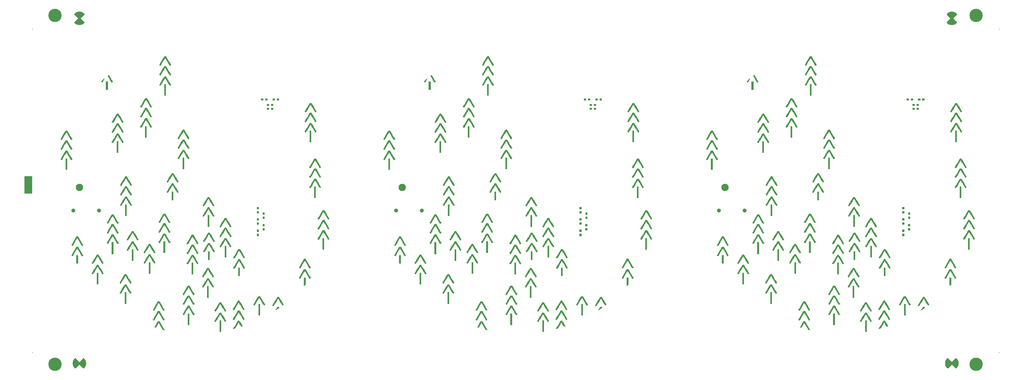
<source format=gbs>
G04*
G04 #@! TF.GenerationSoftware,Altium Limited,Altium Designer,19.1.7 (138)*
G04*
G04 Layer_Color=16711935*
%FSLAX24Y24*%
%MOIN*%
G70*
G01*
G75*
%ADD111R,0.0800X0.1800*%
%ADD169C,0.0080*%
%ADD170C,0.1378*%
%ADD171C,0.0761*%
%ADD172C,0.0414*%
G36*
X94274Y34224D02*
X94275Y34224D01*
X94279Y34224D01*
X94282Y34224D01*
X94283Y34224D01*
X94284Y34224D01*
X94287Y34223D01*
X94290Y34223D01*
X94292Y34222D01*
X94293Y34222D01*
X94409Y34199D01*
X94410Y34199D01*
X94411Y34199D01*
X94414Y34198D01*
X94417Y34197D01*
X94418Y34197D01*
X94419Y34196D01*
X94422Y34195D01*
X94425Y34194D01*
X94426Y34194D01*
X94427Y34193D01*
X94537Y34148D01*
X94538Y34148D01*
X94539Y34147D01*
X94541Y34146D01*
X94544Y34145D01*
X94545Y34144D01*
X94546Y34143D01*
X94549Y34142D01*
X94552Y34140D01*
X94553Y34140D01*
X94554Y34139D01*
X94652Y34073D01*
X94653Y34073D01*
X94654Y34072D01*
X94656Y34070D01*
X94659Y34068D01*
X94660Y34067D01*
X94661Y34067D01*
X94663Y34065D01*
X94666Y34062D01*
X94666Y34062D01*
X94667Y34061D01*
X94709Y34019D01*
Y34019D01*
X94709D01*
X94715Y34013D01*
X94720Y34006D01*
X94722Y34003D01*
X94725Y33998D01*
X94727Y33994D01*
X94729Y33991D01*
X94732Y33983D01*
X94735Y33974D01*
X94736Y33969D01*
X94737Y33966D01*
X94738Y33957D01*
X94738Y33948D01*
D01*
Y33948D01*
X94738Y33940D01*
X94737Y33931D01*
X94736Y33928D01*
X94735Y33922D01*
X94734Y33919D01*
X94732Y33914D01*
X94729Y33906D01*
X94727Y33902D01*
X94725Y33898D01*
X94723Y33896D01*
X94720Y33891D01*
X94716Y33886D01*
X94715Y33884D01*
X94709Y33877D01*
X94709D01*
Y33877D01*
X94356Y33524D01*
X94709Y33171D01*
X94709Y33171D01*
X94715Y33164D01*
X94720Y33157D01*
X94725Y33150D01*
X94729Y33142D01*
X94732Y33134D01*
X94735Y33126D01*
X94737Y33117D01*
X94738Y33108D01*
X94738Y33100D01*
Y33100D01*
D01*
X94738Y33091D01*
X94737Y33082D01*
X94736Y33080D01*
X94735Y33074D01*
X94732Y33066D01*
X94729Y33057D01*
X94727Y33054D01*
X94725Y33050D01*
X94722Y33045D01*
X94720Y33042D01*
X94715Y33035D01*
X94709Y33029D01*
X94709D01*
Y33029D01*
X94667Y32987D01*
X94666Y32986D01*
X94666Y32986D01*
X94663Y32984D01*
X94661Y32981D01*
X94660Y32981D01*
X94659Y32980D01*
X94656Y32978D01*
X94654Y32976D01*
X94653Y32975D01*
X94652Y32975D01*
X94554Y32909D01*
X94553Y32908D01*
X94552Y32908D01*
X94549Y32906D01*
X94546Y32905D01*
X94545Y32904D01*
X94544Y32904D01*
X94541Y32902D01*
X94539Y32901D01*
X94538Y32900D01*
X94537Y32900D01*
X94427Y32855D01*
X94426Y32854D01*
X94425Y32854D01*
X94422Y32853D01*
X94419Y32852D01*
X94418Y32851D01*
X94417Y32851D01*
X94414Y32850D01*
X94411Y32849D01*
X94410Y32849D01*
X94409Y32849D01*
X94293Y32826D01*
X94292Y32826D01*
X94290Y32825D01*
X94287Y32825D01*
X94284Y32825D01*
X94283Y32824D01*
X94282Y32824D01*
X94279Y32824D01*
X94275Y32824D01*
X94274Y32824D01*
X94273Y32824D01*
X94155D01*
X94154Y32824D01*
X94153Y32824D01*
X94149Y32824D01*
X94146Y32824D01*
X94145Y32824D01*
X94144Y32825D01*
X94141Y32825D01*
X94138Y32825D01*
X94136Y32826D01*
X94135Y32826D01*
X94019Y32849D01*
X94018Y32849D01*
X94017Y32849D01*
X94014Y32850D01*
X94011Y32851D01*
X94010Y32851D01*
X94009Y32852D01*
X94006Y32853D01*
X94003Y32854D01*
X94002Y32854D01*
X94001Y32855D01*
X93891Y32900D01*
X93890Y32900D01*
X93889Y32901D01*
X93887Y32902D01*
X93884Y32904D01*
X93883Y32904D01*
X93882Y32905D01*
X93879Y32906D01*
X93876Y32908D01*
X93875Y32908D01*
X93874Y32909D01*
X93776Y32975D01*
X93775Y32975D01*
X93774Y32976D01*
X93772Y32978D01*
X93769Y32980D01*
X93768Y32981D01*
X93767Y32981D01*
X93765Y32984D01*
X93762Y32986D01*
X93762Y32986D01*
X93761Y32987D01*
X93719Y33029D01*
Y33029D01*
X93719D01*
X93713Y33035D01*
X93708Y33042D01*
X93706Y33045D01*
X93703Y33050D01*
X93701Y33054D01*
X93699Y33057D01*
X93696Y33066D01*
X93693Y33074D01*
X93691Y33082D01*
X93690Y33091D01*
X93690Y33100D01*
D01*
Y33100D01*
X93690Y33108D01*
X93691Y33117D01*
X93693Y33126D01*
X93696Y33134D01*
X93699Y33142D01*
X93701Y33146D01*
X93703Y33150D01*
X93705Y33152D01*
X93708Y33157D01*
X93712Y33162D01*
X93713Y33164D01*
X93719Y33171D01*
X93719D01*
Y33171D01*
X93719Y33171D01*
X94072Y33524D01*
X93719Y33877D01*
X93719Y33877D01*
Y33877D01*
X93719D01*
X93713Y33884D01*
X93712Y33886D01*
X93708Y33891D01*
X93703Y33898D01*
X93701Y33902D01*
X93699Y33906D01*
X93698Y33909D01*
X93696Y33914D01*
X93694Y33918D01*
X93693Y33922D01*
X93692Y33929D01*
X93691Y33931D01*
X93690Y33940D01*
X93690Y33948D01*
Y33948D01*
D01*
X93690Y33957D01*
X93691Y33966D01*
X93693Y33974D01*
X93694Y33977D01*
X93696Y33983D01*
X93698Y33987D01*
X93699Y33991D01*
X93701Y33995D01*
X93703Y33998D01*
X93708Y34006D01*
X93713Y34013D01*
X93719Y34019D01*
X93719D01*
Y34019D01*
X93761Y34061D01*
X93762Y34062D01*
X93762Y34062D01*
X93765Y34065D01*
X93767Y34067D01*
X93768Y34067D01*
X93769Y34068D01*
X93772Y34070D01*
X93774Y34072D01*
X93775Y34073D01*
X93776Y34073D01*
X93874Y34139D01*
X93875Y34140D01*
X93876Y34140D01*
X93879Y34142D01*
X93882Y34143D01*
X93883Y34144D01*
X93884Y34145D01*
X93887Y34146D01*
X93889Y34147D01*
X93890Y34148D01*
X93891Y34148D01*
X94001Y34193D01*
X94002Y34194D01*
X94003Y34194D01*
X94006Y34195D01*
X94009Y34196D01*
X94010Y34197D01*
X94011Y34197D01*
X94014Y34198D01*
X94017Y34199D01*
X94018Y34199D01*
X94019Y34199D01*
X94135Y34222D01*
X94136Y34222D01*
X94138Y34223D01*
X94141Y34223D01*
X94144Y34224D01*
X94145Y34224D01*
X94146Y34224D01*
X94149Y34224D01*
X94153Y34224D01*
X94154Y34224D01*
X94155Y34224D01*
X94273D01*
X94274Y34224D01*
D02*
G37*
G36*
X3821D02*
X3822Y34224D01*
X3826Y34224D01*
X3829Y34224D01*
X3830Y34224D01*
X3831Y34224D01*
X3834Y34223D01*
X3837Y34223D01*
X3838Y34222D01*
X3840Y34222D01*
X3956Y34199D01*
X3957Y34199D01*
X3958Y34199D01*
X3961Y34198D01*
X3964Y34197D01*
X3965Y34197D01*
X3966Y34196D01*
X3969Y34195D01*
X3972Y34194D01*
X3973Y34194D01*
X3974Y34193D01*
X4083Y34148D01*
X4084Y34148D01*
X4085Y34147D01*
X4088Y34146D01*
X4091Y34145D01*
X4092Y34144D01*
X4093Y34143D01*
X4096Y34142D01*
X4099Y34140D01*
X4100Y34140D01*
X4101Y34139D01*
X4199Y34073D01*
X4200Y34073D01*
X4201Y34072D01*
X4203Y34070D01*
X4206Y34068D01*
X4207Y34067D01*
X4208Y34067D01*
X4210Y34065D01*
X4213Y34062D01*
X4213Y34062D01*
X4214Y34061D01*
X4256Y34019D01*
Y34019D01*
X4256D01*
X4262Y34013D01*
X4267Y34006D01*
X4272Y33998D01*
X4274Y33995D01*
X4274Y33994D01*
X4276Y33991D01*
X4279Y33983D01*
X4282Y33974D01*
X4283Y33969D01*
X4284Y33966D01*
X4285Y33957D01*
X4285Y33948D01*
D01*
Y33948D01*
X4285Y33940D01*
X4284Y33931D01*
X4282Y33922D01*
X4279Y33914D01*
X4276Y33906D01*
X4274Y33902D01*
X4272Y33898D01*
X4267Y33891D01*
X4263Y33886D01*
X4262Y33884D01*
X4256Y33877D01*
X4256D01*
Y33877D01*
X3903Y33524D01*
X4256Y33171D01*
X4262Y33164D01*
X4267Y33157D01*
X4272Y33150D01*
X4273Y33147D01*
X4276Y33142D01*
X4279Y33134D01*
X4282Y33126D01*
X4284Y33117D01*
X4285Y33108D01*
X4285Y33100D01*
Y33100D01*
Y33100D01*
D01*
X4285Y33091D01*
X4284Y33082D01*
X4283Y33078D01*
X4282Y33074D01*
X4280Y33068D01*
X4279Y33066D01*
X4278Y33062D01*
X4276Y33057D01*
X4276Y33057D01*
D01*
X4274Y33053D01*
X4272Y33050D01*
X4267Y33042D01*
X4262Y33035D01*
X4256Y33029D01*
X4256D01*
Y33029D01*
X4214Y32987D01*
X4213Y32986D01*
X4213Y32986D01*
X4210Y32984D01*
X4208Y32981D01*
X4207Y32981D01*
X4206Y32980D01*
X4203Y32978D01*
X4201Y32976D01*
X4200Y32975D01*
X4199Y32975D01*
X4101Y32909D01*
X4100Y32908D01*
X4099Y32908D01*
X4096Y32906D01*
X4093Y32905D01*
X4092Y32904D01*
X4091Y32904D01*
X4088Y32902D01*
X4085Y32901D01*
X4084Y32900D01*
X4083Y32900D01*
X3974Y32855D01*
X3973Y32854D01*
X3972Y32854D01*
X3969Y32853D01*
X3966Y32852D01*
X3965Y32851D01*
X3964Y32851D01*
X3961Y32850D01*
X3958Y32849D01*
X3957Y32849D01*
X3956Y32849D01*
X3840Y32826D01*
X3838Y32826D01*
X3837Y32825D01*
X3834Y32825D01*
X3831Y32825D01*
X3830Y32824D01*
X3829Y32824D01*
X3826Y32824D01*
X3822Y32824D01*
X3821Y32824D01*
X3820Y32824D01*
X3702D01*
X3701Y32824D01*
X3700Y32824D01*
X3696Y32824D01*
X3693Y32824D01*
X3692Y32824D01*
X3691Y32825D01*
X3688Y32825D01*
X3684Y32825D01*
X3683Y32826D01*
X3682Y32826D01*
X3566Y32849D01*
X3565Y32849D01*
X3564Y32849D01*
X3561Y32850D01*
X3558Y32851D01*
X3557Y32851D01*
X3556Y32852D01*
X3553Y32853D01*
X3550Y32854D01*
X3549Y32854D01*
X3548Y32855D01*
X3438Y32900D01*
X3437Y32900D01*
X3436Y32901D01*
X3434Y32902D01*
X3431Y32904D01*
X3430Y32904D01*
X3429Y32905D01*
X3426Y32906D01*
X3423Y32908D01*
X3422Y32908D01*
X3421Y32909D01*
X3323Y32975D01*
X3322Y32975D01*
X3321Y32976D01*
X3318Y32978D01*
X3316Y32980D01*
X3315Y32981D01*
X3314Y32981D01*
X3312Y32984D01*
X3309Y32986D01*
X3309Y32986D01*
X3308Y32987D01*
X3266Y33029D01*
Y33029D01*
X3266D01*
X3265Y33030D01*
X3260Y33035D01*
X3255Y33042D01*
X3250Y33050D01*
X3246Y33057D01*
X3243Y33066D01*
X3241Y33071D01*
X3240Y33074D01*
X3239Y33079D01*
X3238Y33082D01*
X3237Y33091D01*
X3237Y33100D01*
D01*
Y33100D01*
X3237Y33108D01*
X3238Y33117D01*
X3240Y33126D01*
X3241Y33129D01*
X3243Y33134D01*
X3246Y33142D01*
X3250Y33150D01*
X3255Y33157D01*
X3260Y33164D01*
X3266Y33171D01*
X3266D01*
Y33171D01*
X3619Y33524D01*
X3266Y33877D01*
Y33877D01*
X3266D01*
X3260Y33884D01*
X3257Y33888D01*
X3255Y33891D01*
X3253Y33894D01*
X3250Y33898D01*
X3247Y33903D01*
X3246Y33906D01*
X3243Y33914D01*
X3241Y33918D01*
X3240Y33922D01*
X3239Y33928D01*
X3238Y33931D01*
X3237Y33940D01*
X3237Y33948D01*
Y33948D01*
D01*
X3237Y33957D01*
X3237Y33958D01*
X3238Y33966D01*
X3240Y33974D01*
X3243Y33983D01*
X3246Y33991D01*
X3250Y33998D01*
X3255Y34006D01*
X3260Y34013D01*
X3266Y34019D01*
X3266D01*
Y34019D01*
X3308Y34061D01*
X3309Y34062D01*
X3309Y34062D01*
X3312Y34065D01*
X3314Y34067D01*
X3315Y34067D01*
X3316Y34068D01*
X3318Y34070D01*
X3321Y34072D01*
X3322Y34073D01*
X3323Y34073D01*
X3421Y34139D01*
X3422Y34140D01*
X3423Y34140D01*
X3426Y34142D01*
X3429Y34143D01*
X3430Y34144D01*
X3431Y34145D01*
X3434Y34146D01*
X3436Y34147D01*
X3437Y34148D01*
X3438Y34148D01*
X3548Y34193D01*
X3549Y34194D01*
X3550Y34194D01*
X3553Y34195D01*
X3556Y34196D01*
X3557Y34197D01*
X3558Y34197D01*
X3561Y34198D01*
X3564Y34199D01*
X3565Y34199D01*
X3566Y34199D01*
X3682Y34222D01*
X3683Y34222D01*
X3684Y34223D01*
X3688Y34223D01*
X3691Y34224D01*
X3692Y34224D01*
X3693Y34224D01*
X3696Y34224D01*
X3700Y34224D01*
X3701Y34224D01*
X3702Y34224D01*
X3820D01*
X3821Y34224D01*
D02*
G37*
G36*
X79692Y29551D02*
Y29516D01*
X79727D01*
Y29481D01*
Y29446D01*
X79762D01*
Y29410D01*
X79797D01*
Y29375D01*
Y29340D01*
X79833D01*
Y29304D01*
Y29269D01*
X79868D01*
Y29234D01*
X79903D01*
Y29199D01*
Y29163D01*
X79939D01*
Y29128D01*
Y29093D01*
X79974D01*
Y29058D01*
Y29022D01*
X80009D01*
Y28987D01*
X80044D01*
Y28952D01*
Y28916D01*
X80080D01*
Y28881D01*
Y28846D01*
X80115D01*
Y28811D01*
X80150D01*
Y28775D01*
Y28740D01*
X80186D01*
Y28705D01*
Y28669D01*
Y28634D01*
X80115D01*
Y28599D01*
X80044D01*
Y28634D01*
X80009D01*
Y28669D01*
Y28705D01*
X79974D01*
Y28740D01*
Y28775D01*
X79939D01*
Y28811D01*
X79903D01*
Y28846D01*
Y28881D01*
X79868D01*
Y28916D01*
Y28952D01*
X79833D01*
Y28987D01*
X79797D01*
Y29022D01*
Y29058D01*
X79762D01*
Y29093D01*
Y29128D01*
X79727D01*
Y29163D01*
X79692D01*
Y29199D01*
Y29234D01*
X79656D01*
Y29269D01*
Y29304D01*
X79621D01*
Y29340D01*
X79586D01*
Y29375D01*
X79551D01*
Y29340D01*
Y29304D01*
X79515D01*
Y29269D01*
X79480D01*
Y29234D01*
Y29199D01*
X79445D01*
Y29163D01*
Y29128D01*
X79409D01*
Y29093D01*
X79374D01*
Y29058D01*
Y29022D01*
X79339D01*
Y28987D01*
Y28952D01*
X79304D01*
Y28916D01*
Y28881D01*
X79268D01*
Y28846D01*
X79233D01*
Y28811D01*
Y28775D01*
X79198D01*
Y28740D01*
Y28705D01*
X79162D01*
Y28669D01*
X79127D01*
Y28634D01*
Y28599D01*
X79057D01*
Y28634D01*
X78986D01*
Y28669D01*
X78951D01*
Y28705D01*
X78986D01*
Y28740D01*
X79021D01*
Y28775D01*
Y28811D01*
X79057D01*
Y28846D01*
Y28881D01*
X79092D01*
Y28916D01*
Y28952D01*
X79127D01*
Y28987D01*
X79162D01*
Y29022D01*
Y29058D01*
X79198D01*
Y29093D01*
Y29128D01*
X79233D01*
Y29163D01*
X79268D01*
Y29199D01*
Y29234D01*
X79304D01*
Y29269D01*
Y29304D01*
X79339D01*
Y29340D01*
X79374D01*
Y29375D01*
Y29410D01*
X79409D01*
Y29446D01*
Y29481D01*
X79445D01*
Y29516D01*
X79480D01*
Y29551D01*
Y29587D01*
X79692D01*
Y29551D01*
D02*
G37*
G36*
X46227D02*
Y29516D01*
X46262D01*
Y29481D01*
Y29446D01*
X46298D01*
Y29410D01*
X46333D01*
Y29375D01*
Y29340D01*
X46368D01*
Y29304D01*
Y29269D01*
X46403D01*
Y29234D01*
X46439D01*
Y29199D01*
Y29163D01*
X46474D01*
Y29128D01*
Y29093D01*
X46509D01*
Y29058D01*
Y29022D01*
X46545D01*
Y28987D01*
X46580D01*
Y28952D01*
Y28916D01*
X46615D01*
Y28881D01*
Y28846D01*
X46650D01*
Y28811D01*
X46686D01*
Y28775D01*
Y28740D01*
X46721D01*
Y28705D01*
Y28669D01*
Y28634D01*
X46650D01*
Y28599D01*
X46580D01*
Y28634D01*
X46545D01*
Y28669D01*
Y28705D01*
X46509D01*
Y28740D01*
Y28775D01*
X46474D01*
Y28811D01*
X46439D01*
Y28846D01*
Y28881D01*
X46403D01*
Y28916D01*
Y28952D01*
X46368D01*
Y28987D01*
X46333D01*
Y29022D01*
Y29058D01*
X46298D01*
Y29093D01*
Y29128D01*
X46262D01*
Y29163D01*
X46227D01*
Y29199D01*
Y29234D01*
X46192D01*
Y29269D01*
Y29304D01*
X46157D01*
Y29340D01*
X46121D01*
Y29375D01*
X46086D01*
Y29340D01*
Y29304D01*
X46051D01*
Y29269D01*
X46015D01*
Y29234D01*
Y29199D01*
X45980D01*
Y29163D01*
Y29128D01*
X45945D01*
Y29093D01*
X45910D01*
Y29058D01*
Y29022D01*
X45874D01*
Y28987D01*
Y28952D01*
X45839D01*
Y28916D01*
Y28881D01*
X45804D01*
Y28846D01*
X45768D01*
Y28811D01*
Y28775D01*
X45733D01*
Y28740D01*
Y28705D01*
X45698D01*
Y28669D01*
X45663D01*
Y28634D01*
Y28599D01*
X45592D01*
Y28634D01*
X45522D01*
Y28669D01*
X45486D01*
Y28705D01*
X45522D01*
Y28740D01*
X45557D01*
Y28775D01*
Y28811D01*
X45592D01*
Y28846D01*
Y28881D01*
X45627D01*
Y28916D01*
Y28952D01*
X45663D01*
Y28987D01*
X45698D01*
Y29022D01*
Y29058D01*
X45733D01*
Y29093D01*
Y29128D01*
X45768D01*
Y29163D01*
X45804D01*
Y29199D01*
Y29234D01*
X45839D01*
Y29269D01*
Y29304D01*
X45874D01*
Y29340D01*
X45910D01*
Y29375D01*
Y29410D01*
X45945D01*
Y29446D01*
Y29481D01*
X45980D01*
Y29516D01*
X46015D01*
Y29551D01*
Y29587D01*
X46227D01*
Y29551D01*
D02*
G37*
G36*
X12762D02*
Y29516D01*
X12798D01*
Y29481D01*
Y29446D01*
X12833D01*
Y29410D01*
X12868D01*
Y29375D01*
Y29340D01*
X12904D01*
Y29304D01*
Y29269D01*
X12939D01*
Y29234D01*
X12974D01*
Y29199D01*
Y29163D01*
X13009D01*
Y29128D01*
Y29093D01*
X13045D01*
Y29058D01*
Y29022D01*
X13080D01*
Y28987D01*
X13115D01*
Y28952D01*
Y28916D01*
X13151D01*
Y28881D01*
Y28846D01*
X13186D01*
Y28811D01*
X13221D01*
Y28775D01*
Y28740D01*
X13256D01*
Y28705D01*
Y28669D01*
Y28634D01*
X13186D01*
Y28599D01*
X13115D01*
Y28634D01*
X13080D01*
Y28669D01*
Y28705D01*
X13045D01*
Y28740D01*
Y28775D01*
X13009D01*
Y28811D01*
X12974D01*
Y28846D01*
Y28881D01*
X12939D01*
Y28916D01*
Y28952D01*
X12904D01*
Y28987D01*
X12868D01*
Y29022D01*
Y29058D01*
X12833D01*
Y29093D01*
Y29128D01*
X12798D01*
Y29163D01*
X12762D01*
Y29199D01*
Y29234D01*
X12727D01*
Y29269D01*
Y29304D01*
X12692D01*
Y29340D01*
X12657D01*
Y29375D01*
X12621D01*
Y29340D01*
Y29304D01*
X12586D01*
Y29269D01*
X12551D01*
Y29234D01*
Y29199D01*
X12516D01*
Y29163D01*
Y29128D01*
X12480D01*
Y29093D01*
X12445D01*
Y29058D01*
Y29022D01*
X12410D01*
Y28987D01*
Y28952D01*
X12374D01*
Y28916D01*
Y28881D01*
X12339D01*
Y28846D01*
X12304D01*
Y28811D01*
Y28775D01*
X12269D01*
Y28740D01*
Y28705D01*
X12233D01*
Y28669D01*
X12198D01*
Y28634D01*
Y28599D01*
X12127D01*
Y28634D01*
X12057D01*
Y28669D01*
X12022D01*
Y28705D01*
X12057D01*
Y28740D01*
X12092D01*
Y28775D01*
Y28811D01*
X12127D01*
Y28846D01*
Y28881D01*
X12163D01*
Y28916D01*
Y28952D01*
X12198D01*
Y28987D01*
X12233D01*
Y29022D01*
Y29058D01*
X12269D01*
Y29093D01*
Y29128D01*
X12304D01*
Y29163D01*
X12339D01*
Y29199D01*
Y29234D01*
X12374D01*
Y29269D01*
Y29304D01*
X12410D01*
Y29340D01*
X12445D01*
Y29375D01*
Y29410D01*
X12480D01*
Y29446D01*
Y29481D01*
X12516D01*
Y29516D01*
X12551D01*
Y29551D01*
Y29587D01*
X12762D01*
Y29551D01*
D02*
G37*
G36*
X79692Y28528D02*
Y28493D01*
X79727D01*
Y28458D01*
X79762D01*
Y28423D01*
Y28387D01*
X79797D01*
Y28352D01*
Y28317D01*
X79833D01*
Y28281D01*
Y28246D01*
X79868D01*
Y28211D01*
X79903D01*
Y28176D01*
Y28140D01*
X79939D01*
Y28105D01*
Y28070D01*
X79974D01*
Y28034D01*
X80009D01*
Y27999D01*
Y27964D01*
X80044D01*
Y27929D01*
Y27893D01*
X80080D01*
Y27858D01*
X80115D01*
Y27823D01*
Y27788D01*
X80150D01*
Y27752D01*
Y27717D01*
X80186D01*
Y27682D01*
X80221D01*
Y27646D01*
X80150D01*
Y27611D01*
X80115D01*
Y27576D01*
X80044D01*
Y27611D01*
Y27646D01*
X80009D01*
Y27682D01*
X79974D01*
Y27717D01*
Y27752D01*
X79939D01*
Y27788D01*
Y27823D01*
X79903D01*
Y27858D01*
X79868D01*
Y27893D01*
Y27929D01*
X79833D01*
Y27964D01*
Y27999D01*
X79797D01*
Y28034D01*
X79762D01*
Y28070D01*
Y28105D01*
X79727D01*
Y28140D01*
Y28176D01*
X79692D01*
Y28211D01*
X79656D01*
Y28246D01*
Y28281D01*
X79621D01*
Y28317D01*
Y28352D01*
X79551D01*
Y28317D01*
X79515D01*
Y28281D01*
Y28246D01*
X79480D01*
Y28211D01*
Y28176D01*
X79445D01*
Y28140D01*
X79409D01*
Y28105D01*
Y28070D01*
X79374D01*
Y28034D01*
Y27999D01*
X79339D01*
Y27964D01*
Y27929D01*
X79304D01*
Y27893D01*
X79268D01*
Y27858D01*
Y27823D01*
X79233D01*
Y27788D01*
Y27752D01*
X79198D01*
Y27717D01*
X79162D01*
Y27682D01*
Y27646D01*
X79127D01*
Y27611D01*
Y27576D01*
X79057D01*
Y27611D01*
X78986D01*
Y27646D01*
X78951D01*
Y27682D01*
X78986D01*
Y27717D01*
Y27752D01*
X79021D01*
Y27788D01*
X79057D01*
Y27823D01*
Y27858D01*
X79092D01*
Y27893D01*
Y27929D01*
X79127D01*
Y27964D01*
X79162D01*
Y27999D01*
Y28034D01*
X79198D01*
Y28070D01*
Y28105D01*
X79233D01*
Y28140D01*
X79268D01*
Y28176D01*
Y28211D01*
X79304D01*
Y28246D01*
Y28281D01*
X79339D01*
Y28317D01*
Y28352D01*
X79374D01*
Y28387D01*
X79409D01*
Y28423D01*
Y28458D01*
X79445D01*
Y28493D01*
Y28528D01*
X79480D01*
Y28564D01*
X79692D01*
Y28528D01*
D02*
G37*
G36*
X46227D02*
Y28493D01*
X46262D01*
Y28458D01*
X46298D01*
Y28423D01*
Y28387D01*
X46333D01*
Y28352D01*
Y28317D01*
X46368D01*
Y28281D01*
Y28246D01*
X46403D01*
Y28211D01*
X46439D01*
Y28176D01*
Y28140D01*
X46474D01*
Y28105D01*
Y28070D01*
X46509D01*
Y28034D01*
X46545D01*
Y27999D01*
Y27964D01*
X46580D01*
Y27929D01*
Y27893D01*
X46615D01*
Y27858D01*
X46650D01*
Y27823D01*
Y27788D01*
X46686D01*
Y27752D01*
Y27717D01*
X46721D01*
Y27682D01*
X46756D01*
Y27646D01*
X46686D01*
Y27611D01*
X46650D01*
Y27576D01*
X46580D01*
Y27611D01*
Y27646D01*
X46545D01*
Y27682D01*
X46509D01*
Y27717D01*
Y27752D01*
X46474D01*
Y27788D01*
Y27823D01*
X46439D01*
Y27858D01*
X46403D01*
Y27893D01*
Y27929D01*
X46368D01*
Y27964D01*
Y27999D01*
X46333D01*
Y28034D01*
X46298D01*
Y28070D01*
Y28105D01*
X46262D01*
Y28140D01*
Y28176D01*
X46227D01*
Y28211D01*
X46192D01*
Y28246D01*
Y28281D01*
X46157D01*
Y28317D01*
Y28352D01*
X46086D01*
Y28317D01*
X46051D01*
Y28281D01*
Y28246D01*
X46015D01*
Y28211D01*
Y28176D01*
X45980D01*
Y28140D01*
X45945D01*
Y28105D01*
Y28070D01*
X45910D01*
Y28034D01*
Y27999D01*
X45874D01*
Y27964D01*
Y27929D01*
X45839D01*
Y27893D01*
X45804D01*
Y27858D01*
Y27823D01*
X45768D01*
Y27788D01*
Y27752D01*
X45733D01*
Y27717D01*
X45698D01*
Y27682D01*
Y27646D01*
X45663D01*
Y27611D01*
Y27576D01*
X45592D01*
Y27611D01*
X45522D01*
Y27646D01*
X45486D01*
Y27682D01*
X45522D01*
Y27717D01*
Y27752D01*
X45557D01*
Y27788D01*
X45592D01*
Y27823D01*
Y27858D01*
X45627D01*
Y27893D01*
Y27929D01*
X45663D01*
Y27964D01*
X45698D01*
Y27999D01*
Y28034D01*
X45733D01*
Y28070D01*
Y28105D01*
X45768D01*
Y28140D01*
X45804D01*
Y28176D01*
Y28211D01*
X45839D01*
Y28246D01*
Y28281D01*
X45874D01*
Y28317D01*
Y28352D01*
X45910D01*
Y28387D01*
X45945D01*
Y28423D01*
Y28458D01*
X45980D01*
Y28493D01*
Y28528D01*
X46015D01*
Y28564D01*
X46227D01*
Y28528D01*
D02*
G37*
G36*
X12762D02*
Y28493D01*
X12798D01*
Y28458D01*
X12833D01*
Y28423D01*
Y28387D01*
X12868D01*
Y28352D01*
Y28317D01*
X12904D01*
Y28281D01*
Y28246D01*
X12939D01*
Y28211D01*
X12974D01*
Y28176D01*
Y28140D01*
X13009D01*
Y28105D01*
Y28070D01*
X13045D01*
Y28034D01*
X13080D01*
Y27999D01*
Y27964D01*
X13115D01*
Y27929D01*
Y27893D01*
X13151D01*
Y27858D01*
X13186D01*
Y27823D01*
Y27788D01*
X13221D01*
Y27752D01*
Y27717D01*
X13256D01*
Y27682D01*
X13292D01*
Y27646D01*
X13221D01*
Y27611D01*
X13186D01*
Y27576D01*
X13115D01*
Y27611D01*
Y27646D01*
X13080D01*
Y27682D01*
X13045D01*
Y27717D01*
Y27752D01*
X13009D01*
Y27788D01*
Y27823D01*
X12974D01*
Y27858D01*
X12939D01*
Y27893D01*
Y27929D01*
X12904D01*
Y27964D01*
Y27999D01*
X12868D01*
Y28034D01*
X12833D01*
Y28070D01*
Y28105D01*
X12798D01*
Y28140D01*
Y28176D01*
X12762D01*
Y28211D01*
X12727D01*
Y28246D01*
Y28281D01*
X12692D01*
Y28317D01*
Y28352D01*
X12621D01*
Y28317D01*
X12586D01*
Y28281D01*
Y28246D01*
X12551D01*
Y28211D01*
Y28176D01*
X12516D01*
Y28140D01*
X12480D01*
Y28105D01*
Y28070D01*
X12445D01*
Y28034D01*
Y27999D01*
X12410D01*
Y27964D01*
Y27929D01*
X12374D01*
Y27893D01*
X12339D01*
Y27858D01*
Y27823D01*
X12304D01*
Y27788D01*
Y27752D01*
X12269D01*
Y27717D01*
X12233D01*
Y27682D01*
Y27646D01*
X12198D01*
Y27611D01*
Y27576D01*
X12127D01*
Y27611D01*
X12057D01*
Y27646D01*
X12022D01*
Y27682D01*
X12057D01*
Y27717D01*
Y27752D01*
X12092D01*
Y27788D01*
X12127D01*
Y27823D01*
Y27858D01*
X12163D01*
Y27893D01*
Y27929D01*
X12198D01*
Y27964D01*
X12233D01*
Y27999D01*
Y28034D01*
X12269D01*
Y28070D01*
Y28105D01*
X12304D01*
Y28140D01*
X12339D01*
Y28176D01*
Y28211D01*
X12374D01*
Y28246D01*
Y28281D01*
X12410D01*
Y28317D01*
Y28352D01*
X12445D01*
Y28387D01*
X12480D01*
Y28423D01*
Y28458D01*
X12516D01*
Y28493D01*
Y28528D01*
X12551D01*
Y28564D01*
X12762D01*
Y28528D01*
D02*
G37*
G36*
X73759Y27600D02*
X73794D01*
Y27565D01*
Y27529D01*
X73829D01*
Y27494D01*
X73865D01*
Y27459D01*
Y27423D01*
X73900D01*
Y27388D01*
Y27353D01*
X73935D01*
Y27318D01*
X73970D01*
Y27282D01*
Y27247D01*
X74006D01*
Y27212D01*
Y27176D01*
X74041D01*
Y27141D01*
X74076D01*
Y27106D01*
Y27071D01*
X74111D01*
Y27035D01*
Y27000D01*
X74147D01*
Y26965D01*
Y26930D01*
Y26894D01*
X74076D01*
Y26859D01*
X74006D01*
Y26894D01*
X73970D01*
Y26930D01*
Y26965D01*
X73935D01*
Y27000D01*
Y27035D01*
X73900D01*
Y27071D01*
X73865D01*
Y27106D01*
Y27141D01*
X73829D01*
Y27176D01*
Y27212D01*
X73794D01*
Y27247D01*
Y27282D01*
X73759D01*
Y27318D01*
X73723D01*
Y27353D01*
Y27388D01*
X73688D01*
Y27423D01*
Y27459D01*
X73653D01*
Y27494D01*
X73618D01*
Y27529D01*
Y27565D01*
X73653D01*
Y27600D01*
X73688D01*
Y27635D01*
X73759D01*
Y27600D01*
D02*
G37*
G36*
X73300Y27247D02*
Y27212D01*
X73265D01*
Y27176D01*
Y27141D01*
X73230D01*
Y27106D01*
Y27071D01*
X73194D01*
Y27035D01*
X73159D01*
Y27000D01*
Y26965D01*
X73124D01*
Y26930D01*
Y26894D01*
X73088D01*
Y26859D01*
X73018D01*
Y26894D01*
X72947D01*
Y26930D01*
Y26965D01*
Y27000D01*
X72983D01*
Y27035D01*
X73018D01*
Y27071D01*
X73053D01*
Y27106D01*
X73088D01*
Y27141D01*
X73124D01*
Y27176D01*
X73159D01*
Y27212D01*
X73230D01*
Y27247D01*
X73265D01*
Y27282D01*
X73300D01*
Y27247D01*
D02*
G37*
G36*
X40294Y27600D02*
X40329D01*
Y27565D01*
Y27529D01*
X40365D01*
Y27494D01*
X40400D01*
Y27459D01*
Y27423D01*
X40435D01*
Y27388D01*
Y27353D01*
X40471D01*
Y27318D01*
X40506D01*
Y27282D01*
Y27247D01*
X40541D01*
Y27212D01*
Y27176D01*
X40576D01*
Y27141D01*
X40612D01*
Y27106D01*
Y27071D01*
X40647D01*
Y27035D01*
Y27000D01*
X40682D01*
Y26965D01*
Y26930D01*
Y26894D01*
X40612D01*
Y26859D01*
X40541D01*
Y26894D01*
X40506D01*
Y26930D01*
Y26965D01*
X40471D01*
Y27000D01*
Y27035D01*
X40435D01*
Y27071D01*
X40400D01*
Y27106D01*
Y27141D01*
X40365D01*
Y27176D01*
Y27212D01*
X40329D01*
Y27247D01*
Y27282D01*
X40294D01*
Y27318D01*
X40259D01*
Y27353D01*
Y27388D01*
X40224D01*
Y27423D01*
Y27459D01*
X40188D01*
Y27494D01*
X40153D01*
Y27529D01*
Y27565D01*
X40188D01*
Y27600D01*
X40224D01*
Y27635D01*
X40294D01*
Y27600D01*
D02*
G37*
G36*
X39836Y27247D02*
Y27212D01*
X39800D01*
Y27176D01*
Y27141D01*
X39765D01*
Y27106D01*
Y27071D01*
X39730D01*
Y27035D01*
X39694D01*
Y27000D01*
Y26965D01*
X39659D01*
Y26930D01*
Y26894D01*
X39624D01*
Y26859D01*
X39553D01*
Y26894D01*
X39483D01*
Y26930D01*
Y26965D01*
Y27000D01*
X39518D01*
Y27035D01*
X39553D01*
Y27071D01*
X39589D01*
Y27106D01*
X39624D01*
Y27141D01*
X39659D01*
Y27176D01*
X39694D01*
Y27212D01*
X39765D01*
Y27247D01*
X39800D01*
Y27282D01*
X39836D01*
Y27247D01*
D02*
G37*
G36*
X6830Y27600D02*
X6865D01*
Y27565D01*
Y27529D01*
X6900D01*
Y27494D01*
X6935D01*
Y27459D01*
Y27423D01*
X6971D01*
Y27388D01*
Y27353D01*
X7006D01*
Y27318D01*
X7041D01*
Y27282D01*
Y27247D01*
X7077D01*
Y27212D01*
Y27176D01*
X7112D01*
Y27141D01*
X7147D01*
Y27106D01*
Y27071D01*
X7182D01*
Y27035D01*
Y27000D01*
X7218D01*
Y26965D01*
Y26930D01*
Y26894D01*
X7147D01*
Y26859D01*
X7077D01*
Y26894D01*
X7041D01*
Y26930D01*
Y26965D01*
X7006D01*
Y27000D01*
Y27035D01*
X6971D01*
Y27071D01*
X6935D01*
Y27106D01*
Y27141D01*
X6900D01*
Y27176D01*
Y27212D01*
X6865D01*
Y27247D01*
Y27282D01*
X6830D01*
Y27318D01*
X6794D01*
Y27353D01*
Y27388D01*
X6759D01*
Y27423D01*
Y27459D01*
X6724D01*
Y27494D01*
X6688D01*
Y27529D01*
Y27565D01*
X6724D01*
Y27600D01*
X6759D01*
Y27635D01*
X6830D01*
Y27600D01*
D02*
G37*
G36*
X6371Y27247D02*
Y27212D01*
X6336D01*
Y27176D01*
Y27141D01*
X6300D01*
Y27106D01*
Y27071D01*
X6265D01*
Y27035D01*
X6230D01*
Y27000D01*
Y26965D01*
X6195D01*
Y26930D01*
Y26894D01*
X6159D01*
Y26859D01*
X6089D01*
Y26894D01*
X6018D01*
Y26930D01*
Y26965D01*
Y27000D01*
X6053D01*
Y27035D01*
X6089D01*
Y27071D01*
X6124D01*
Y27106D01*
X6159D01*
Y27141D01*
X6195D01*
Y27176D01*
X6230D01*
Y27212D01*
X6300D01*
Y27247D01*
X6336D01*
Y27282D01*
X6371D01*
Y27247D01*
D02*
G37*
G36*
X79692Y27470D02*
Y27435D01*
X79727D01*
Y27399D01*
Y27364D01*
X79762D01*
Y27329D01*
X79797D01*
Y27294D01*
Y27258D01*
X79833D01*
Y27223D01*
Y27188D01*
X79868D01*
Y27153D01*
X79903D01*
Y27117D01*
Y27082D01*
X79939D01*
Y27047D01*
Y27011D01*
X79974D01*
Y26976D01*
Y26941D01*
X80009D01*
Y26906D01*
X80044D01*
Y26870D01*
Y26835D01*
X80080D01*
Y26800D01*
Y26764D01*
X80115D01*
Y26729D01*
X80150D01*
Y26694D01*
Y26659D01*
X80186D01*
Y26623D01*
Y26588D01*
Y26553D01*
X80115D01*
Y26518D01*
X80044D01*
Y26553D01*
X80009D01*
Y26588D01*
Y26623D01*
X79974D01*
Y26659D01*
Y26694D01*
X79939D01*
Y26729D01*
X79903D01*
Y26764D01*
Y26800D01*
X79868D01*
Y26835D01*
Y26870D01*
X79833D01*
Y26906D01*
X79797D01*
Y26941D01*
Y26976D01*
X79762D01*
Y27011D01*
Y27047D01*
X79727D01*
Y27082D01*
X79692D01*
Y27117D01*
Y27153D01*
X79656D01*
Y27188D01*
Y27223D01*
X79621D01*
Y27258D01*
X79586D01*
Y27294D01*
X79551D01*
Y27258D01*
Y27223D01*
X79515D01*
Y27188D01*
X79480D01*
Y27153D01*
Y27117D01*
X79445D01*
Y27082D01*
Y27047D01*
X79409D01*
Y27011D01*
X79374D01*
Y26976D01*
Y26941D01*
X79339D01*
Y26906D01*
Y26870D01*
X79304D01*
Y26835D01*
Y26800D01*
X79268D01*
Y26764D01*
X79233D01*
Y26729D01*
Y26694D01*
X79198D01*
Y26659D01*
Y26623D01*
X79162D01*
Y26588D01*
X79127D01*
Y26553D01*
Y26518D01*
X79057D01*
Y26553D01*
X78986D01*
Y26588D01*
X78951D01*
Y26623D01*
X78986D01*
Y26659D01*
X79021D01*
Y26694D01*
Y26729D01*
X79057D01*
Y26764D01*
Y26800D01*
X79092D01*
Y26835D01*
Y26870D01*
X79127D01*
Y26906D01*
X79162D01*
Y26941D01*
Y26976D01*
X79198D01*
Y27011D01*
Y27047D01*
X79233D01*
Y27082D01*
X79268D01*
Y27117D01*
Y27153D01*
X79304D01*
Y27188D01*
Y27223D01*
X79339D01*
Y27258D01*
X79374D01*
Y27294D01*
Y27329D01*
X79409D01*
Y27364D01*
Y27399D01*
X79445D01*
Y27435D01*
X79480D01*
Y27470D01*
Y27505D01*
X79692D01*
Y27470D01*
D02*
G37*
G36*
X46227D02*
Y27435D01*
X46262D01*
Y27399D01*
Y27364D01*
X46298D01*
Y27329D01*
X46333D01*
Y27294D01*
Y27258D01*
X46368D01*
Y27223D01*
Y27188D01*
X46403D01*
Y27153D01*
X46439D01*
Y27117D01*
Y27082D01*
X46474D01*
Y27047D01*
Y27011D01*
X46509D01*
Y26976D01*
Y26941D01*
X46545D01*
Y26906D01*
X46580D01*
Y26870D01*
Y26835D01*
X46615D01*
Y26800D01*
Y26764D01*
X46650D01*
Y26729D01*
X46686D01*
Y26694D01*
Y26659D01*
X46721D01*
Y26623D01*
Y26588D01*
Y26553D01*
X46650D01*
Y26518D01*
X46580D01*
Y26553D01*
X46545D01*
Y26588D01*
Y26623D01*
X46509D01*
Y26659D01*
Y26694D01*
X46474D01*
Y26729D01*
X46439D01*
Y26764D01*
Y26800D01*
X46403D01*
Y26835D01*
Y26870D01*
X46368D01*
Y26906D01*
X46333D01*
Y26941D01*
Y26976D01*
X46298D01*
Y27011D01*
Y27047D01*
X46262D01*
Y27082D01*
X46227D01*
Y27117D01*
Y27153D01*
X46192D01*
Y27188D01*
Y27223D01*
X46157D01*
Y27258D01*
X46121D01*
Y27294D01*
X46086D01*
Y27258D01*
Y27223D01*
X46051D01*
Y27188D01*
X46015D01*
Y27153D01*
Y27117D01*
X45980D01*
Y27082D01*
Y27047D01*
X45945D01*
Y27011D01*
X45910D01*
Y26976D01*
Y26941D01*
X45874D01*
Y26906D01*
Y26870D01*
X45839D01*
Y26835D01*
Y26800D01*
X45804D01*
Y26764D01*
X45768D01*
Y26729D01*
Y26694D01*
X45733D01*
Y26659D01*
Y26623D01*
X45698D01*
Y26588D01*
X45663D01*
Y26553D01*
Y26518D01*
X45592D01*
Y26553D01*
X45522D01*
Y26588D01*
X45486D01*
Y26623D01*
X45522D01*
Y26659D01*
X45557D01*
Y26694D01*
Y26729D01*
X45592D01*
Y26764D01*
Y26800D01*
X45627D01*
Y26835D01*
Y26870D01*
X45663D01*
Y26906D01*
X45698D01*
Y26941D01*
Y26976D01*
X45733D01*
Y27011D01*
Y27047D01*
X45768D01*
Y27082D01*
X45804D01*
Y27117D01*
Y27153D01*
X45839D01*
Y27188D01*
Y27223D01*
X45874D01*
Y27258D01*
X45910D01*
Y27294D01*
Y27329D01*
X45945D01*
Y27364D01*
Y27399D01*
X45980D01*
Y27435D01*
X46015D01*
Y27470D01*
Y27505D01*
X46227D01*
Y27470D01*
D02*
G37*
G36*
X12762D02*
Y27435D01*
X12798D01*
Y27399D01*
Y27364D01*
X12833D01*
Y27329D01*
X12868D01*
Y27294D01*
Y27258D01*
X12904D01*
Y27223D01*
Y27188D01*
X12939D01*
Y27153D01*
X12974D01*
Y27117D01*
Y27082D01*
X13009D01*
Y27047D01*
Y27011D01*
X13045D01*
Y26976D01*
Y26941D01*
X13080D01*
Y26906D01*
X13115D01*
Y26870D01*
Y26835D01*
X13151D01*
Y26800D01*
Y26764D01*
X13186D01*
Y26729D01*
X13221D01*
Y26694D01*
Y26659D01*
X13256D01*
Y26623D01*
Y26588D01*
Y26553D01*
X13186D01*
Y26518D01*
X13115D01*
Y26553D01*
X13080D01*
Y26588D01*
Y26623D01*
X13045D01*
Y26659D01*
Y26694D01*
X13009D01*
Y26729D01*
X12974D01*
Y26764D01*
Y26800D01*
X12939D01*
Y26835D01*
Y26870D01*
X12904D01*
Y26906D01*
X12868D01*
Y26941D01*
Y26976D01*
X12833D01*
Y27011D01*
Y27047D01*
X12798D01*
Y27082D01*
X12762D01*
Y27117D01*
Y27153D01*
X12727D01*
Y27188D01*
Y27223D01*
X12692D01*
Y27258D01*
X12657D01*
Y27294D01*
X12621D01*
Y27258D01*
Y27223D01*
X12586D01*
Y27188D01*
X12551D01*
Y27153D01*
Y27117D01*
X12516D01*
Y27082D01*
Y27047D01*
X12480D01*
Y27011D01*
X12445D01*
Y26976D01*
Y26941D01*
X12410D01*
Y26906D01*
Y26870D01*
X12374D01*
Y26835D01*
Y26800D01*
X12339D01*
Y26764D01*
X12304D01*
Y26729D01*
Y26694D01*
X12269D01*
Y26659D01*
Y26623D01*
X12233D01*
Y26588D01*
X12198D01*
Y26553D01*
Y26518D01*
X12127D01*
Y26553D01*
X12057D01*
Y26588D01*
X12022D01*
Y26623D01*
X12057D01*
Y26659D01*
X12092D01*
Y26694D01*
Y26729D01*
X12127D01*
Y26764D01*
Y26800D01*
X12163D01*
Y26835D01*
Y26870D01*
X12198D01*
Y26906D01*
X12233D01*
Y26941D01*
Y26976D01*
X12269D01*
Y27011D01*
Y27047D01*
X12304D01*
Y27082D01*
X12339D01*
Y27117D01*
Y27153D01*
X12374D01*
Y27188D01*
Y27223D01*
X12410D01*
Y27258D01*
X12445D01*
Y27294D01*
Y27329D01*
X12480D01*
Y27364D01*
Y27399D01*
X12516D01*
Y27435D01*
X12551D01*
Y27470D01*
Y27505D01*
X12762D01*
Y27470D01*
D02*
G37*
G36*
X73653Y26930D02*
Y26894D01*
Y26859D01*
Y26824D01*
Y26788D01*
Y26753D01*
Y26718D01*
Y26683D01*
Y26647D01*
Y26612D01*
Y26577D01*
Y26541D01*
Y26506D01*
Y26471D01*
Y26436D01*
Y26400D01*
Y26365D01*
Y26330D01*
Y26295D01*
Y26259D01*
Y26224D01*
Y26189D01*
Y26153D01*
Y26118D01*
Y26083D01*
X73441D01*
Y26118D01*
Y26153D01*
Y26189D01*
Y26224D01*
Y26259D01*
Y26295D01*
Y26330D01*
Y26365D01*
Y26400D01*
Y26436D01*
Y26471D01*
Y26506D01*
Y26541D01*
Y26577D01*
Y26612D01*
Y26647D01*
Y26683D01*
Y26718D01*
Y26753D01*
Y26788D01*
Y26824D01*
Y26859D01*
Y26894D01*
Y26930D01*
Y26965D01*
X73653D01*
Y26930D01*
D02*
G37*
G36*
X40188D02*
Y26894D01*
Y26859D01*
Y26824D01*
Y26788D01*
Y26753D01*
Y26718D01*
Y26683D01*
Y26647D01*
Y26612D01*
Y26577D01*
Y26541D01*
Y26506D01*
Y26471D01*
Y26436D01*
Y26400D01*
Y26365D01*
Y26330D01*
Y26295D01*
Y26259D01*
Y26224D01*
Y26189D01*
Y26153D01*
Y26118D01*
Y26083D01*
X39977D01*
Y26118D01*
Y26153D01*
Y26189D01*
Y26224D01*
Y26259D01*
Y26295D01*
Y26330D01*
Y26365D01*
Y26400D01*
Y26436D01*
Y26471D01*
Y26506D01*
Y26541D01*
Y26577D01*
Y26612D01*
Y26647D01*
Y26683D01*
Y26718D01*
Y26753D01*
Y26788D01*
Y26824D01*
Y26859D01*
Y26894D01*
Y26930D01*
Y26965D01*
X40188D01*
Y26930D01*
D02*
G37*
G36*
X6724D02*
Y26894D01*
Y26859D01*
Y26824D01*
Y26788D01*
Y26753D01*
Y26718D01*
Y26683D01*
Y26647D01*
Y26612D01*
Y26577D01*
Y26541D01*
Y26506D01*
Y26471D01*
Y26436D01*
Y26400D01*
Y26365D01*
Y26330D01*
Y26295D01*
Y26259D01*
Y26224D01*
Y26189D01*
Y26153D01*
Y26118D01*
Y26083D01*
X6512D01*
Y26118D01*
Y26153D01*
Y26189D01*
Y26224D01*
Y26259D01*
Y26295D01*
Y26330D01*
Y26365D01*
Y26400D01*
Y26436D01*
Y26471D01*
Y26506D01*
Y26541D01*
Y26577D01*
Y26612D01*
Y26647D01*
Y26683D01*
Y26718D01*
Y26753D01*
Y26788D01*
Y26824D01*
Y26859D01*
Y26894D01*
Y26930D01*
Y26965D01*
X6724D01*
Y26930D01*
D02*
G37*
G36*
X79656Y26659D02*
Y26623D01*
Y26588D01*
Y26553D01*
Y26518D01*
Y26482D01*
Y26447D01*
Y26412D01*
Y26376D01*
Y26341D01*
Y26306D01*
Y26271D01*
Y26235D01*
Y26200D01*
Y26165D01*
Y26129D01*
Y26094D01*
Y26059D01*
Y26024D01*
Y25988D01*
Y25953D01*
Y25918D01*
Y25883D01*
Y25847D01*
Y25812D01*
Y25777D01*
Y25741D01*
Y25706D01*
Y25671D01*
Y25636D01*
Y25600D01*
Y25565D01*
Y25530D01*
Y25494D01*
X79480D01*
Y25530D01*
Y25565D01*
Y25600D01*
Y25636D01*
Y25671D01*
Y25706D01*
Y25741D01*
Y25777D01*
Y25812D01*
Y25847D01*
Y25883D01*
Y25918D01*
Y25953D01*
Y25988D01*
Y26024D01*
Y26059D01*
Y26094D01*
Y26129D01*
Y26165D01*
Y26200D01*
Y26235D01*
Y26271D01*
Y26306D01*
Y26341D01*
Y26376D01*
Y26412D01*
Y26447D01*
Y26482D01*
Y26518D01*
Y26553D01*
Y26588D01*
Y26623D01*
Y26659D01*
Y26694D01*
X79656D01*
Y26659D01*
D02*
G37*
G36*
X46192D02*
Y26623D01*
Y26588D01*
Y26553D01*
Y26518D01*
Y26482D01*
Y26447D01*
Y26412D01*
Y26376D01*
Y26341D01*
Y26306D01*
Y26271D01*
Y26235D01*
Y26200D01*
Y26165D01*
Y26129D01*
Y26094D01*
Y26059D01*
Y26024D01*
Y25988D01*
Y25953D01*
Y25918D01*
Y25883D01*
Y25847D01*
Y25812D01*
Y25777D01*
Y25741D01*
Y25706D01*
Y25671D01*
Y25636D01*
Y25600D01*
Y25565D01*
Y25530D01*
Y25494D01*
X46015D01*
Y25530D01*
Y25565D01*
Y25600D01*
Y25636D01*
Y25671D01*
Y25706D01*
Y25741D01*
Y25777D01*
Y25812D01*
Y25847D01*
Y25883D01*
Y25918D01*
Y25953D01*
Y25988D01*
Y26024D01*
Y26059D01*
Y26094D01*
Y26129D01*
Y26165D01*
Y26200D01*
Y26235D01*
Y26271D01*
Y26306D01*
Y26341D01*
Y26376D01*
Y26412D01*
Y26447D01*
Y26482D01*
Y26518D01*
Y26553D01*
Y26588D01*
Y26623D01*
Y26659D01*
Y26694D01*
X46192D01*
Y26659D01*
D02*
G37*
G36*
X12727D02*
Y26623D01*
Y26588D01*
Y26553D01*
Y26518D01*
Y26482D01*
Y26447D01*
Y26412D01*
Y26376D01*
Y26341D01*
Y26306D01*
Y26271D01*
Y26235D01*
Y26200D01*
Y26165D01*
Y26129D01*
Y26094D01*
Y26059D01*
Y26024D01*
Y25988D01*
Y25953D01*
Y25918D01*
Y25883D01*
Y25847D01*
Y25812D01*
Y25777D01*
Y25741D01*
Y25706D01*
Y25671D01*
Y25636D01*
Y25600D01*
Y25565D01*
Y25530D01*
Y25494D01*
X12551D01*
Y25530D01*
Y25565D01*
Y25600D01*
Y25636D01*
Y25671D01*
Y25706D01*
Y25741D01*
Y25777D01*
Y25812D01*
Y25847D01*
Y25883D01*
Y25918D01*
Y25953D01*
Y25988D01*
Y26024D01*
Y26059D01*
Y26094D01*
Y26129D01*
Y26165D01*
Y26200D01*
Y26235D01*
Y26271D01*
Y26306D01*
Y26341D01*
Y26376D01*
Y26412D01*
Y26447D01*
Y26482D01*
Y26518D01*
Y26553D01*
Y26588D01*
Y26623D01*
Y26659D01*
Y26694D01*
X12727D01*
Y26659D01*
D02*
G37*
G36*
X91380Y24993D02*
X91143D01*
Y25200D01*
X91380D01*
Y24993D01*
D02*
G37*
G36*
X90947D02*
X90710D01*
Y25200D01*
X90947D01*
Y24993D01*
D02*
G37*
G36*
X90198Y25196D02*
Y24993D01*
X89962D01*
Y25200D01*
X90194D01*
X90198Y25196D01*
D02*
G37*
G36*
X89765Y24993D02*
X89529D01*
Y25200D01*
X89765D01*
Y24993D01*
D02*
G37*
G36*
X57915D02*
X57679D01*
Y25200D01*
X57915D01*
Y24993D01*
D02*
G37*
G36*
X57482D02*
X57246D01*
Y25200D01*
X57482D01*
Y24993D01*
D02*
G37*
G36*
X56734Y25196D02*
Y24993D01*
X56498D01*
Y25200D01*
X56730D01*
X56734Y25196D01*
D02*
G37*
G36*
X56301Y24993D02*
X56065D01*
Y25200D01*
X56301D01*
Y24993D01*
D02*
G37*
G36*
X24450D02*
X24214D01*
Y25200D01*
X24450D01*
Y24993D01*
D02*
G37*
G36*
X24017D02*
X23781D01*
Y25200D01*
X24017D01*
Y24993D01*
D02*
G37*
G36*
X23269Y25196D02*
Y24993D01*
X23033D01*
Y25200D01*
X23265D01*
X23269Y25196D01*
D02*
G37*
G36*
X22836Y24993D02*
X22600D01*
Y25200D01*
X22836D01*
Y24993D01*
D02*
G37*
G36*
X90789Y24413D02*
X90553D01*
Y24619D01*
X90789D01*
Y24413D01*
D02*
G37*
G36*
X90356D02*
X90120D01*
Y24619D01*
X90356D01*
Y24413D01*
D02*
G37*
G36*
X57324D02*
X57088D01*
Y24619D01*
X57324D01*
Y24413D01*
D02*
G37*
G36*
X56891D02*
X56655D01*
Y24619D01*
X56891D01*
Y24413D01*
D02*
G37*
G36*
X23860D02*
X23624D01*
Y24619D01*
X23860D01*
Y24413D01*
D02*
G37*
G36*
X23427D02*
X23191D01*
Y24619D01*
X23427D01*
Y24413D01*
D02*
G37*
G36*
X77710Y25201D02*
Y25166D01*
X77745D01*
Y25130D01*
Y25095D01*
X77780D01*
Y25060D01*
X77816D01*
Y25025D01*
Y24989D01*
X77851D01*
Y24954D01*
Y24919D01*
X77886D01*
Y24883D01*
X77921D01*
Y24848D01*
Y24813D01*
X77957D01*
Y24778D01*
Y24742D01*
X77992D01*
Y24707D01*
X78027D01*
Y24672D01*
Y24636D01*
X78063D01*
Y24601D01*
Y24566D01*
X78098D01*
Y24531D01*
X78133D01*
Y24495D01*
Y24460D01*
X78168D01*
Y24425D01*
Y24390D01*
X78204D01*
Y24354D01*
X78239D01*
Y24319D01*
X78204D01*
Y24284D01*
X78133D01*
Y24248D01*
X78063D01*
Y24284D01*
X78027D01*
Y24319D01*
Y24354D01*
X77992D01*
Y24390D01*
Y24425D01*
X77957D01*
Y24460D01*
X77921D01*
Y24495D01*
Y24531D01*
X77886D01*
Y24566D01*
Y24601D01*
X77851D01*
Y24636D01*
Y24672D01*
X77816D01*
Y24707D01*
X77780D01*
Y24742D01*
Y24778D01*
X77745D01*
Y24813D01*
Y24848D01*
X77710D01*
Y24883D01*
X77675D01*
Y24919D01*
Y24954D01*
X77639D01*
Y24989D01*
Y25025D01*
X77569D01*
Y24989D01*
Y24954D01*
X77533D01*
Y24919D01*
X77498D01*
Y24883D01*
Y24848D01*
X77463D01*
Y24813D01*
Y24778D01*
X77428D01*
Y24742D01*
X77392D01*
Y24707D01*
Y24672D01*
X77357D01*
Y24636D01*
Y24601D01*
X77322D01*
Y24566D01*
Y24531D01*
X77286D01*
Y24495D01*
X77251D01*
Y24460D01*
Y24425D01*
X77216D01*
Y24390D01*
Y24354D01*
X77181D01*
Y24319D01*
X77145D01*
Y24284D01*
Y24248D01*
X77075D01*
Y24284D01*
X77004D01*
Y24319D01*
X76969D01*
Y24354D01*
X77004D01*
Y24390D01*
X77040D01*
Y24425D01*
Y24460D01*
X77075D01*
Y24495D01*
Y24531D01*
X77110D01*
Y24566D01*
X77145D01*
Y24601D01*
Y24636D01*
X77181D01*
Y24672D01*
Y24707D01*
X77216D01*
Y24742D01*
Y24778D01*
X77251D01*
Y24813D01*
X77286D01*
Y24848D01*
Y24883D01*
X77322D01*
Y24919D01*
Y24954D01*
X77357D01*
Y24989D01*
X77392D01*
Y25025D01*
Y25060D01*
X77428D01*
Y25095D01*
Y25130D01*
X77463D01*
Y25166D01*
X77498D01*
Y25201D01*
Y25236D01*
X77710D01*
Y25201D01*
D02*
G37*
G36*
X44245D02*
Y25166D01*
X44281D01*
Y25130D01*
Y25095D01*
X44316D01*
Y25060D01*
X44351D01*
Y25025D01*
Y24989D01*
X44386D01*
Y24954D01*
Y24919D01*
X44422D01*
Y24883D01*
X44457D01*
Y24848D01*
Y24813D01*
X44492D01*
Y24778D01*
Y24742D01*
X44527D01*
Y24707D01*
X44563D01*
Y24672D01*
Y24636D01*
X44598D01*
Y24601D01*
Y24566D01*
X44633D01*
Y24531D01*
X44669D01*
Y24495D01*
Y24460D01*
X44704D01*
Y24425D01*
Y24390D01*
X44739D01*
Y24354D01*
X44774D01*
Y24319D01*
X44739D01*
Y24284D01*
X44669D01*
Y24248D01*
X44598D01*
Y24284D01*
X44563D01*
Y24319D01*
Y24354D01*
X44527D01*
Y24390D01*
Y24425D01*
X44492D01*
Y24460D01*
X44457D01*
Y24495D01*
Y24531D01*
X44422D01*
Y24566D01*
Y24601D01*
X44386D01*
Y24636D01*
Y24672D01*
X44351D01*
Y24707D01*
X44316D01*
Y24742D01*
Y24778D01*
X44281D01*
Y24813D01*
Y24848D01*
X44245D01*
Y24883D01*
X44210D01*
Y24919D01*
Y24954D01*
X44175D01*
Y24989D01*
Y25025D01*
X44104D01*
Y24989D01*
Y24954D01*
X44069D01*
Y24919D01*
X44034D01*
Y24883D01*
Y24848D01*
X43998D01*
Y24813D01*
Y24778D01*
X43963D01*
Y24742D01*
X43928D01*
Y24707D01*
Y24672D01*
X43892D01*
Y24636D01*
Y24601D01*
X43857D01*
Y24566D01*
Y24531D01*
X43822D01*
Y24495D01*
X43787D01*
Y24460D01*
Y24425D01*
X43751D01*
Y24390D01*
Y24354D01*
X43716D01*
Y24319D01*
X43681D01*
Y24284D01*
Y24248D01*
X43610D01*
Y24284D01*
X43540D01*
Y24319D01*
X43504D01*
Y24354D01*
X43540D01*
Y24390D01*
X43575D01*
Y24425D01*
Y24460D01*
X43610D01*
Y24495D01*
Y24531D01*
X43646D01*
Y24566D01*
X43681D01*
Y24601D01*
Y24636D01*
X43716D01*
Y24672D01*
Y24707D01*
X43751D01*
Y24742D01*
Y24778D01*
X43787D01*
Y24813D01*
X43822D01*
Y24848D01*
Y24883D01*
X43857D01*
Y24919D01*
Y24954D01*
X43892D01*
Y24989D01*
X43928D01*
Y25025D01*
Y25060D01*
X43963D01*
Y25095D01*
Y25130D01*
X43998D01*
Y25166D01*
X44034D01*
Y25201D01*
Y25236D01*
X44245D01*
Y25201D01*
D02*
G37*
G36*
X10781D02*
Y25166D01*
X10816D01*
Y25130D01*
Y25095D01*
X10851D01*
Y25060D01*
X10887D01*
Y25025D01*
Y24989D01*
X10922D01*
Y24954D01*
Y24919D01*
X10957D01*
Y24883D01*
X10992D01*
Y24848D01*
Y24813D01*
X11028D01*
Y24778D01*
Y24742D01*
X11063D01*
Y24707D01*
X11098D01*
Y24672D01*
Y24636D01*
X11133D01*
Y24601D01*
Y24566D01*
X11169D01*
Y24531D01*
X11204D01*
Y24495D01*
Y24460D01*
X11239D01*
Y24425D01*
Y24390D01*
X11275D01*
Y24354D01*
X11310D01*
Y24319D01*
X11275D01*
Y24284D01*
X11204D01*
Y24248D01*
X11133D01*
Y24284D01*
X11098D01*
Y24319D01*
Y24354D01*
X11063D01*
Y24390D01*
Y24425D01*
X11028D01*
Y24460D01*
X10992D01*
Y24495D01*
Y24531D01*
X10957D01*
Y24566D01*
Y24601D01*
X10922D01*
Y24636D01*
Y24672D01*
X10887D01*
Y24707D01*
X10851D01*
Y24742D01*
Y24778D01*
X10816D01*
Y24813D01*
Y24848D01*
X10781D01*
Y24883D01*
X10745D01*
Y24919D01*
Y24954D01*
X10710D01*
Y24989D01*
Y25025D01*
X10640D01*
Y24989D01*
Y24954D01*
X10604D01*
Y24919D01*
X10569D01*
Y24883D01*
Y24848D01*
X10534D01*
Y24813D01*
Y24778D01*
X10498D01*
Y24742D01*
X10463D01*
Y24707D01*
Y24672D01*
X10428D01*
Y24636D01*
Y24601D01*
X10393D01*
Y24566D01*
Y24531D01*
X10357D01*
Y24495D01*
X10322D01*
Y24460D01*
Y24425D01*
X10287D01*
Y24390D01*
Y24354D01*
X10252D01*
Y24319D01*
X10216D01*
Y24284D01*
Y24248D01*
X10146D01*
Y24284D01*
X10075D01*
Y24319D01*
X10040D01*
Y24354D01*
X10075D01*
Y24390D01*
X10110D01*
Y24425D01*
Y24460D01*
X10146D01*
Y24495D01*
Y24531D01*
X10181D01*
Y24566D01*
X10216D01*
Y24601D01*
Y24636D01*
X10252D01*
Y24672D01*
Y24707D01*
X10287D01*
Y24742D01*
Y24778D01*
X10322D01*
Y24813D01*
X10357D01*
Y24848D01*
Y24883D01*
X10393D01*
Y24919D01*
Y24954D01*
X10428D01*
Y24989D01*
X10463D01*
Y25025D01*
Y25060D01*
X10498D01*
Y25095D01*
Y25130D01*
X10534D01*
Y25166D01*
X10569D01*
Y25201D01*
Y25236D01*
X10781D01*
Y25201D01*
D02*
G37*
G36*
X90789Y24011D02*
X90553D01*
Y24216D01*
X90789D01*
Y24011D01*
D02*
G37*
G36*
X90356D02*
X90120D01*
Y24216D01*
X90356D01*
Y24011D01*
D02*
G37*
G36*
X57324D02*
X57088D01*
Y24216D01*
X57324D01*
Y24011D01*
D02*
G37*
G36*
X56891D02*
X56655D01*
Y24216D01*
X56891D01*
Y24011D01*
D02*
G37*
G36*
X23860D02*
X23624D01*
Y24216D01*
X23860D01*
Y24011D01*
D02*
G37*
G36*
X23427D02*
X23191D01*
Y24216D01*
X23427D01*
Y24011D01*
D02*
G37*
G36*
X94770Y24709D02*
Y24674D01*
X94806D01*
Y24638D01*
Y24603D01*
X94841D01*
Y24568D01*
X94876D01*
Y24533D01*
Y24497D01*
X94911D01*
Y24462D01*
Y24427D01*
X94947D01*
Y24391D01*
X94982D01*
Y24356D01*
Y24321D01*
X95017D01*
Y24286D01*
Y24250D01*
X95053D01*
Y24215D01*
Y24180D01*
X95088D01*
Y24144D01*
X95123D01*
Y24109D01*
Y24074D01*
X95158D01*
Y24039D01*
Y24003D01*
X95194D01*
Y23968D01*
X95229D01*
Y23933D01*
Y23898D01*
X95264D01*
Y23862D01*
Y23827D01*
Y23792D01*
X95194D01*
Y23756D01*
X95123D01*
Y23792D01*
X95088D01*
Y23827D01*
Y23862D01*
X95053D01*
Y23898D01*
Y23933D01*
X95017D01*
Y23968D01*
X94982D01*
Y24003D01*
Y24039D01*
X94947D01*
Y24074D01*
Y24109D01*
X94911D01*
Y24144D01*
X94876D01*
Y24180D01*
Y24215D01*
X94841D01*
Y24250D01*
Y24286D01*
X94806D01*
Y24321D01*
X94770D01*
Y24356D01*
Y24391D01*
X94735D01*
Y24427D01*
Y24462D01*
X94700D01*
Y24497D01*
X94665D01*
Y24533D01*
X94629D01*
Y24497D01*
Y24462D01*
X94594D01*
Y24427D01*
X94559D01*
Y24391D01*
Y24356D01*
X94523D01*
Y24321D01*
Y24286D01*
X94488D01*
Y24250D01*
X94453D01*
Y24215D01*
Y24180D01*
X94418D01*
Y24144D01*
Y24109D01*
X94382D01*
Y24074D01*
Y24039D01*
X94347D01*
Y24003D01*
X94312D01*
Y23968D01*
Y23933D01*
X94276D01*
Y23898D01*
Y23862D01*
X94241D01*
Y23827D01*
X94206D01*
Y23792D01*
Y23756D01*
X94135D01*
Y23792D01*
X94065D01*
Y23827D01*
X94030D01*
Y23862D01*
X94065D01*
Y23898D01*
X94100D01*
Y23933D01*
Y23968D01*
X94135D01*
Y24003D01*
Y24039D01*
X94171D01*
Y24074D01*
Y24109D01*
X94206D01*
Y24144D01*
X94241D01*
Y24180D01*
Y24215D01*
X94276D01*
Y24250D01*
Y24286D01*
X94312D01*
Y24321D01*
X94347D01*
Y24356D01*
Y24391D01*
X94382D01*
Y24427D01*
Y24462D01*
X94418D01*
Y24497D01*
X94453D01*
Y24533D01*
Y24568D01*
X94488D01*
Y24603D01*
Y24638D01*
X94523D01*
Y24674D01*
X94559D01*
Y24709D01*
Y24744D01*
X94770D01*
Y24709D01*
D02*
G37*
G36*
X61306D02*
Y24674D01*
X61341D01*
Y24638D01*
Y24603D01*
X61376D01*
Y24568D01*
X61412D01*
Y24533D01*
Y24497D01*
X61447D01*
Y24462D01*
Y24427D01*
X61482D01*
Y24391D01*
X61517D01*
Y24356D01*
Y24321D01*
X61553D01*
Y24286D01*
Y24250D01*
X61588D01*
Y24215D01*
Y24180D01*
X61623D01*
Y24144D01*
X61659D01*
Y24109D01*
Y24074D01*
X61694D01*
Y24039D01*
Y24003D01*
X61729D01*
Y23968D01*
X61764D01*
Y23933D01*
Y23898D01*
X61800D01*
Y23862D01*
Y23827D01*
Y23792D01*
X61729D01*
Y23756D01*
X61659D01*
Y23792D01*
X61623D01*
Y23827D01*
Y23862D01*
X61588D01*
Y23898D01*
Y23933D01*
X61553D01*
Y23968D01*
X61517D01*
Y24003D01*
Y24039D01*
X61482D01*
Y24074D01*
Y24109D01*
X61447D01*
Y24144D01*
X61412D01*
Y24180D01*
Y24215D01*
X61376D01*
Y24250D01*
Y24286D01*
X61341D01*
Y24321D01*
X61306D01*
Y24356D01*
Y24391D01*
X61271D01*
Y24427D01*
Y24462D01*
X61235D01*
Y24497D01*
X61200D01*
Y24533D01*
X61165D01*
Y24497D01*
Y24462D01*
X61129D01*
Y24427D01*
X61094D01*
Y24391D01*
Y24356D01*
X61059D01*
Y24321D01*
Y24286D01*
X61024D01*
Y24250D01*
X60988D01*
Y24215D01*
Y24180D01*
X60953D01*
Y24144D01*
Y24109D01*
X60918D01*
Y24074D01*
Y24039D01*
X60882D01*
Y24003D01*
X60847D01*
Y23968D01*
Y23933D01*
X60812D01*
Y23898D01*
Y23862D01*
X60777D01*
Y23827D01*
X60741D01*
Y23792D01*
Y23756D01*
X60671D01*
Y23792D01*
X60600D01*
Y23827D01*
X60565D01*
Y23862D01*
X60600D01*
Y23898D01*
X60636D01*
Y23933D01*
Y23968D01*
X60671D01*
Y24003D01*
Y24039D01*
X60706D01*
Y24074D01*
Y24109D01*
X60741D01*
Y24144D01*
X60777D01*
Y24180D01*
Y24215D01*
X60812D01*
Y24250D01*
Y24286D01*
X60847D01*
Y24321D01*
X60882D01*
Y24356D01*
Y24391D01*
X60918D01*
Y24427D01*
Y24462D01*
X60953D01*
Y24497D01*
X60988D01*
Y24533D01*
Y24568D01*
X61024D01*
Y24603D01*
Y24638D01*
X61059D01*
Y24674D01*
X61094D01*
Y24709D01*
Y24744D01*
X61306D01*
Y24709D01*
D02*
G37*
G36*
X27841D02*
Y24674D01*
X27877D01*
Y24638D01*
Y24603D01*
X27912D01*
Y24568D01*
X27947D01*
Y24533D01*
Y24497D01*
X27982D01*
Y24462D01*
Y24427D01*
X28018D01*
Y24391D01*
X28053D01*
Y24356D01*
Y24321D01*
X28088D01*
Y24286D01*
Y24250D01*
X28123D01*
Y24215D01*
Y24180D01*
X28159D01*
Y24144D01*
X28194D01*
Y24109D01*
Y24074D01*
X28229D01*
Y24039D01*
Y24003D01*
X28265D01*
Y23968D01*
X28300D01*
Y23933D01*
Y23898D01*
X28335D01*
Y23862D01*
Y23827D01*
Y23792D01*
X28265D01*
Y23756D01*
X28194D01*
Y23792D01*
X28159D01*
Y23827D01*
Y23862D01*
X28123D01*
Y23898D01*
Y23933D01*
X28088D01*
Y23968D01*
X28053D01*
Y24003D01*
Y24039D01*
X28018D01*
Y24074D01*
Y24109D01*
X27982D01*
Y24144D01*
X27947D01*
Y24180D01*
Y24215D01*
X27912D01*
Y24250D01*
Y24286D01*
X27877D01*
Y24321D01*
X27841D01*
Y24356D01*
Y24391D01*
X27806D01*
Y24427D01*
Y24462D01*
X27771D01*
Y24497D01*
X27735D01*
Y24533D01*
X27700D01*
Y24497D01*
Y24462D01*
X27665D01*
Y24427D01*
X27630D01*
Y24391D01*
Y24356D01*
X27594D01*
Y24321D01*
Y24286D01*
X27559D01*
Y24250D01*
X27524D01*
Y24215D01*
Y24180D01*
X27488D01*
Y24144D01*
Y24109D01*
X27453D01*
Y24074D01*
Y24039D01*
X27418D01*
Y24003D01*
X27383D01*
Y23968D01*
Y23933D01*
X27347D01*
Y23898D01*
Y23862D01*
X27312D01*
Y23827D01*
X27277D01*
Y23792D01*
Y23756D01*
X27206D01*
Y23792D01*
X27136D01*
Y23827D01*
X27100D01*
Y23862D01*
X27136D01*
Y23898D01*
X27171D01*
Y23933D01*
Y23968D01*
X27206D01*
Y24003D01*
Y24039D01*
X27242D01*
Y24074D01*
Y24109D01*
X27277D01*
Y24144D01*
X27312D01*
Y24180D01*
Y24215D01*
X27347D01*
Y24250D01*
Y24286D01*
X27383D01*
Y24321D01*
X27418D01*
Y24356D01*
Y24391D01*
X27453D01*
Y24427D01*
Y24462D01*
X27488D01*
Y24497D01*
X27524D01*
Y24533D01*
Y24568D01*
X27559D01*
Y24603D01*
Y24638D01*
X27594D01*
Y24674D01*
X27630D01*
Y24709D01*
Y24744D01*
X27841D01*
Y24709D01*
D02*
G37*
G36*
X77710Y24178D02*
Y24143D01*
X77745D01*
Y24107D01*
X77780D01*
Y24072D01*
Y24037D01*
X77816D01*
Y24001D01*
Y23966D01*
X77851D01*
Y23931D01*
X77886D01*
Y23896D01*
Y23860D01*
X77921D01*
Y23825D01*
Y23790D01*
X77957D01*
Y23755D01*
X77992D01*
Y23719D01*
Y23684D01*
X78027D01*
Y23649D01*
Y23613D01*
X78063D01*
Y23578D01*
Y23543D01*
X78098D01*
Y23508D01*
X78133D01*
Y23472D01*
Y23437D01*
X78168D01*
Y23402D01*
Y23366D01*
X78204D01*
Y23331D01*
X78239D01*
Y23296D01*
X78168D01*
Y23261D01*
X78133D01*
Y23225D01*
X78063D01*
Y23261D01*
Y23296D01*
X78027D01*
Y23331D01*
X77992D01*
Y23366D01*
Y23402D01*
X77957D01*
Y23437D01*
Y23472D01*
X77921D01*
Y23508D01*
X77886D01*
Y23543D01*
Y23578D01*
X77851D01*
Y23613D01*
Y23649D01*
X77816D01*
Y23684D01*
X77780D01*
Y23719D01*
Y23755D01*
X77745D01*
Y23790D01*
Y23825D01*
X77710D01*
Y23860D01*
X77675D01*
Y23896D01*
Y23931D01*
X77639D01*
Y23966D01*
Y24001D01*
X77569D01*
Y23966D01*
X77533D01*
Y23931D01*
Y23896D01*
X77498D01*
Y23860D01*
Y23825D01*
X77463D01*
Y23790D01*
Y23755D01*
X77428D01*
Y23719D01*
X77392D01*
Y23684D01*
Y23649D01*
X77357D01*
Y23613D01*
Y23578D01*
X77322D01*
Y23543D01*
X77286D01*
Y23508D01*
Y23472D01*
X77251D01*
Y23437D01*
Y23402D01*
X77216D01*
Y23366D01*
X77181D01*
Y23331D01*
Y23296D01*
X77145D01*
Y23261D01*
Y23225D01*
X77075D01*
Y23261D01*
X77040D01*
Y23296D01*
X76969D01*
Y23331D01*
X77004D01*
Y23366D01*
Y23402D01*
X77040D01*
Y23437D01*
X77075D01*
Y23472D01*
Y23508D01*
X77110D01*
Y23543D01*
Y23578D01*
X77145D01*
Y23613D01*
X77181D01*
Y23649D01*
Y23684D01*
X77216D01*
Y23719D01*
Y23755D01*
X77251D01*
Y23790D01*
X77286D01*
Y23825D01*
Y23860D01*
X77322D01*
Y23896D01*
Y23931D01*
X77357D01*
Y23966D01*
Y24001D01*
X77392D01*
Y24037D01*
X77428D01*
Y24072D01*
Y24107D01*
X77463D01*
Y24143D01*
Y24178D01*
X77498D01*
Y24213D01*
X77710D01*
Y24178D01*
D02*
G37*
G36*
X44245D02*
Y24143D01*
X44281D01*
Y24107D01*
X44316D01*
Y24072D01*
Y24037D01*
X44351D01*
Y24001D01*
Y23966D01*
X44386D01*
Y23931D01*
X44422D01*
Y23896D01*
Y23860D01*
X44457D01*
Y23825D01*
Y23790D01*
X44492D01*
Y23755D01*
X44527D01*
Y23719D01*
Y23684D01*
X44563D01*
Y23649D01*
Y23613D01*
X44598D01*
Y23578D01*
Y23543D01*
X44633D01*
Y23508D01*
X44669D01*
Y23472D01*
Y23437D01*
X44704D01*
Y23402D01*
Y23366D01*
X44739D01*
Y23331D01*
X44774D01*
Y23296D01*
X44704D01*
Y23261D01*
X44669D01*
Y23225D01*
X44598D01*
Y23261D01*
Y23296D01*
X44563D01*
Y23331D01*
X44527D01*
Y23366D01*
Y23402D01*
X44492D01*
Y23437D01*
Y23472D01*
X44457D01*
Y23508D01*
X44422D01*
Y23543D01*
Y23578D01*
X44386D01*
Y23613D01*
Y23649D01*
X44351D01*
Y23684D01*
X44316D01*
Y23719D01*
Y23755D01*
X44281D01*
Y23790D01*
Y23825D01*
X44245D01*
Y23860D01*
X44210D01*
Y23896D01*
Y23931D01*
X44175D01*
Y23966D01*
Y24001D01*
X44104D01*
Y23966D01*
X44069D01*
Y23931D01*
Y23896D01*
X44034D01*
Y23860D01*
Y23825D01*
X43998D01*
Y23790D01*
Y23755D01*
X43963D01*
Y23719D01*
X43928D01*
Y23684D01*
Y23649D01*
X43892D01*
Y23613D01*
Y23578D01*
X43857D01*
Y23543D01*
X43822D01*
Y23508D01*
Y23472D01*
X43787D01*
Y23437D01*
Y23402D01*
X43751D01*
Y23366D01*
X43716D01*
Y23331D01*
Y23296D01*
X43681D01*
Y23261D01*
Y23225D01*
X43610D01*
Y23261D01*
X43575D01*
Y23296D01*
X43504D01*
Y23331D01*
X43540D01*
Y23366D01*
Y23402D01*
X43575D01*
Y23437D01*
X43610D01*
Y23472D01*
Y23508D01*
X43646D01*
Y23543D01*
Y23578D01*
X43681D01*
Y23613D01*
X43716D01*
Y23649D01*
Y23684D01*
X43751D01*
Y23719D01*
Y23755D01*
X43787D01*
Y23790D01*
X43822D01*
Y23825D01*
Y23860D01*
X43857D01*
Y23896D01*
Y23931D01*
X43892D01*
Y23966D01*
Y24001D01*
X43928D01*
Y24037D01*
X43963D01*
Y24072D01*
Y24107D01*
X43998D01*
Y24143D01*
Y24178D01*
X44034D01*
Y24213D01*
X44245D01*
Y24178D01*
D02*
G37*
G36*
X10781D02*
Y24143D01*
X10816D01*
Y24107D01*
X10851D01*
Y24072D01*
Y24037D01*
X10887D01*
Y24001D01*
Y23966D01*
X10922D01*
Y23931D01*
X10957D01*
Y23896D01*
Y23860D01*
X10992D01*
Y23825D01*
Y23790D01*
X11028D01*
Y23755D01*
X11063D01*
Y23719D01*
Y23684D01*
X11098D01*
Y23649D01*
Y23613D01*
X11133D01*
Y23578D01*
Y23543D01*
X11169D01*
Y23508D01*
X11204D01*
Y23472D01*
Y23437D01*
X11239D01*
Y23402D01*
Y23366D01*
X11275D01*
Y23331D01*
X11310D01*
Y23296D01*
X11239D01*
Y23261D01*
X11204D01*
Y23225D01*
X11133D01*
Y23261D01*
Y23296D01*
X11098D01*
Y23331D01*
X11063D01*
Y23366D01*
Y23402D01*
X11028D01*
Y23437D01*
Y23472D01*
X10992D01*
Y23508D01*
X10957D01*
Y23543D01*
Y23578D01*
X10922D01*
Y23613D01*
Y23649D01*
X10887D01*
Y23684D01*
X10851D01*
Y23719D01*
Y23755D01*
X10816D01*
Y23790D01*
Y23825D01*
X10781D01*
Y23860D01*
X10745D01*
Y23896D01*
Y23931D01*
X10710D01*
Y23966D01*
Y24001D01*
X10640D01*
Y23966D01*
X10604D01*
Y23931D01*
Y23896D01*
X10569D01*
Y23860D01*
Y23825D01*
X10534D01*
Y23790D01*
Y23755D01*
X10498D01*
Y23719D01*
X10463D01*
Y23684D01*
Y23649D01*
X10428D01*
Y23613D01*
Y23578D01*
X10393D01*
Y23543D01*
X10357D01*
Y23508D01*
Y23472D01*
X10322D01*
Y23437D01*
Y23402D01*
X10287D01*
Y23366D01*
X10252D01*
Y23331D01*
Y23296D01*
X10216D01*
Y23261D01*
Y23225D01*
X10146D01*
Y23261D01*
X10110D01*
Y23296D01*
X10040D01*
Y23331D01*
X10075D01*
Y23366D01*
Y23402D01*
X10110D01*
Y23437D01*
X10146D01*
Y23472D01*
Y23508D01*
X10181D01*
Y23543D01*
Y23578D01*
X10216D01*
Y23613D01*
X10252D01*
Y23649D01*
Y23684D01*
X10287D01*
Y23719D01*
Y23755D01*
X10322D01*
Y23790D01*
X10357D01*
Y23825D01*
Y23860D01*
X10393D01*
Y23896D01*
Y23931D01*
X10428D01*
Y23966D01*
Y24001D01*
X10463D01*
Y24037D01*
X10498D01*
Y24072D01*
Y24107D01*
X10534D01*
Y24143D01*
Y24178D01*
X10569D01*
Y24213D01*
X10781D01*
Y24178D01*
D02*
G37*
G36*
X94770Y23686D02*
Y23651D01*
X94806D01*
Y23615D01*
X94841D01*
Y23580D01*
Y23545D01*
X94876D01*
Y23509D01*
Y23474D01*
X94911D01*
Y23439D01*
Y23404D01*
X94947D01*
Y23368D01*
X94982D01*
Y23333D01*
Y23298D01*
X95017D01*
Y23263D01*
Y23227D01*
X95053D01*
Y23192D01*
X95088D01*
Y23157D01*
Y23121D01*
X95123D01*
Y23086D01*
Y23051D01*
X95158D01*
Y23016D01*
X95194D01*
Y22980D01*
Y22945D01*
X95229D01*
Y22910D01*
Y22874D01*
X95264D01*
Y22839D01*
X95300D01*
Y22804D01*
X95229D01*
Y22769D01*
X95194D01*
Y22733D01*
X95123D01*
Y22769D01*
Y22804D01*
X95088D01*
Y22839D01*
X95053D01*
Y22874D01*
Y22910D01*
X95017D01*
Y22945D01*
Y22980D01*
X94982D01*
Y23016D01*
X94947D01*
Y23051D01*
Y23086D01*
X94911D01*
Y23121D01*
Y23157D01*
X94876D01*
Y23192D01*
X94841D01*
Y23227D01*
Y23263D01*
X94806D01*
Y23298D01*
Y23333D01*
X94770D01*
Y23368D01*
X94735D01*
Y23404D01*
Y23439D01*
X94700D01*
Y23474D01*
Y23509D01*
X94629D01*
Y23474D01*
X94594D01*
Y23439D01*
Y23404D01*
X94559D01*
Y23368D01*
Y23333D01*
X94523D01*
Y23298D01*
X94488D01*
Y23263D01*
Y23227D01*
X94453D01*
Y23192D01*
Y23157D01*
X94418D01*
Y23121D01*
Y23086D01*
X94382D01*
Y23051D01*
X94347D01*
Y23016D01*
Y22980D01*
X94312D01*
Y22945D01*
Y22910D01*
X94276D01*
Y22874D01*
X94241D01*
Y22839D01*
Y22804D01*
X94206D01*
Y22769D01*
Y22733D01*
X94135D01*
Y22769D01*
X94065D01*
Y22804D01*
X94030D01*
Y22839D01*
X94065D01*
Y22874D01*
Y22910D01*
X94100D01*
Y22945D01*
X94135D01*
Y22980D01*
Y23016D01*
X94171D01*
Y23051D01*
Y23086D01*
X94206D01*
Y23121D01*
X94241D01*
Y23157D01*
Y23192D01*
X94276D01*
Y23227D01*
Y23263D01*
X94312D01*
Y23298D01*
X94347D01*
Y23333D01*
Y23368D01*
X94382D01*
Y23404D01*
Y23439D01*
X94418D01*
Y23474D01*
Y23509D01*
X94453D01*
Y23545D01*
X94488D01*
Y23580D01*
Y23615D01*
X94523D01*
Y23651D01*
Y23686D01*
X94559D01*
Y23721D01*
X94770D01*
Y23686D01*
D02*
G37*
G36*
X61306D02*
Y23651D01*
X61341D01*
Y23615D01*
X61376D01*
Y23580D01*
Y23545D01*
X61412D01*
Y23509D01*
Y23474D01*
X61447D01*
Y23439D01*
Y23404D01*
X61482D01*
Y23368D01*
X61517D01*
Y23333D01*
Y23298D01*
X61553D01*
Y23263D01*
Y23227D01*
X61588D01*
Y23192D01*
X61623D01*
Y23157D01*
Y23121D01*
X61659D01*
Y23086D01*
Y23051D01*
X61694D01*
Y23016D01*
X61729D01*
Y22980D01*
Y22945D01*
X61764D01*
Y22910D01*
Y22874D01*
X61800D01*
Y22839D01*
X61835D01*
Y22804D01*
X61764D01*
Y22769D01*
X61729D01*
Y22733D01*
X61659D01*
Y22769D01*
Y22804D01*
X61623D01*
Y22839D01*
X61588D01*
Y22874D01*
Y22910D01*
X61553D01*
Y22945D01*
Y22980D01*
X61517D01*
Y23016D01*
X61482D01*
Y23051D01*
Y23086D01*
X61447D01*
Y23121D01*
Y23157D01*
X61412D01*
Y23192D01*
X61376D01*
Y23227D01*
Y23263D01*
X61341D01*
Y23298D01*
Y23333D01*
X61306D01*
Y23368D01*
X61271D01*
Y23404D01*
Y23439D01*
X61235D01*
Y23474D01*
Y23509D01*
X61165D01*
Y23474D01*
X61129D01*
Y23439D01*
Y23404D01*
X61094D01*
Y23368D01*
Y23333D01*
X61059D01*
Y23298D01*
X61024D01*
Y23263D01*
Y23227D01*
X60988D01*
Y23192D01*
Y23157D01*
X60953D01*
Y23121D01*
Y23086D01*
X60918D01*
Y23051D01*
X60882D01*
Y23016D01*
Y22980D01*
X60847D01*
Y22945D01*
Y22910D01*
X60812D01*
Y22874D01*
X60777D01*
Y22839D01*
Y22804D01*
X60741D01*
Y22769D01*
Y22733D01*
X60671D01*
Y22769D01*
X60600D01*
Y22804D01*
X60565D01*
Y22839D01*
X60600D01*
Y22874D01*
Y22910D01*
X60636D01*
Y22945D01*
X60671D01*
Y22980D01*
Y23016D01*
X60706D01*
Y23051D01*
Y23086D01*
X60741D01*
Y23121D01*
X60777D01*
Y23157D01*
Y23192D01*
X60812D01*
Y23227D01*
Y23263D01*
X60847D01*
Y23298D01*
X60882D01*
Y23333D01*
Y23368D01*
X60918D01*
Y23404D01*
Y23439D01*
X60953D01*
Y23474D01*
Y23509D01*
X60988D01*
Y23545D01*
X61024D01*
Y23580D01*
Y23615D01*
X61059D01*
Y23651D01*
Y23686D01*
X61094D01*
Y23721D01*
X61306D01*
Y23686D01*
D02*
G37*
G36*
X27841D02*
Y23651D01*
X27877D01*
Y23615D01*
X27912D01*
Y23580D01*
Y23545D01*
X27947D01*
Y23509D01*
Y23474D01*
X27982D01*
Y23439D01*
Y23404D01*
X28018D01*
Y23368D01*
X28053D01*
Y23333D01*
Y23298D01*
X28088D01*
Y23263D01*
Y23227D01*
X28123D01*
Y23192D01*
X28159D01*
Y23157D01*
Y23121D01*
X28194D01*
Y23086D01*
Y23051D01*
X28229D01*
Y23016D01*
X28265D01*
Y22980D01*
Y22945D01*
X28300D01*
Y22910D01*
Y22874D01*
X28335D01*
Y22839D01*
X28370D01*
Y22804D01*
X28300D01*
Y22769D01*
X28265D01*
Y22733D01*
X28194D01*
Y22769D01*
Y22804D01*
X28159D01*
Y22839D01*
X28123D01*
Y22874D01*
Y22910D01*
X28088D01*
Y22945D01*
Y22980D01*
X28053D01*
Y23016D01*
X28018D01*
Y23051D01*
Y23086D01*
X27982D01*
Y23121D01*
Y23157D01*
X27947D01*
Y23192D01*
X27912D01*
Y23227D01*
Y23263D01*
X27877D01*
Y23298D01*
Y23333D01*
X27841D01*
Y23368D01*
X27806D01*
Y23404D01*
Y23439D01*
X27771D01*
Y23474D01*
Y23509D01*
X27700D01*
Y23474D01*
X27665D01*
Y23439D01*
Y23404D01*
X27630D01*
Y23368D01*
Y23333D01*
X27594D01*
Y23298D01*
X27559D01*
Y23263D01*
Y23227D01*
X27524D01*
Y23192D01*
Y23157D01*
X27488D01*
Y23121D01*
Y23086D01*
X27453D01*
Y23051D01*
X27418D01*
Y23016D01*
Y22980D01*
X27383D01*
Y22945D01*
Y22910D01*
X27347D01*
Y22874D01*
X27312D01*
Y22839D01*
Y22804D01*
X27277D01*
Y22769D01*
Y22733D01*
X27206D01*
Y22769D01*
X27136D01*
Y22804D01*
X27100D01*
Y22839D01*
X27136D01*
Y22874D01*
Y22910D01*
X27171D01*
Y22945D01*
X27206D01*
Y22980D01*
Y23016D01*
X27242D01*
Y23051D01*
Y23086D01*
X27277D01*
Y23121D01*
X27312D01*
Y23157D01*
Y23192D01*
X27347D01*
Y23227D01*
Y23263D01*
X27383D01*
Y23298D01*
X27418D01*
Y23333D01*
Y23368D01*
X27453D01*
Y23404D01*
Y23439D01*
X27488D01*
Y23474D01*
Y23509D01*
X27524D01*
Y23545D01*
X27559D01*
Y23580D01*
Y23615D01*
X27594D01*
Y23651D01*
Y23686D01*
X27630D01*
Y23721D01*
X27841D01*
Y23686D01*
D02*
G37*
G36*
X74770Y23607D02*
Y23571D01*
X74806D01*
Y23536D01*
Y23501D01*
X74841D01*
Y23465D01*
X74876D01*
Y23430D01*
Y23395D01*
X74911D01*
Y23360D01*
Y23324D01*
X74947D01*
Y23289D01*
X74982D01*
Y23254D01*
Y23218D01*
X75017D01*
Y23183D01*
Y23148D01*
X75053D01*
Y23113D01*
Y23077D01*
X75088D01*
Y23042D01*
X75123D01*
Y23007D01*
Y22972D01*
X75158D01*
Y22936D01*
Y22901D01*
X75194D01*
Y22866D01*
X75229D01*
Y22830D01*
Y22795D01*
X75264D01*
Y22760D01*
Y22725D01*
Y22689D01*
X75194D01*
Y22654D01*
X75123D01*
Y22689D01*
X75088D01*
Y22725D01*
Y22760D01*
X75053D01*
Y22795D01*
Y22830D01*
X75017D01*
Y22866D01*
X74982D01*
Y22901D01*
Y22936D01*
X74947D01*
Y22972D01*
Y23007D01*
X74911D01*
Y23042D01*
X74876D01*
Y23077D01*
Y23113D01*
X74841D01*
Y23148D01*
Y23183D01*
X74806D01*
Y23218D01*
X74770D01*
Y23254D01*
Y23289D01*
X74735D01*
Y23324D01*
Y23360D01*
X74700D01*
Y23395D01*
X74665D01*
Y23430D01*
X74629D01*
Y23395D01*
Y23360D01*
X74594D01*
Y23324D01*
X74559D01*
Y23289D01*
Y23254D01*
X74523D01*
Y23218D01*
Y23183D01*
X74488D01*
Y23148D01*
X74453D01*
Y23113D01*
Y23077D01*
X74418D01*
Y23042D01*
Y23007D01*
X74382D01*
Y22972D01*
Y22936D01*
X74347D01*
Y22901D01*
X74312D01*
Y22866D01*
Y22830D01*
X74276D01*
Y22795D01*
Y22760D01*
X74241D01*
Y22725D01*
X74206D01*
Y22689D01*
Y22654D01*
X74135D01*
Y22689D01*
X74065D01*
Y22725D01*
X74030D01*
Y22760D01*
X74065D01*
Y22795D01*
X74100D01*
Y22830D01*
Y22866D01*
X74135D01*
Y22901D01*
Y22936D01*
X74171D01*
Y22972D01*
Y23007D01*
X74206D01*
Y23042D01*
X74241D01*
Y23077D01*
Y23113D01*
X74276D01*
Y23148D01*
Y23183D01*
X74312D01*
Y23218D01*
X74347D01*
Y23254D01*
Y23289D01*
X74382D01*
Y23324D01*
Y23360D01*
X74418D01*
Y23395D01*
X74453D01*
Y23430D01*
Y23465D01*
X74488D01*
Y23501D01*
Y23536D01*
X74523D01*
Y23571D01*
X74559D01*
Y23607D01*
Y23642D01*
X74770D01*
Y23607D01*
D02*
G37*
G36*
X41306D02*
Y23571D01*
X41341D01*
Y23536D01*
Y23501D01*
X41376D01*
Y23465D01*
X41412D01*
Y23430D01*
Y23395D01*
X41447D01*
Y23360D01*
Y23324D01*
X41482D01*
Y23289D01*
X41517D01*
Y23254D01*
Y23218D01*
X41553D01*
Y23183D01*
Y23148D01*
X41588D01*
Y23113D01*
Y23077D01*
X41623D01*
Y23042D01*
X41659D01*
Y23007D01*
Y22972D01*
X41694D01*
Y22936D01*
Y22901D01*
X41729D01*
Y22866D01*
X41764D01*
Y22830D01*
Y22795D01*
X41800D01*
Y22760D01*
Y22725D01*
Y22689D01*
X41729D01*
Y22654D01*
X41659D01*
Y22689D01*
X41623D01*
Y22725D01*
Y22760D01*
X41588D01*
Y22795D01*
Y22830D01*
X41553D01*
Y22866D01*
X41517D01*
Y22901D01*
Y22936D01*
X41482D01*
Y22972D01*
Y23007D01*
X41447D01*
Y23042D01*
X41412D01*
Y23077D01*
Y23113D01*
X41376D01*
Y23148D01*
Y23183D01*
X41341D01*
Y23218D01*
X41306D01*
Y23254D01*
Y23289D01*
X41271D01*
Y23324D01*
Y23360D01*
X41235D01*
Y23395D01*
X41200D01*
Y23430D01*
X41165D01*
Y23395D01*
Y23360D01*
X41129D01*
Y23324D01*
X41094D01*
Y23289D01*
Y23254D01*
X41059D01*
Y23218D01*
Y23183D01*
X41024D01*
Y23148D01*
X40988D01*
Y23113D01*
Y23077D01*
X40953D01*
Y23042D01*
Y23007D01*
X40918D01*
Y22972D01*
Y22936D01*
X40882D01*
Y22901D01*
X40847D01*
Y22866D01*
Y22830D01*
X40812D01*
Y22795D01*
Y22760D01*
X40777D01*
Y22725D01*
X40741D01*
Y22689D01*
Y22654D01*
X40671D01*
Y22689D01*
X40600D01*
Y22725D01*
X40565D01*
Y22760D01*
X40600D01*
Y22795D01*
X40636D01*
Y22830D01*
Y22866D01*
X40671D01*
Y22901D01*
Y22936D01*
X40706D01*
Y22972D01*
Y23007D01*
X40741D01*
Y23042D01*
X40777D01*
Y23077D01*
Y23113D01*
X40812D01*
Y23148D01*
Y23183D01*
X40847D01*
Y23218D01*
X40882D01*
Y23254D01*
Y23289D01*
X40918D01*
Y23324D01*
Y23360D01*
X40953D01*
Y23395D01*
X40988D01*
Y23430D01*
Y23465D01*
X41024D01*
Y23501D01*
Y23536D01*
X41059D01*
Y23571D01*
X41094D01*
Y23607D01*
Y23642D01*
X41306D01*
Y23607D01*
D02*
G37*
G36*
X7841D02*
Y23571D01*
X7877D01*
Y23536D01*
Y23501D01*
X7912D01*
Y23465D01*
X7947D01*
Y23430D01*
Y23395D01*
X7982D01*
Y23360D01*
Y23324D01*
X8018D01*
Y23289D01*
X8053D01*
Y23254D01*
Y23218D01*
X8088D01*
Y23183D01*
Y23148D01*
X8123D01*
Y23113D01*
Y23077D01*
X8159D01*
Y23042D01*
X8194D01*
Y23007D01*
Y22972D01*
X8229D01*
Y22936D01*
Y22901D01*
X8265D01*
Y22866D01*
X8300D01*
Y22830D01*
Y22795D01*
X8335D01*
Y22760D01*
Y22725D01*
Y22689D01*
X8265D01*
Y22654D01*
X8194D01*
Y22689D01*
X8159D01*
Y22725D01*
Y22760D01*
X8123D01*
Y22795D01*
Y22830D01*
X8088D01*
Y22866D01*
X8053D01*
Y22901D01*
Y22936D01*
X8018D01*
Y22972D01*
Y23007D01*
X7982D01*
Y23042D01*
X7947D01*
Y23077D01*
Y23113D01*
X7912D01*
Y23148D01*
Y23183D01*
X7877D01*
Y23218D01*
X7841D01*
Y23254D01*
Y23289D01*
X7806D01*
Y23324D01*
Y23360D01*
X7771D01*
Y23395D01*
X7735D01*
Y23430D01*
X7700D01*
Y23395D01*
Y23360D01*
X7665D01*
Y23324D01*
X7630D01*
Y23289D01*
Y23254D01*
X7594D01*
Y23218D01*
Y23183D01*
X7559D01*
Y23148D01*
X7524D01*
Y23113D01*
Y23077D01*
X7488D01*
Y23042D01*
Y23007D01*
X7453D01*
Y22972D01*
Y22936D01*
X7418D01*
Y22901D01*
X7383D01*
Y22866D01*
Y22830D01*
X7347D01*
Y22795D01*
Y22760D01*
X7312D01*
Y22725D01*
X7277D01*
Y22689D01*
Y22654D01*
X7206D01*
Y22689D01*
X7136D01*
Y22725D01*
X7100D01*
Y22760D01*
X7136D01*
Y22795D01*
X7171D01*
Y22830D01*
Y22866D01*
X7206D01*
Y22901D01*
Y22936D01*
X7242D01*
Y22972D01*
Y23007D01*
X7277D01*
Y23042D01*
X7312D01*
Y23077D01*
Y23113D01*
X7347D01*
Y23148D01*
Y23183D01*
X7383D01*
Y23218D01*
X7418D01*
Y23254D01*
Y23289D01*
X7453D01*
Y23324D01*
Y23360D01*
X7488D01*
Y23395D01*
X7524D01*
Y23430D01*
Y23465D01*
X7559D01*
Y23501D01*
Y23536D01*
X7594D01*
Y23571D01*
X7630D01*
Y23607D01*
Y23642D01*
X7841D01*
Y23607D01*
D02*
G37*
G36*
X77710Y23120D02*
Y23084D01*
X77745D01*
Y23049D01*
Y23014D01*
X77780D01*
Y22978D01*
X77816D01*
Y22943D01*
Y22908D01*
X77851D01*
Y22873D01*
Y22837D01*
X77886D01*
Y22802D01*
X77921D01*
Y22767D01*
Y22731D01*
X77957D01*
Y22696D01*
Y22661D01*
X77992D01*
Y22626D01*
X78027D01*
Y22590D01*
Y22555D01*
X78063D01*
Y22520D01*
Y22485D01*
X78098D01*
Y22449D01*
X78133D01*
Y22414D01*
Y22379D01*
X78168D01*
Y22343D01*
Y22308D01*
X78204D01*
Y22273D01*
X78239D01*
Y22238D01*
X78204D01*
Y22202D01*
X78133D01*
Y22167D01*
X78063D01*
Y22202D01*
X78027D01*
Y22238D01*
Y22273D01*
X77992D01*
Y22308D01*
Y22343D01*
X77957D01*
Y22379D01*
X77921D01*
Y22414D01*
Y22449D01*
X77886D01*
Y22485D01*
Y22520D01*
X77851D01*
Y22555D01*
Y22590D01*
X77816D01*
Y22626D01*
X77780D01*
Y22661D01*
Y22696D01*
X77745D01*
Y22731D01*
Y22767D01*
X77710D01*
Y22802D01*
X77675D01*
Y22837D01*
Y22873D01*
X77639D01*
Y22908D01*
Y22943D01*
X77569D01*
Y22908D01*
Y22873D01*
X77533D01*
Y22837D01*
X77498D01*
Y22802D01*
Y22767D01*
X77463D01*
Y22731D01*
Y22696D01*
X77428D01*
Y22661D01*
X77392D01*
Y22626D01*
Y22590D01*
X77357D01*
Y22555D01*
Y22520D01*
X77322D01*
Y22485D01*
Y22449D01*
X77286D01*
Y22414D01*
X77251D01*
Y22379D01*
Y22343D01*
X77216D01*
Y22308D01*
Y22273D01*
X77181D01*
Y22238D01*
X77145D01*
Y22202D01*
Y22167D01*
X77075D01*
Y22202D01*
X77004D01*
Y22238D01*
X76969D01*
Y22273D01*
X77004D01*
Y22308D01*
X77040D01*
Y22343D01*
Y22379D01*
X77075D01*
Y22414D01*
Y22449D01*
X77110D01*
Y22485D01*
X77145D01*
Y22520D01*
Y22555D01*
X77181D01*
Y22590D01*
Y22626D01*
X77216D01*
Y22661D01*
Y22696D01*
X77251D01*
Y22731D01*
X77286D01*
Y22767D01*
Y22802D01*
X77322D01*
Y22837D01*
Y22873D01*
X77357D01*
Y22908D01*
X77392D01*
Y22943D01*
Y22978D01*
X77428D01*
Y23014D01*
Y23049D01*
X77463D01*
Y23084D01*
X77498D01*
Y23120D01*
Y23155D01*
X77710D01*
Y23120D01*
D02*
G37*
G36*
X44245D02*
Y23084D01*
X44281D01*
Y23049D01*
Y23014D01*
X44316D01*
Y22978D01*
X44351D01*
Y22943D01*
Y22908D01*
X44386D01*
Y22873D01*
Y22837D01*
X44422D01*
Y22802D01*
X44457D01*
Y22767D01*
Y22731D01*
X44492D01*
Y22696D01*
Y22661D01*
X44527D01*
Y22626D01*
X44563D01*
Y22590D01*
Y22555D01*
X44598D01*
Y22520D01*
Y22485D01*
X44633D01*
Y22449D01*
X44669D01*
Y22414D01*
Y22379D01*
X44704D01*
Y22343D01*
Y22308D01*
X44739D01*
Y22273D01*
X44774D01*
Y22238D01*
X44739D01*
Y22202D01*
X44669D01*
Y22167D01*
X44598D01*
Y22202D01*
X44563D01*
Y22238D01*
Y22273D01*
X44527D01*
Y22308D01*
Y22343D01*
X44492D01*
Y22379D01*
X44457D01*
Y22414D01*
Y22449D01*
X44422D01*
Y22485D01*
Y22520D01*
X44386D01*
Y22555D01*
Y22590D01*
X44351D01*
Y22626D01*
X44316D01*
Y22661D01*
Y22696D01*
X44281D01*
Y22731D01*
Y22767D01*
X44245D01*
Y22802D01*
X44210D01*
Y22837D01*
Y22873D01*
X44175D01*
Y22908D01*
Y22943D01*
X44104D01*
Y22908D01*
Y22873D01*
X44069D01*
Y22837D01*
X44034D01*
Y22802D01*
Y22767D01*
X43998D01*
Y22731D01*
Y22696D01*
X43963D01*
Y22661D01*
X43928D01*
Y22626D01*
Y22590D01*
X43892D01*
Y22555D01*
Y22520D01*
X43857D01*
Y22485D01*
Y22449D01*
X43822D01*
Y22414D01*
X43787D01*
Y22379D01*
Y22343D01*
X43751D01*
Y22308D01*
Y22273D01*
X43716D01*
Y22238D01*
X43681D01*
Y22202D01*
Y22167D01*
X43610D01*
Y22202D01*
X43540D01*
Y22238D01*
X43504D01*
Y22273D01*
X43540D01*
Y22308D01*
X43575D01*
Y22343D01*
Y22379D01*
X43610D01*
Y22414D01*
Y22449D01*
X43646D01*
Y22485D01*
X43681D01*
Y22520D01*
Y22555D01*
X43716D01*
Y22590D01*
Y22626D01*
X43751D01*
Y22661D01*
Y22696D01*
X43787D01*
Y22731D01*
X43822D01*
Y22767D01*
Y22802D01*
X43857D01*
Y22837D01*
Y22873D01*
X43892D01*
Y22908D01*
X43928D01*
Y22943D01*
Y22978D01*
X43963D01*
Y23014D01*
Y23049D01*
X43998D01*
Y23084D01*
X44034D01*
Y23120D01*
Y23155D01*
X44245D01*
Y23120D01*
D02*
G37*
G36*
X10781D02*
Y23084D01*
X10816D01*
Y23049D01*
Y23014D01*
X10851D01*
Y22978D01*
X10887D01*
Y22943D01*
Y22908D01*
X10922D01*
Y22873D01*
Y22837D01*
X10957D01*
Y22802D01*
X10992D01*
Y22767D01*
Y22731D01*
X11028D01*
Y22696D01*
Y22661D01*
X11063D01*
Y22626D01*
X11098D01*
Y22590D01*
Y22555D01*
X11133D01*
Y22520D01*
Y22485D01*
X11169D01*
Y22449D01*
X11204D01*
Y22414D01*
Y22379D01*
X11239D01*
Y22343D01*
Y22308D01*
X11275D01*
Y22273D01*
X11310D01*
Y22238D01*
X11275D01*
Y22202D01*
X11204D01*
Y22167D01*
X11133D01*
Y22202D01*
X11098D01*
Y22238D01*
Y22273D01*
X11063D01*
Y22308D01*
Y22343D01*
X11028D01*
Y22379D01*
X10992D01*
Y22414D01*
Y22449D01*
X10957D01*
Y22485D01*
Y22520D01*
X10922D01*
Y22555D01*
Y22590D01*
X10887D01*
Y22626D01*
X10851D01*
Y22661D01*
Y22696D01*
X10816D01*
Y22731D01*
Y22767D01*
X10781D01*
Y22802D01*
X10745D01*
Y22837D01*
Y22873D01*
X10710D01*
Y22908D01*
Y22943D01*
X10640D01*
Y22908D01*
Y22873D01*
X10604D01*
Y22837D01*
X10569D01*
Y22802D01*
Y22767D01*
X10534D01*
Y22731D01*
Y22696D01*
X10498D01*
Y22661D01*
X10463D01*
Y22626D01*
Y22590D01*
X10428D01*
Y22555D01*
Y22520D01*
X10393D01*
Y22485D01*
Y22449D01*
X10357D01*
Y22414D01*
X10322D01*
Y22379D01*
Y22343D01*
X10287D01*
Y22308D01*
Y22273D01*
X10252D01*
Y22238D01*
X10216D01*
Y22202D01*
Y22167D01*
X10146D01*
Y22202D01*
X10075D01*
Y22238D01*
X10040D01*
Y22273D01*
X10075D01*
Y22308D01*
X10110D01*
Y22343D01*
Y22379D01*
X10146D01*
Y22414D01*
Y22449D01*
X10181D01*
Y22485D01*
X10216D01*
Y22520D01*
Y22555D01*
X10252D01*
Y22590D01*
Y22626D01*
X10287D01*
Y22661D01*
Y22696D01*
X10322D01*
Y22731D01*
X10357D01*
Y22767D01*
Y22802D01*
X10393D01*
Y22837D01*
Y22873D01*
X10428D01*
Y22908D01*
X10463D01*
Y22943D01*
Y22978D01*
X10498D01*
Y23014D01*
Y23049D01*
X10534D01*
Y23084D01*
X10569D01*
Y23120D01*
Y23155D01*
X10781D01*
Y23120D01*
D02*
G37*
G36*
X94770Y22628D02*
Y22592D01*
X94806D01*
Y22557D01*
Y22522D01*
X94841D01*
Y22486D01*
X94876D01*
Y22451D01*
Y22416D01*
X94911D01*
Y22381D01*
Y22345D01*
X94947D01*
Y22310D01*
X94982D01*
Y22275D01*
Y22239D01*
X95017D01*
Y22204D01*
Y22169D01*
X95053D01*
Y22134D01*
Y22098D01*
X95088D01*
Y22063D01*
X95123D01*
Y22028D01*
Y21993D01*
X95158D01*
Y21957D01*
Y21922D01*
X95194D01*
Y21887D01*
X95229D01*
Y21851D01*
Y21816D01*
X95264D01*
Y21781D01*
Y21746D01*
Y21710D01*
X95194D01*
Y21675D01*
X95123D01*
Y21710D01*
X95088D01*
Y21746D01*
Y21781D01*
X95053D01*
Y21816D01*
Y21851D01*
X95017D01*
Y21887D01*
X94982D01*
Y21922D01*
Y21957D01*
X94947D01*
Y21993D01*
Y22028D01*
X94911D01*
Y22063D01*
X94876D01*
Y22098D01*
Y22134D01*
X94841D01*
Y22169D01*
Y22204D01*
X94806D01*
Y22239D01*
X94770D01*
Y22275D01*
Y22310D01*
X94735D01*
Y22345D01*
Y22381D01*
X94700D01*
Y22416D01*
X94665D01*
Y22451D01*
X94629D01*
Y22416D01*
Y22381D01*
X94594D01*
Y22345D01*
X94559D01*
Y22310D01*
Y22275D01*
X94523D01*
Y22239D01*
Y22204D01*
X94488D01*
Y22169D01*
X94453D01*
Y22134D01*
Y22098D01*
X94418D01*
Y22063D01*
Y22028D01*
X94382D01*
Y21993D01*
Y21957D01*
X94347D01*
Y21922D01*
X94312D01*
Y21887D01*
Y21851D01*
X94276D01*
Y21816D01*
Y21781D01*
X94241D01*
Y21746D01*
X94206D01*
Y21710D01*
Y21675D01*
X94135D01*
Y21710D01*
X94065D01*
Y21746D01*
X94030D01*
Y21781D01*
X94065D01*
Y21816D01*
X94100D01*
Y21851D01*
Y21887D01*
X94135D01*
Y21922D01*
Y21957D01*
X94171D01*
Y21993D01*
Y22028D01*
X94206D01*
Y22063D01*
X94241D01*
Y22098D01*
Y22134D01*
X94276D01*
Y22169D01*
Y22204D01*
X94312D01*
Y22239D01*
X94347D01*
Y22275D01*
Y22310D01*
X94382D01*
Y22345D01*
Y22381D01*
X94418D01*
Y22416D01*
X94453D01*
Y22451D01*
Y22486D01*
X94488D01*
Y22522D01*
Y22557D01*
X94523D01*
Y22592D01*
X94559D01*
Y22628D01*
Y22663D01*
X94770D01*
Y22628D01*
D02*
G37*
G36*
X61306D02*
Y22592D01*
X61341D01*
Y22557D01*
Y22522D01*
X61376D01*
Y22486D01*
X61412D01*
Y22451D01*
Y22416D01*
X61447D01*
Y22381D01*
Y22345D01*
X61482D01*
Y22310D01*
X61517D01*
Y22275D01*
Y22239D01*
X61553D01*
Y22204D01*
Y22169D01*
X61588D01*
Y22134D01*
Y22098D01*
X61623D01*
Y22063D01*
X61659D01*
Y22028D01*
Y21993D01*
X61694D01*
Y21957D01*
Y21922D01*
X61729D01*
Y21887D01*
X61764D01*
Y21851D01*
Y21816D01*
X61800D01*
Y21781D01*
Y21746D01*
Y21710D01*
X61729D01*
Y21675D01*
X61659D01*
Y21710D01*
X61623D01*
Y21746D01*
Y21781D01*
X61588D01*
Y21816D01*
Y21851D01*
X61553D01*
Y21887D01*
X61517D01*
Y21922D01*
Y21957D01*
X61482D01*
Y21993D01*
Y22028D01*
X61447D01*
Y22063D01*
X61412D01*
Y22098D01*
Y22134D01*
X61376D01*
Y22169D01*
Y22204D01*
X61341D01*
Y22239D01*
X61306D01*
Y22275D01*
Y22310D01*
X61271D01*
Y22345D01*
Y22381D01*
X61235D01*
Y22416D01*
X61200D01*
Y22451D01*
X61165D01*
Y22416D01*
Y22381D01*
X61129D01*
Y22345D01*
X61094D01*
Y22310D01*
Y22275D01*
X61059D01*
Y22239D01*
Y22204D01*
X61024D01*
Y22169D01*
X60988D01*
Y22134D01*
Y22098D01*
X60953D01*
Y22063D01*
Y22028D01*
X60918D01*
Y21993D01*
Y21957D01*
X60882D01*
Y21922D01*
X60847D01*
Y21887D01*
Y21851D01*
X60812D01*
Y21816D01*
Y21781D01*
X60777D01*
Y21746D01*
X60741D01*
Y21710D01*
Y21675D01*
X60671D01*
Y21710D01*
X60600D01*
Y21746D01*
X60565D01*
Y21781D01*
X60600D01*
Y21816D01*
X60636D01*
Y21851D01*
Y21887D01*
X60671D01*
Y21922D01*
Y21957D01*
X60706D01*
Y21993D01*
Y22028D01*
X60741D01*
Y22063D01*
X60777D01*
Y22098D01*
Y22134D01*
X60812D01*
Y22169D01*
Y22204D01*
X60847D01*
Y22239D01*
X60882D01*
Y22275D01*
Y22310D01*
X60918D01*
Y22345D01*
Y22381D01*
X60953D01*
Y22416D01*
X60988D01*
Y22451D01*
Y22486D01*
X61024D01*
Y22522D01*
Y22557D01*
X61059D01*
Y22592D01*
X61094D01*
Y22628D01*
Y22663D01*
X61306D01*
Y22628D01*
D02*
G37*
G36*
X27841D02*
Y22592D01*
X27877D01*
Y22557D01*
Y22522D01*
X27912D01*
Y22486D01*
X27947D01*
Y22451D01*
Y22416D01*
X27982D01*
Y22381D01*
Y22345D01*
X28018D01*
Y22310D01*
X28053D01*
Y22275D01*
Y22239D01*
X28088D01*
Y22204D01*
Y22169D01*
X28123D01*
Y22134D01*
Y22098D01*
X28159D01*
Y22063D01*
X28194D01*
Y22028D01*
Y21993D01*
X28229D01*
Y21957D01*
Y21922D01*
X28265D01*
Y21887D01*
X28300D01*
Y21851D01*
Y21816D01*
X28335D01*
Y21781D01*
Y21746D01*
Y21710D01*
X28265D01*
Y21675D01*
X28194D01*
Y21710D01*
X28159D01*
Y21746D01*
Y21781D01*
X28123D01*
Y21816D01*
Y21851D01*
X28088D01*
Y21887D01*
X28053D01*
Y21922D01*
Y21957D01*
X28018D01*
Y21993D01*
Y22028D01*
X27982D01*
Y22063D01*
X27947D01*
Y22098D01*
Y22134D01*
X27912D01*
Y22169D01*
Y22204D01*
X27877D01*
Y22239D01*
X27841D01*
Y22275D01*
Y22310D01*
X27806D01*
Y22345D01*
Y22381D01*
X27771D01*
Y22416D01*
X27735D01*
Y22451D01*
X27700D01*
Y22416D01*
Y22381D01*
X27665D01*
Y22345D01*
X27630D01*
Y22310D01*
Y22275D01*
X27594D01*
Y22239D01*
Y22204D01*
X27559D01*
Y22169D01*
X27524D01*
Y22134D01*
Y22098D01*
X27488D01*
Y22063D01*
Y22028D01*
X27453D01*
Y21993D01*
Y21957D01*
X27418D01*
Y21922D01*
X27383D01*
Y21887D01*
Y21851D01*
X27347D01*
Y21816D01*
Y21781D01*
X27312D01*
Y21746D01*
X27277D01*
Y21710D01*
Y21675D01*
X27206D01*
Y21710D01*
X27136D01*
Y21746D01*
X27100D01*
Y21781D01*
X27136D01*
Y21816D01*
X27171D01*
Y21851D01*
Y21887D01*
X27206D01*
Y21922D01*
Y21957D01*
X27242D01*
Y21993D01*
Y22028D01*
X27277D01*
Y22063D01*
X27312D01*
Y22098D01*
Y22134D01*
X27347D01*
Y22169D01*
Y22204D01*
X27383D01*
Y22239D01*
X27418D01*
Y22275D01*
Y22310D01*
X27453D01*
Y22345D01*
Y22381D01*
X27488D01*
Y22416D01*
X27524D01*
Y22451D01*
Y22486D01*
X27559D01*
Y22522D01*
Y22557D01*
X27594D01*
Y22592D01*
X27630D01*
Y22628D01*
Y22663D01*
X27841D01*
Y22628D01*
D02*
G37*
G36*
X74770Y22583D02*
Y22548D01*
X74806D01*
Y22513D01*
X74841D01*
Y22478D01*
Y22442D01*
X74876D01*
Y22407D01*
Y22372D01*
X74911D01*
Y22337D01*
Y22301D01*
X74947D01*
Y22266D01*
X74982D01*
Y22231D01*
Y22195D01*
X75017D01*
Y22160D01*
Y22125D01*
X75053D01*
Y22090D01*
X75088D01*
Y22054D01*
Y22019D01*
X75123D01*
Y21984D01*
Y21948D01*
X75158D01*
Y21913D01*
X75194D01*
Y21878D01*
Y21843D01*
X75229D01*
Y21807D01*
Y21772D01*
X75264D01*
Y21737D01*
X75300D01*
Y21702D01*
X75229D01*
Y21666D01*
X75194D01*
Y21631D01*
X75123D01*
Y21666D01*
Y21702D01*
X75088D01*
Y21737D01*
X75053D01*
Y21772D01*
Y21807D01*
X75017D01*
Y21843D01*
Y21878D01*
X74982D01*
Y21913D01*
X74947D01*
Y21948D01*
Y21984D01*
X74911D01*
Y22019D01*
Y22054D01*
X74876D01*
Y22090D01*
X74841D01*
Y22125D01*
Y22160D01*
X74806D01*
Y22195D01*
Y22231D01*
X74770D01*
Y22266D01*
X74735D01*
Y22301D01*
Y22337D01*
X74700D01*
Y22372D01*
Y22407D01*
X74629D01*
Y22372D01*
X74594D01*
Y22337D01*
Y22301D01*
X74559D01*
Y22266D01*
Y22231D01*
X74523D01*
Y22195D01*
X74488D01*
Y22160D01*
Y22125D01*
X74453D01*
Y22090D01*
Y22054D01*
X74418D01*
Y22019D01*
Y21984D01*
X74382D01*
Y21948D01*
X74347D01*
Y21913D01*
Y21878D01*
X74312D01*
Y21843D01*
Y21807D01*
X74276D01*
Y21772D01*
X74241D01*
Y21737D01*
Y21702D01*
X74206D01*
Y21666D01*
Y21631D01*
X74135D01*
Y21666D01*
X74065D01*
Y21702D01*
X74030D01*
Y21737D01*
X74065D01*
Y21772D01*
Y21807D01*
X74100D01*
Y21843D01*
X74135D01*
Y21878D01*
Y21913D01*
X74171D01*
Y21948D01*
Y21984D01*
X74206D01*
Y22019D01*
X74241D01*
Y22054D01*
Y22090D01*
X74276D01*
Y22125D01*
Y22160D01*
X74312D01*
Y22195D01*
X74347D01*
Y22231D01*
Y22266D01*
X74382D01*
Y22301D01*
Y22337D01*
X74418D01*
Y22372D01*
Y22407D01*
X74453D01*
Y22442D01*
X74488D01*
Y22478D01*
Y22513D01*
X74523D01*
Y22548D01*
Y22583D01*
X74559D01*
Y22619D01*
X74770D01*
Y22583D01*
D02*
G37*
G36*
X41306D02*
Y22548D01*
X41341D01*
Y22513D01*
X41376D01*
Y22478D01*
Y22442D01*
X41412D01*
Y22407D01*
Y22372D01*
X41447D01*
Y22337D01*
Y22301D01*
X41482D01*
Y22266D01*
X41517D01*
Y22231D01*
Y22195D01*
X41553D01*
Y22160D01*
Y22125D01*
X41588D01*
Y22090D01*
X41623D01*
Y22054D01*
Y22019D01*
X41659D01*
Y21984D01*
Y21948D01*
X41694D01*
Y21913D01*
X41729D01*
Y21878D01*
Y21843D01*
X41764D01*
Y21807D01*
Y21772D01*
X41800D01*
Y21737D01*
X41835D01*
Y21702D01*
X41764D01*
Y21666D01*
X41729D01*
Y21631D01*
X41659D01*
Y21666D01*
Y21702D01*
X41623D01*
Y21737D01*
X41588D01*
Y21772D01*
Y21807D01*
X41553D01*
Y21843D01*
Y21878D01*
X41517D01*
Y21913D01*
X41482D01*
Y21948D01*
Y21984D01*
X41447D01*
Y22019D01*
Y22054D01*
X41412D01*
Y22090D01*
X41376D01*
Y22125D01*
Y22160D01*
X41341D01*
Y22195D01*
Y22231D01*
X41306D01*
Y22266D01*
X41271D01*
Y22301D01*
Y22337D01*
X41235D01*
Y22372D01*
Y22407D01*
X41165D01*
Y22372D01*
X41129D01*
Y22337D01*
Y22301D01*
X41094D01*
Y22266D01*
Y22231D01*
X41059D01*
Y22195D01*
X41024D01*
Y22160D01*
Y22125D01*
X40988D01*
Y22090D01*
Y22054D01*
X40953D01*
Y22019D01*
Y21984D01*
X40918D01*
Y21948D01*
X40882D01*
Y21913D01*
Y21878D01*
X40847D01*
Y21843D01*
Y21807D01*
X40812D01*
Y21772D01*
X40777D01*
Y21737D01*
Y21702D01*
X40741D01*
Y21666D01*
Y21631D01*
X40671D01*
Y21666D01*
X40600D01*
Y21702D01*
X40565D01*
Y21737D01*
X40600D01*
Y21772D01*
Y21807D01*
X40636D01*
Y21843D01*
X40671D01*
Y21878D01*
Y21913D01*
X40706D01*
Y21948D01*
Y21984D01*
X40741D01*
Y22019D01*
X40777D01*
Y22054D01*
Y22090D01*
X40812D01*
Y22125D01*
Y22160D01*
X40847D01*
Y22195D01*
X40882D01*
Y22231D01*
Y22266D01*
X40918D01*
Y22301D01*
Y22337D01*
X40953D01*
Y22372D01*
Y22407D01*
X40988D01*
Y22442D01*
X41024D01*
Y22478D01*
Y22513D01*
X41059D01*
Y22548D01*
Y22583D01*
X41094D01*
Y22619D01*
X41306D01*
Y22583D01*
D02*
G37*
G36*
X7841D02*
Y22548D01*
X7877D01*
Y22513D01*
X7912D01*
Y22478D01*
Y22442D01*
X7947D01*
Y22407D01*
Y22372D01*
X7982D01*
Y22337D01*
Y22301D01*
X8018D01*
Y22266D01*
X8053D01*
Y22231D01*
Y22195D01*
X8088D01*
Y22160D01*
Y22125D01*
X8123D01*
Y22090D01*
X8159D01*
Y22054D01*
Y22019D01*
X8194D01*
Y21984D01*
Y21948D01*
X8229D01*
Y21913D01*
X8265D01*
Y21878D01*
Y21843D01*
X8300D01*
Y21807D01*
Y21772D01*
X8335D01*
Y21737D01*
X8370D01*
Y21702D01*
X8300D01*
Y21666D01*
X8265D01*
Y21631D01*
X8194D01*
Y21666D01*
Y21702D01*
X8159D01*
Y21737D01*
X8123D01*
Y21772D01*
Y21807D01*
X8088D01*
Y21843D01*
Y21878D01*
X8053D01*
Y21913D01*
X8018D01*
Y21948D01*
Y21984D01*
X7982D01*
Y22019D01*
Y22054D01*
X7947D01*
Y22090D01*
X7912D01*
Y22125D01*
Y22160D01*
X7877D01*
Y22195D01*
Y22231D01*
X7841D01*
Y22266D01*
X7806D01*
Y22301D01*
Y22337D01*
X7771D01*
Y22372D01*
Y22407D01*
X7700D01*
Y22372D01*
X7665D01*
Y22337D01*
Y22301D01*
X7630D01*
Y22266D01*
Y22231D01*
X7594D01*
Y22195D01*
X7559D01*
Y22160D01*
Y22125D01*
X7524D01*
Y22090D01*
Y22054D01*
X7488D01*
Y22019D01*
Y21984D01*
X7453D01*
Y21948D01*
X7418D01*
Y21913D01*
Y21878D01*
X7383D01*
Y21843D01*
Y21807D01*
X7347D01*
Y21772D01*
X7312D01*
Y21737D01*
Y21702D01*
X7277D01*
Y21666D01*
Y21631D01*
X7206D01*
Y21666D01*
X7136D01*
Y21702D01*
X7100D01*
Y21737D01*
X7136D01*
Y21772D01*
Y21807D01*
X7171D01*
Y21843D01*
X7206D01*
Y21878D01*
Y21913D01*
X7242D01*
Y21948D01*
Y21984D01*
X7277D01*
Y22019D01*
X7312D01*
Y22054D01*
Y22090D01*
X7347D01*
Y22125D01*
Y22160D01*
X7383D01*
Y22195D01*
X7418D01*
Y22231D01*
Y22266D01*
X7453D01*
Y22301D01*
Y22337D01*
X7488D01*
Y22372D01*
Y22407D01*
X7524D01*
Y22442D01*
X7559D01*
Y22478D01*
Y22513D01*
X7594D01*
Y22548D01*
Y22583D01*
X7630D01*
Y22619D01*
X7841D01*
Y22583D01*
D02*
G37*
G36*
X77675Y22308D02*
Y22273D01*
Y22238D01*
Y22202D01*
Y22167D01*
Y22132D01*
Y22096D01*
Y22061D01*
Y22026D01*
Y21991D01*
Y21955D01*
Y21920D01*
Y21885D01*
Y21850D01*
Y21814D01*
Y21779D01*
Y21744D01*
Y21708D01*
Y21673D01*
Y21638D01*
Y21603D01*
Y21567D01*
Y21532D01*
Y21497D01*
Y21461D01*
Y21426D01*
Y21391D01*
Y21356D01*
Y21320D01*
Y21285D01*
Y21250D01*
Y21215D01*
Y21179D01*
Y21144D01*
X77498D01*
Y21179D01*
Y21215D01*
Y21250D01*
Y21285D01*
Y21320D01*
Y21356D01*
Y21391D01*
Y21426D01*
Y21461D01*
Y21497D01*
Y21532D01*
Y21567D01*
Y21603D01*
Y21638D01*
Y21673D01*
Y21708D01*
Y21744D01*
Y21779D01*
Y21814D01*
Y21850D01*
Y21885D01*
Y21920D01*
Y21955D01*
Y21991D01*
Y22026D01*
Y22061D01*
Y22096D01*
Y22132D01*
Y22167D01*
Y22202D01*
Y22238D01*
Y22273D01*
Y22308D01*
Y22343D01*
X77675D01*
Y22308D01*
D02*
G37*
G36*
X44210D02*
Y22273D01*
Y22238D01*
Y22202D01*
Y22167D01*
Y22132D01*
Y22096D01*
Y22061D01*
Y22026D01*
Y21991D01*
Y21955D01*
Y21920D01*
Y21885D01*
Y21850D01*
Y21814D01*
Y21779D01*
Y21744D01*
Y21708D01*
Y21673D01*
Y21638D01*
Y21603D01*
Y21567D01*
Y21532D01*
Y21497D01*
Y21461D01*
Y21426D01*
Y21391D01*
Y21356D01*
Y21320D01*
Y21285D01*
Y21250D01*
Y21215D01*
Y21179D01*
Y21144D01*
X44034D01*
Y21179D01*
Y21215D01*
Y21250D01*
Y21285D01*
Y21320D01*
Y21356D01*
Y21391D01*
Y21426D01*
Y21461D01*
Y21497D01*
Y21532D01*
Y21567D01*
Y21603D01*
Y21638D01*
Y21673D01*
Y21708D01*
Y21744D01*
Y21779D01*
Y21814D01*
Y21850D01*
Y21885D01*
Y21920D01*
Y21955D01*
Y21991D01*
Y22026D01*
Y22061D01*
Y22096D01*
Y22132D01*
Y22167D01*
Y22202D01*
Y22238D01*
Y22273D01*
Y22308D01*
Y22343D01*
X44210D01*
Y22308D01*
D02*
G37*
G36*
X10745D02*
Y22273D01*
Y22238D01*
Y22202D01*
Y22167D01*
Y22132D01*
Y22096D01*
Y22061D01*
Y22026D01*
Y21991D01*
Y21955D01*
Y21920D01*
Y21885D01*
Y21850D01*
Y21814D01*
Y21779D01*
Y21744D01*
Y21708D01*
Y21673D01*
Y21638D01*
Y21603D01*
Y21567D01*
Y21532D01*
Y21497D01*
Y21461D01*
Y21426D01*
Y21391D01*
Y21356D01*
Y21320D01*
Y21285D01*
Y21250D01*
Y21215D01*
Y21179D01*
Y21144D01*
X10569D01*
Y21179D01*
Y21215D01*
Y21250D01*
Y21285D01*
Y21320D01*
Y21356D01*
Y21391D01*
Y21426D01*
Y21461D01*
Y21497D01*
Y21532D01*
Y21567D01*
Y21603D01*
Y21638D01*
Y21673D01*
Y21708D01*
Y21744D01*
Y21779D01*
Y21814D01*
Y21850D01*
Y21885D01*
Y21920D01*
Y21955D01*
Y21991D01*
Y22026D01*
Y22061D01*
Y22096D01*
Y22132D01*
Y22167D01*
Y22202D01*
Y22238D01*
Y22273D01*
Y22308D01*
Y22343D01*
X10745D01*
Y22308D01*
D02*
G37*
G36*
X81590Y21920D02*
Y21885D01*
X81626D01*
Y21850D01*
Y21814D01*
X81661D01*
Y21779D01*
X81696D01*
Y21744D01*
Y21708D01*
X81731D01*
Y21673D01*
Y21638D01*
X81767D01*
Y21603D01*
X81802D01*
Y21567D01*
Y21532D01*
X81837D01*
Y21497D01*
Y21461D01*
X81873D01*
Y21426D01*
X81908D01*
Y21391D01*
Y21356D01*
X81943D01*
Y21320D01*
Y21285D01*
X81978D01*
Y21250D01*
X82014D01*
Y21215D01*
Y21179D01*
X82049D01*
Y21144D01*
Y21109D01*
X82084D01*
Y21073D01*
Y21038D01*
X82049D01*
Y21003D01*
X82014D01*
Y20968D01*
X81943D01*
Y21003D01*
X81908D01*
Y21038D01*
Y21073D01*
X81873D01*
Y21109D01*
Y21144D01*
X81837D01*
Y21179D01*
X81802D01*
Y21215D01*
Y21250D01*
X81767D01*
Y21285D01*
Y21320D01*
X81731D01*
Y21356D01*
X81696D01*
Y21391D01*
Y21426D01*
X81661D01*
Y21461D01*
Y21497D01*
X81626D01*
Y21532D01*
Y21567D01*
X81590D01*
Y21603D01*
X81555D01*
Y21638D01*
Y21673D01*
X81520D01*
Y21708D01*
Y21744D01*
X81449D01*
Y21708D01*
Y21673D01*
X81414D01*
Y21638D01*
X81379D01*
Y21603D01*
Y21567D01*
X81343D01*
Y21532D01*
Y21497D01*
X81308D01*
Y21461D01*
X81273D01*
Y21426D01*
Y21391D01*
X81238D01*
Y21356D01*
Y21320D01*
X81202D01*
Y21285D01*
X81167D01*
Y21250D01*
Y21215D01*
X81132D01*
Y21179D01*
Y21144D01*
X81096D01*
Y21109D01*
X81061D01*
Y21073D01*
Y21038D01*
X81026D01*
Y21003D01*
Y20968D01*
X80955D01*
Y21003D01*
X80885D01*
Y21038D01*
X80850D01*
Y21073D01*
X80885D01*
Y21109D01*
Y21144D01*
X80920D01*
Y21179D01*
X80955D01*
Y21215D01*
Y21250D01*
X80991D01*
Y21285D01*
Y21320D01*
X81026D01*
Y21356D01*
X81061D01*
Y21391D01*
Y21426D01*
X81096D01*
Y21461D01*
Y21497D01*
X81132D01*
Y21532D01*
X81167D01*
Y21567D01*
Y21603D01*
X81202D01*
Y21638D01*
Y21673D01*
X81238D01*
Y21708D01*
X81273D01*
Y21744D01*
Y21779D01*
X81308D01*
Y21814D01*
Y21850D01*
X81343D01*
Y21885D01*
Y21920D01*
X81379D01*
Y21955D01*
X81590D01*
Y21920D01*
D02*
G37*
G36*
X48126D02*
Y21885D01*
X48161D01*
Y21850D01*
Y21814D01*
X48196D01*
Y21779D01*
X48232D01*
Y21744D01*
Y21708D01*
X48267D01*
Y21673D01*
Y21638D01*
X48302D01*
Y21603D01*
X48337D01*
Y21567D01*
Y21532D01*
X48373D01*
Y21497D01*
Y21461D01*
X48408D01*
Y21426D01*
X48443D01*
Y21391D01*
Y21356D01*
X48479D01*
Y21320D01*
Y21285D01*
X48514D01*
Y21250D01*
X48549D01*
Y21215D01*
Y21179D01*
X48584D01*
Y21144D01*
Y21109D01*
X48620D01*
Y21073D01*
Y21038D01*
X48584D01*
Y21003D01*
X48549D01*
Y20968D01*
X48479D01*
Y21003D01*
X48443D01*
Y21038D01*
Y21073D01*
X48408D01*
Y21109D01*
Y21144D01*
X48373D01*
Y21179D01*
X48337D01*
Y21215D01*
Y21250D01*
X48302D01*
Y21285D01*
Y21320D01*
X48267D01*
Y21356D01*
X48232D01*
Y21391D01*
Y21426D01*
X48196D01*
Y21461D01*
Y21497D01*
X48161D01*
Y21532D01*
Y21567D01*
X48126D01*
Y21603D01*
X48091D01*
Y21638D01*
Y21673D01*
X48055D01*
Y21708D01*
Y21744D01*
X47985D01*
Y21708D01*
Y21673D01*
X47949D01*
Y21638D01*
X47914D01*
Y21603D01*
Y21567D01*
X47879D01*
Y21532D01*
Y21497D01*
X47844D01*
Y21461D01*
X47808D01*
Y21426D01*
Y21391D01*
X47773D01*
Y21356D01*
Y21320D01*
X47738D01*
Y21285D01*
X47702D01*
Y21250D01*
Y21215D01*
X47667D01*
Y21179D01*
Y21144D01*
X47632D01*
Y21109D01*
X47597D01*
Y21073D01*
Y21038D01*
X47561D01*
Y21003D01*
Y20968D01*
X47491D01*
Y21003D01*
X47420D01*
Y21038D01*
X47385D01*
Y21073D01*
X47420D01*
Y21109D01*
Y21144D01*
X47456D01*
Y21179D01*
X47491D01*
Y21215D01*
Y21250D01*
X47526D01*
Y21285D01*
Y21320D01*
X47561D01*
Y21356D01*
X47597D01*
Y21391D01*
Y21426D01*
X47632D01*
Y21461D01*
Y21497D01*
X47667D01*
Y21532D01*
X47702D01*
Y21567D01*
Y21603D01*
X47738D01*
Y21638D01*
Y21673D01*
X47773D01*
Y21708D01*
X47808D01*
Y21744D01*
Y21779D01*
X47844D01*
Y21814D01*
Y21850D01*
X47879D01*
Y21885D01*
Y21920D01*
X47914D01*
Y21955D01*
X48126D01*
Y21920D01*
D02*
G37*
G36*
X14661D02*
Y21885D01*
X14697D01*
Y21850D01*
Y21814D01*
X14732D01*
Y21779D01*
X14767D01*
Y21744D01*
Y21708D01*
X14802D01*
Y21673D01*
Y21638D01*
X14838D01*
Y21603D01*
X14873D01*
Y21567D01*
Y21532D01*
X14908D01*
Y21497D01*
Y21461D01*
X14943D01*
Y21426D01*
X14979D01*
Y21391D01*
Y21356D01*
X15014D01*
Y21320D01*
Y21285D01*
X15049D01*
Y21250D01*
X15085D01*
Y21215D01*
Y21179D01*
X15120D01*
Y21144D01*
Y21109D01*
X15155D01*
Y21073D01*
Y21038D01*
X15120D01*
Y21003D01*
X15085D01*
Y20968D01*
X15014D01*
Y21003D01*
X14979D01*
Y21038D01*
Y21073D01*
X14943D01*
Y21109D01*
Y21144D01*
X14908D01*
Y21179D01*
X14873D01*
Y21215D01*
Y21250D01*
X14838D01*
Y21285D01*
Y21320D01*
X14802D01*
Y21356D01*
X14767D01*
Y21391D01*
Y21426D01*
X14732D01*
Y21461D01*
Y21497D01*
X14697D01*
Y21532D01*
Y21567D01*
X14661D01*
Y21603D01*
X14626D01*
Y21638D01*
Y21673D01*
X14591D01*
Y21708D01*
Y21744D01*
X14520D01*
Y21708D01*
Y21673D01*
X14485D01*
Y21638D01*
X14450D01*
Y21603D01*
Y21567D01*
X14414D01*
Y21532D01*
Y21497D01*
X14379D01*
Y21461D01*
X14344D01*
Y21426D01*
Y21391D01*
X14308D01*
Y21356D01*
Y21320D01*
X14273D01*
Y21285D01*
X14238D01*
Y21250D01*
Y21215D01*
X14203D01*
Y21179D01*
Y21144D01*
X14167D01*
Y21109D01*
X14132D01*
Y21073D01*
Y21038D01*
X14097D01*
Y21003D01*
Y20968D01*
X14026D01*
Y21003D01*
X13956D01*
Y21038D01*
X13920D01*
Y21073D01*
X13956D01*
Y21109D01*
Y21144D01*
X13991D01*
Y21179D01*
X14026D01*
Y21215D01*
Y21250D01*
X14061D01*
Y21285D01*
Y21320D01*
X14097D01*
Y21356D01*
X14132D01*
Y21391D01*
Y21426D01*
X14167D01*
Y21461D01*
Y21497D01*
X14203D01*
Y21532D01*
X14238D01*
Y21567D01*
Y21603D01*
X14273D01*
Y21638D01*
Y21673D01*
X14308D01*
Y21708D01*
X14344D01*
Y21744D01*
Y21779D01*
X14379D01*
Y21814D01*
Y21850D01*
X14414D01*
Y21885D01*
Y21920D01*
X14450D01*
Y21955D01*
X14661D01*
Y21920D01*
D02*
G37*
G36*
X69455Y21835D02*
Y21800D01*
X69491D01*
Y21764D01*
Y21729D01*
X69526D01*
Y21694D01*
X69561D01*
Y21658D01*
Y21623D01*
X69597D01*
Y21588D01*
Y21553D01*
X69632D01*
Y21517D01*
X69667D01*
Y21482D01*
Y21447D01*
X69702D01*
Y21412D01*
Y21376D01*
X69738D01*
Y21341D01*
Y21306D01*
X69773D01*
Y21270D01*
X69808D01*
Y21235D01*
Y21200D01*
X69843D01*
Y21165D01*
Y21129D01*
X69879D01*
Y21094D01*
X69914D01*
Y21059D01*
Y21023D01*
X69949D01*
Y20988D01*
Y20953D01*
Y20918D01*
X69879D01*
Y20882D01*
X69808D01*
Y20918D01*
X69773D01*
Y20953D01*
Y20988D01*
X69738D01*
Y21023D01*
Y21059D01*
X69702D01*
Y21094D01*
X69667D01*
Y21129D01*
Y21165D01*
X69632D01*
Y21200D01*
Y21235D01*
X69597D01*
Y21270D01*
X69561D01*
Y21306D01*
Y21341D01*
X69526D01*
Y21376D01*
Y21412D01*
X69491D01*
Y21447D01*
X69455D01*
Y21482D01*
Y21517D01*
X69420D01*
Y21553D01*
Y21588D01*
X69385D01*
Y21623D01*
X69350D01*
Y21658D01*
X69314D01*
Y21623D01*
Y21588D01*
X69279D01*
Y21553D01*
X69244D01*
Y21517D01*
Y21482D01*
X69208D01*
Y21447D01*
Y21412D01*
X69173D01*
Y21376D01*
X69138D01*
Y21341D01*
Y21306D01*
X69103D01*
Y21270D01*
Y21235D01*
X69067D01*
Y21200D01*
Y21165D01*
X69032D01*
Y21129D01*
X68997D01*
Y21094D01*
Y21059D01*
X68962D01*
Y21023D01*
Y20988D01*
X68926D01*
Y20953D01*
X68891D01*
Y20918D01*
Y20882D01*
X68820D01*
Y20918D01*
X68750D01*
Y20953D01*
X68715D01*
Y20988D01*
X68750D01*
Y21023D01*
X68785D01*
Y21059D01*
Y21094D01*
X68820D01*
Y21129D01*
Y21165D01*
X68856D01*
Y21200D01*
Y21235D01*
X68891D01*
Y21270D01*
X68926D01*
Y21306D01*
Y21341D01*
X68962D01*
Y21376D01*
Y21412D01*
X68997D01*
Y21447D01*
X69032D01*
Y21482D01*
Y21517D01*
X69067D01*
Y21553D01*
Y21588D01*
X69103D01*
Y21623D01*
X69138D01*
Y21658D01*
Y21694D01*
X69173D01*
Y21729D01*
Y21764D01*
X69208D01*
Y21800D01*
X69244D01*
Y21835D01*
Y21870D01*
X69455D01*
Y21835D01*
D02*
G37*
G36*
X35991D02*
Y21800D01*
X36026D01*
Y21764D01*
Y21729D01*
X36061D01*
Y21694D01*
X36097D01*
Y21658D01*
Y21623D01*
X36132D01*
Y21588D01*
Y21553D01*
X36167D01*
Y21517D01*
X36203D01*
Y21482D01*
Y21447D01*
X36238D01*
Y21412D01*
Y21376D01*
X36273D01*
Y21341D01*
Y21306D01*
X36308D01*
Y21270D01*
X36344D01*
Y21235D01*
Y21200D01*
X36379D01*
Y21165D01*
Y21129D01*
X36414D01*
Y21094D01*
X36449D01*
Y21059D01*
Y21023D01*
X36485D01*
Y20988D01*
Y20953D01*
Y20918D01*
X36414D01*
Y20882D01*
X36344D01*
Y20918D01*
X36308D01*
Y20953D01*
Y20988D01*
X36273D01*
Y21023D01*
Y21059D01*
X36238D01*
Y21094D01*
X36203D01*
Y21129D01*
Y21165D01*
X36167D01*
Y21200D01*
Y21235D01*
X36132D01*
Y21270D01*
X36097D01*
Y21306D01*
Y21341D01*
X36061D01*
Y21376D01*
Y21412D01*
X36026D01*
Y21447D01*
X35991D01*
Y21482D01*
Y21517D01*
X35956D01*
Y21553D01*
Y21588D01*
X35920D01*
Y21623D01*
X35885D01*
Y21658D01*
X35850D01*
Y21623D01*
Y21588D01*
X35814D01*
Y21553D01*
X35779D01*
Y21517D01*
Y21482D01*
X35744D01*
Y21447D01*
Y21412D01*
X35709D01*
Y21376D01*
X35673D01*
Y21341D01*
Y21306D01*
X35638D01*
Y21270D01*
Y21235D01*
X35603D01*
Y21200D01*
Y21165D01*
X35568D01*
Y21129D01*
X35532D01*
Y21094D01*
Y21059D01*
X35497D01*
Y21023D01*
Y20988D01*
X35462D01*
Y20953D01*
X35426D01*
Y20918D01*
Y20882D01*
X35356D01*
Y20918D01*
X35285D01*
Y20953D01*
X35250D01*
Y20988D01*
X35285D01*
Y21023D01*
X35321D01*
Y21059D01*
Y21094D01*
X35356D01*
Y21129D01*
Y21165D01*
X35391D01*
Y21200D01*
Y21235D01*
X35426D01*
Y21270D01*
X35462D01*
Y21306D01*
Y21341D01*
X35497D01*
Y21376D01*
Y21412D01*
X35532D01*
Y21447D01*
X35568D01*
Y21482D01*
Y21517D01*
X35603D01*
Y21553D01*
Y21588D01*
X35638D01*
Y21623D01*
X35673D01*
Y21658D01*
Y21694D01*
X35709D01*
Y21729D01*
Y21764D01*
X35744D01*
Y21800D01*
X35779D01*
Y21835D01*
Y21870D01*
X35991D01*
Y21835D01*
D02*
G37*
G36*
X2526D02*
Y21800D01*
X2562D01*
Y21764D01*
Y21729D01*
X2597D01*
Y21694D01*
X2632D01*
Y21658D01*
Y21623D01*
X2667D01*
Y21588D01*
Y21553D01*
X2703D01*
Y21517D01*
X2738D01*
Y21482D01*
Y21447D01*
X2773D01*
Y21412D01*
Y21376D01*
X2808D01*
Y21341D01*
Y21306D01*
X2844D01*
Y21270D01*
X2879D01*
Y21235D01*
Y21200D01*
X2914D01*
Y21165D01*
Y21129D01*
X2950D01*
Y21094D01*
X2985D01*
Y21059D01*
Y21023D01*
X3020D01*
Y20988D01*
Y20953D01*
Y20918D01*
X2950D01*
Y20882D01*
X2879D01*
Y20918D01*
X2844D01*
Y20953D01*
Y20988D01*
X2808D01*
Y21023D01*
Y21059D01*
X2773D01*
Y21094D01*
X2738D01*
Y21129D01*
Y21165D01*
X2703D01*
Y21200D01*
Y21235D01*
X2667D01*
Y21270D01*
X2632D01*
Y21306D01*
Y21341D01*
X2597D01*
Y21376D01*
Y21412D01*
X2562D01*
Y21447D01*
X2526D01*
Y21482D01*
Y21517D01*
X2491D01*
Y21553D01*
Y21588D01*
X2456D01*
Y21623D01*
X2420D01*
Y21658D01*
X2385D01*
Y21623D01*
Y21588D01*
X2350D01*
Y21553D01*
X2315D01*
Y21517D01*
Y21482D01*
X2279D01*
Y21447D01*
Y21412D01*
X2244D01*
Y21376D01*
X2209D01*
Y21341D01*
Y21306D01*
X2174D01*
Y21270D01*
Y21235D01*
X2138D01*
Y21200D01*
Y21165D01*
X2103D01*
Y21129D01*
X2068D01*
Y21094D01*
Y21059D01*
X2032D01*
Y21023D01*
Y20988D01*
X1997D01*
Y20953D01*
X1962D01*
Y20918D01*
Y20882D01*
X1891D01*
Y20918D01*
X1821D01*
Y20953D01*
X1785D01*
Y20988D01*
X1821D01*
Y21023D01*
X1856D01*
Y21059D01*
Y21094D01*
X1891D01*
Y21129D01*
Y21165D01*
X1927D01*
Y21200D01*
Y21235D01*
X1962D01*
Y21270D01*
X1997D01*
Y21306D01*
Y21341D01*
X2032D01*
Y21376D01*
Y21412D01*
X2068D01*
Y21447D01*
X2103D01*
Y21482D01*
Y21517D01*
X2138D01*
Y21553D01*
Y21588D01*
X2174D01*
Y21623D01*
X2209D01*
Y21658D01*
Y21694D01*
X2244D01*
Y21729D01*
Y21764D01*
X2279D01*
Y21800D01*
X2315D01*
Y21835D01*
Y21870D01*
X2526D01*
Y21835D01*
D02*
G37*
G36*
X94735Y21816D02*
Y21781D01*
Y21746D01*
Y21710D01*
Y21675D01*
Y21640D01*
Y21604D01*
Y21569D01*
Y21534D01*
Y21499D01*
Y21463D01*
Y21428D01*
Y21393D01*
Y21358D01*
Y21322D01*
Y21287D01*
Y21252D01*
Y21216D01*
Y21181D01*
Y21146D01*
Y21111D01*
Y21075D01*
Y21040D01*
Y21005D01*
Y20969D01*
Y20934D01*
Y20899D01*
Y20864D01*
Y20828D01*
Y20793D01*
Y20758D01*
Y20723D01*
Y20687D01*
Y20652D01*
X94559D01*
Y20687D01*
Y20723D01*
Y20758D01*
Y20793D01*
Y20828D01*
Y20864D01*
Y20899D01*
Y20934D01*
Y20969D01*
Y21005D01*
Y21040D01*
Y21075D01*
Y21111D01*
Y21146D01*
Y21181D01*
Y21216D01*
Y21252D01*
Y21287D01*
Y21322D01*
Y21358D01*
Y21393D01*
Y21428D01*
Y21463D01*
Y21499D01*
Y21534D01*
Y21569D01*
Y21604D01*
Y21640D01*
Y21675D01*
Y21710D01*
Y21746D01*
Y21781D01*
Y21816D01*
Y21851D01*
X94735D01*
Y21816D01*
D02*
G37*
G36*
X61271D02*
Y21781D01*
Y21746D01*
Y21710D01*
Y21675D01*
Y21640D01*
Y21604D01*
Y21569D01*
Y21534D01*
Y21499D01*
Y21463D01*
Y21428D01*
Y21393D01*
Y21358D01*
Y21322D01*
Y21287D01*
Y21252D01*
Y21216D01*
Y21181D01*
Y21146D01*
Y21111D01*
Y21075D01*
Y21040D01*
Y21005D01*
Y20969D01*
Y20934D01*
Y20899D01*
Y20864D01*
Y20828D01*
Y20793D01*
Y20758D01*
Y20723D01*
Y20687D01*
Y20652D01*
X61094D01*
Y20687D01*
Y20723D01*
Y20758D01*
Y20793D01*
Y20828D01*
Y20864D01*
Y20899D01*
Y20934D01*
Y20969D01*
Y21005D01*
Y21040D01*
Y21075D01*
Y21111D01*
Y21146D01*
Y21181D01*
Y21216D01*
Y21252D01*
Y21287D01*
Y21322D01*
Y21358D01*
Y21393D01*
Y21428D01*
Y21463D01*
Y21499D01*
Y21534D01*
Y21569D01*
Y21604D01*
Y21640D01*
Y21675D01*
Y21710D01*
Y21746D01*
Y21781D01*
Y21816D01*
Y21851D01*
X61271D01*
Y21816D01*
D02*
G37*
G36*
X27806D02*
Y21781D01*
Y21746D01*
Y21710D01*
Y21675D01*
Y21640D01*
Y21604D01*
Y21569D01*
Y21534D01*
Y21499D01*
Y21463D01*
Y21428D01*
Y21393D01*
Y21358D01*
Y21322D01*
Y21287D01*
Y21252D01*
Y21216D01*
Y21181D01*
Y21146D01*
Y21111D01*
Y21075D01*
Y21040D01*
Y21005D01*
Y20969D01*
Y20934D01*
Y20899D01*
Y20864D01*
Y20828D01*
Y20793D01*
Y20758D01*
Y20723D01*
Y20687D01*
Y20652D01*
X27630D01*
Y20687D01*
Y20723D01*
Y20758D01*
Y20793D01*
Y20828D01*
Y20864D01*
Y20899D01*
Y20934D01*
Y20969D01*
Y21005D01*
Y21040D01*
Y21075D01*
Y21111D01*
Y21146D01*
Y21181D01*
Y21216D01*
Y21252D01*
Y21287D01*
Y21322D01*
Y21358D01*
Y21393D01*
Y21428D01*
Y21463D01*
Y21499D01*
Y21534D01*
Y21569D01*
Y21604D01*
Y21640D01*
Y21675D01*
Y21710D01*
Y21746D01*
Y21781D01*
Y21816D01*
Y21851D01*
X27806D01*
Y21816D01*
D02*
G37*
G36*
X74770Y21525D02*
Y21490D01*
X74806D01*
Y21455D01*
Y21419D01*
X74841D01*
Y21384D01*
X74876D01*
Y21349D01*
Y21313D01*
X74911D01*
Y21278D01*
Y21243D01*
X74947D01*
Y21208D01*
X74982D01*
Y21172D01*
Y21137D01*
X75017D01*
Y21102D01*
Y21067D01*
X75053D01*
Y21031D01*
Y20996D01*
X75088D01*
Y20961D01*
X75123D01*
Y20925D01*
Y20890D01*
X75158D01*
Y20855D01*
Y20820D01*
X75194D01*
Y20784D01*
X75229D01*
Y20749D01*
Y20714D01*
X75264D01*
Y20678D01*
Y20643D01*
Y20608D01*
X75194D01*
Y20573D01*
X75123D01*
Y20608D01*
X75088D01*
Y20643D01*
Y20678D01*
X75053D01*
Y20714D01*
Y20749D01*
X75017D01*
Y20784D01*
X74982D01*
Y20820D01*
Y20855D01*
X74947D01*
Y20890D01*
Y20925D01*
X74911D01*
Y20961D01*
X74876D01*
Y20996D01*
Y21031D01*
X74841D01*
Y21067D01*
Y21102D01*
X74806D01*
Y21137D01*
X74770D01*
Y21172D01*
Y21208D01*
X74735D01*
Y21243D01*
Y21278D01*
X74700D01*
Y21313D01*
X74665D01*
Y21349D01*
X74629D01*
Y21313D01*
Y21278D01*
X74594D01*
Y21243D01*
X74559D01*
Y21208D01*
Y21172D01*
X74523D01*
Y21137D01*
Y21102D01*
X74488D01*
Y21067D01*
X74453D01*
Y21031D01*
Y20996D01*
X74418D01*
Y20961D01*
Y20925D01*
X74382D01*
Y20890D01*
Y20855D01*
X74347D01*
Y20820D01*
X74312D01*
Y20784D01*
Y20749D01*
X74276D01*
Y20714D01*
Y20678D01*
X74241D01*
Y20643D01*
X74206D01*
Y20608D01*
Y20573D01*
X74135D01*
Y20608D01*
X74065D01*
Y20643D01*
X74030D01*
Y20678D01*
X74065D01*
Y20714D01*
X74100D01*
Y20749D01*
Y20784D01*
X74135D01*
Y20820D01*
Y20855D01*
X74171D01*
Y20890D01*
Y20925D01*
X74206D01*
Y20961D01*
X74241D01*
Y20996D01*
Y21031D01*
X74276D01*
Y21067D01*
Y21102D01*
X74312D01*
Y21137D01*
X74347D01*
Y21172D01*
Y21208D01*
X74382D01*
Y21243D01*
Y21278D01*
X74418D01*
Y21313D01*
X74453D01*
Y21349D01*
Y21384D01*
X74488D01*
Y21419D01*
Y21455D01*
X74523D01*
Y21490D01*
X74559D01*
Y21525D01*
Y21560D01*
X74770D01*
Y21525D01*
D02*
G37*
G36*
X41306D02*
Y21490D01*
X41341D01*
Y21455D01*
Y21419D01*
X41376D01*
Y21384D01*
X41412D01*
Y21349D01*
Y21313D01*
X41447D01*
Y21278D01*
Y21243D01*
X41482D01*
Y21208D01*
X41517D01*
Y21172D01*
Y21137D01*
X41553D01*
Y21102D01*
Y21067D01*
X41588D01*
Y21031D01*
Y20996D01*
X41623D01*
Y20961D01*
X41659D01*
Y20925D01*
Y20890D01*
X41694D01*
Y20855D01*
Y20820D01*
X41729D01*
Y20784D01*
X41764D01*
Y20749D01*
Y20714D01*
X41800D01*
Y20678D01*
Y20643D01*
Y20608D01*
X41729D01*
Y20573D01*
X41659D01*
Y20608D01*
X41623D01*
Y20643D01*
Y20678D01*
X41588D01*
Y20714D01*
Y20749D01*
X41553D01*
Y20784D01*
X41517D01*
Y20820D01*
Y20855D01*
X41482D01*
Y20890D01*
Y20925D01*
X41447D01*
Y20961D01*
X41412D01*
Y20996D01*
Y21031D01*
X41376D01*
Y21067D01*
Y21102D01*
X41341D01*
Y21137D01*
X41306D01*
Y21172D01*
Y21208D01*
X41271D01*
Y21243D01*
Y21278D01*
X41235D01*
Y21313D01*
X41200D01*
Y21349D01*
X41165D01*
Y21313D01*
Y21278D01*
X41129D01*
Y21243D01*
X41094D01*
Y21208D01*
Y21172D01*
X41059D01*
Y21137D01*
Y21102D01*
X41024D01*
Y21067D01*
X40988D01*
Y21031D01*
Y20996D01*
X40953D01*
Y20961D01*
Y20925D01*
X40918D01*
Y20890D01*
Y20855D01*
X40882D01*
Y20820D01*
X40847D01*
Y20784D01*
Y20749D01*
X40812D01*
Y20714D01*
Y20678D01*
X40777D01*
Y20643D01*
X40741D01*
Y20608D01*
Y20573D01*
X40671D01*
Y20608D01*
X40600D01*
Y20643D01*
X40565D01*
Y20678D01*
X40600D01*
Y20714D01*
X40636D01*
Y20749D01*
Y20784D01*
X40671D01*
Y20820D01*
Y20855D01*
X40706D01*
Y20890D01*
Y20925D01*
X40741D01*
Y20961D01*
X40777D01*
Y20996D01*
Y21031D01*
X40812D01*
Y21067D01*
Y21102D01*
X40847D01*
Y21137D01*
X40882D01*
Y21172D01*
Y21208D01*
X40918D01*
Y21243D01*
Y21278D01*
X40953D01*
Y21313D01*
X40988D01*
Y21349D01*
Y21384D01*
X41024D01*
Y21419D01*
Y21455D01*
X41059D01*
Y21490D01*
X41094D01*
Y21525D01*
Y21560D01*
X41306D01*
Y21525D01*
D02*
G37*
G36*
X7841D02*
Y21490D01*
X7877D01*
Y21455D01*
Y21419D01*
X7912D01*
Y21384D01*
X7947D01*
Y21349D01*
Y21313D01*
X7982D01*
Y21278D01*
Y21243D01*
X8018D01*
Y21208D01*
X8053D01*
Y21172D01*
Y21137D01*
X8088D01*
Y21102D01*
Y21067D01*
X8123D01*
Y21031D01*
Y20996D01*
X8159D01*
Y20961D01*
X8194D01*
Y20925D01*
Y20890D01*
X8229D01*
Y20855D01*
Y20820D01*
X8265D01*
Y20784D01*
X8300D01*
Y20749D01*
Y20714D01*
X8335D01*
Y20678D01*
Y20643D01*
Y20608D01*
X8265D01*
Y20573D01*
X8194D01*
Y20608D01*
X8159D01*
Y20643D01*
Y20678D01*
X8123D01*
Y20714D01*
Y20749D01*
X8088D01*
Y20784D01*
X8053D01*
Y20820D01*
Y20855D01*
X8018D01*
Y20890D01*
Y20925D01*
X7982D01*
Y20961D01*
X7947D01*
Y20996D01*
Y21031D01*
X7912D01*
Y21067D01*
Y21102D01*
X7877D01*
Y21137D01*
X7841D01*
Y21172D01*
Y21208D01*
X7806D01*
Y21243D01*
Y21278D01*
X7771D01*
Y21313D01*
X7735D01*
Y21349D01*
X7700D01*
Y21313D01*
Y21278D01*
X7665D01*
Y21243D01*
X7630D01*
Y21208D01*
Y21172D01*
X7594D01*
Y21137D01*
Y21102D01*
X7559D01*
Y21067D01*
X7524D01*
Y21031D01*
Y20996D01*
X7488D01*
Y20961D01*
Y20925D01*
X7453D01*
Y20890D01*
Y20855D01*
X7418D01*
Y20820D01*
X7383D01*
Y20784D01*
Y20749D01*
X7347D01*
Y20714D01*
Y20678D01*
X7312D01*
Y20643D01*
X7277D01*
Y20608D01*
Y20573D01*
X7206D01*
Y20608D01*
X7136D01*
Y20643D01*
X7100D01*
Y20678D01*
X7136D01*
Y20714D01*
X7171D01*
Y20749D01*
Y20784D01*
X7206D01*
Y20820D01*
Y20855D01*
X7242D01*
Y20890D01*
Y20925D01*
X7277D01*
Y20961D01*
X7312D01*
Y20996D01*
Y21031D01*
X7347D01*
Y21067D01*
Y21102D01*
X7383D01*
Y21137D01*
X7418D01*
Y21172D01*
Y21208D01*
X7453D01*
Y21243D01*
Y21278D01*
X7488D01*
Y21313D01*
X7524D01*
Y21349D01*
Y21384D01*
X7559D01*
Y21419D01*
Y21455D01*
X7594D01*
Y21490D01*
X7630D01*
Y21525D01*
Y21560D01*
X7841D01*
Y21525D01*
D02*
G37*
G36*
X81590Y20897D02*
Y20862D01*
X81626D01*
Y20826D01*
X81661D01*
Y20791D01*
Y20756D01*
X81696D01*
Y20721D01*
Y20685D01*
X81731D01*
Y20650D01*
X81767D01*
Y20615D01*
Y20580D01*
X81802D01*
Y20544D01*
Y20509D01*
X81837D01*
Y20474D01*
X81873D01*
Y20438D01*
Y20403D01*
X81908D01*
Y20368D01*
Y20333D01*
X81943D01*
Y20297D01*
Y20262D01*
X81978D01*
Y20227D01*
X82014D01*
Y20192D01*
Y20156D01*
X82049D01*
Y20121D01*
Y20086D01*
X82084D01*
Y20050D01*
X82120D01*
Y20015D01*
X82049D01*
Y19980D01*
X81978D01*
Y19945D01*
X81943D01*
Y19980D01*
Y20015D01*
X81908D01*
Y20050D01*
X81873D01*
Y20086D01*
Y20121D01*
X81837D01*
Y20156D01*
Y20192D01*
X81802D01*
Y20227D01*
X81767D01*
Y20262D01*
Y20297D01*
X81731D01*
Y20333D01*
Y20368D01*
X81696D01*
Y20403D01*
X81661D01*
Y20438D01*
Y20474D01*
X81626D01*
Y20509D01*
Y20544D01*
X81590D01*
Y20580D01*
X81555D01*
Y20615D01*
Y20650D01*
X81520D01*
Y20685D01*
Y20721D01*
X81449D01*
Y20685D01*
X81414D01*
Y20650D01*
Y20615D01*
X81379D01*
Y20580D01*
Y20544D01*
X81343D01*
Y20509D01*
X81308D01*
Y20474D01*
Y20438D01*
X81273D01*
Y20403D01*
Y20368D01*
X81238D01*
Y20333D01*
X81202D01*
Y20297D01*
Y20262D01*
X81167D01*
Y20227D01*
Y20192D01*
X81132D01*
Y20156D01*
Y20121D01*
X81096D01*
Y20086D01*
X81061D01*
Y20050D01*
Y20015D01*
X81026D01*
Y19980D01*
Y19945D01*
X80955D01*
Y19980D01*
X80920D01*
Y20015D01*
X80850D01*
Y20050D01*
X80885D01*
Y20086D01*
Y20121D01*
X80920D01*
Y20156D01*
Y20192D01*
X80955D01*
Y20227D01*
X80991D01*
Y20262D01*
Y20297D01*
X81026D01*
Y20333D01*
Y20368D01*
X81061D01*
Y20403D01*
X81096D01*
Y20438D01*
Y20474D01*
X81132D01*
Y20509D01*
Y20544D01*
X81167D01*
Y20580D01*
X81202D01*
Y20615D01*
Y20650D01*
X81238D01*
Y20685D01*
Y20721D01*
X81273D01*
Y20756D01*
X81308D01*
Y20791D01*
Y20826D01*
X81343D01*
Y20862D01*
Y20897D01*
X81379D01*
Y20932D01*
X81590D01*
Y20897D01*
D02*
G37*
G36*
X48126D02*
Y20862D01*
X48161D01*
Y20826D01*
X48196D01*
Y20791D01*
Y20756D01*
X48232D01*
Y20721D01*
Y20685D01*
X48267D01*
Y20650D01*
X48302D01*
Y20615D01*
Y20580D01*
X48337D01*
Y20544D01*
Y20509D01*
X48373D01*
Y20474D01*
X48408D01*
Y20438D01*
Y20403D01*
X48443D01*
Y20368D01*
Y20333D01*
X48479D01*
Y20297D01*
Y20262D01*
X48514D01*
Y20227D01*
X48549D01*
Y20192D01*
Y20156D01*
X48584D01*
Y20121D01*
Y20086D01*
X48620D01*
Y20050D01*
X48655D01*
Y20015D01*
X48584D01*
Y19980D01*
X48514D01*
Y19945D01*
X48479D01*
Y19980D01*
Y20015D01*
X48443D01*
Y20050D01*
X48408D01*
Y20086D01*
Y20121D01*
X48373D01*
Y20156D01*
Y20192D01*
X48337D01*
Y20227D01*
X48302D01*
Y20262D01*
Y20297D01*
X48267D01*
Y20333D01*
Y20368D01*
X48232D01*
Y20403D01*
X48196D01*
Y20438D01*
Y20474D01*
X48161D01*
Y20509D01*
Y20544D01*
X48126D01*
Y20580D01*
X48091D01*
Y20615D01*
Y20650D01*
X48055D01*
Y20685D01*
Y20721D01*
X47985D01*
Y20685D01*
X47949D01*
Y20650D01*
Y20615D01*
X47914D01*
Y20580D01*
Y20544D01*
X47879D01*
Y20509D01*
X47844D01*
Y20474D01*
Y20438D01*
X47808D01*
Y20403D01*
Y20368D01*
X47773D01*
Y20333D01*
X47738D01*
Y20297D01*
Y20262D01*
X47702D01*
Y20227D01*
Y20192D01*
X47667D01*
Y20156D01*
Y20121D01*
X47632D01*
Y20086D01*
X47597D01*
Y20050D01*
Y20015D01*
X47561D01*
Y19980D01*
Y19945D01*
X47491D01*
Y19980D01*
X47456D01*
Y20015D01*
X47385D01*
Y20050D01*
X47420D01*
Y20086D01*
Y20121D01*
X47456D01*
Y20156D01*
Y20192D01*
X47491D01*
Y20227D01*
X47526D01*
Y20262D01*
Y20297D01*
X47561D01*
Y20333D01*
Y20368D01*
X47597D01*
Y20403D01*
X47632D01*
Y20438D01*
Y20474D01*
X47667D01*
Y20509D01*
Y20544D01*
X47702D01*
Y20580D01*
X47738D01*
Y20615D01*
Y20650D01*
X47773D01*
Y20685D01*
Y20721D01*
X47808D01*
Y20756D01*
X47844D01*
Y20791D01*
Y20826D01*
X47879D01*
Y20862D01*
Y20897D01*
X47914D01*
Y20932D01*
X48126D01*
Y20897D01*
D02*
G37*
G36*
X14661D02*
Y20862D01*
X14697D01*
Y20826D01*
X14732D01*
Y20791D01*
Y20756D01*
X14767D01*
Y20721D01*
Y20685D01*
X14802D01*
Y20650D01*
X14838D01*
Y20615D01*
Y20580D01*
X14873D01*
Y20544D01*
Y20509D01*
X14908D01*
Y20474D01*
X14943D01*
Y20438D01*
Y20403D01*
X14979D01*
Y20368D01*
Y20333D01*
X15014D01*
Y20297D01*
Y20262D01*
X15049D01*
Y20227D01*
X15085D01*
Y20192D01*
Y20156D01*
X15120D01*
Y20121D01*
Y20086D01*
X15155D01*
Y20050D01*
X15190D01*
Y20015D01*
X15120D01*
Y19980D01*
X15049D01*
Y19945D01*
X15014D01*
Y19980D01*
Y20015D01*
X14979D01*
Y20050D01*
X14943D01*
Y20086D01*
Y20121D01*
X14908D01*
Y20156D01*
Y20192D01*
X14873D01*
Y20227D01*
X14838D01*
Y20262D01*
Y20297D01*
X14802D01*
Y20333D01*
Y20368D01*
X14767D01*
Y20403D01*
X14732D01*
Y20438D01*
Y20474D01*
X14697D01*
Y20509D01*
Y20544D01*
X14661D01*
Y20580D01*
X14626D01*
Y20615D01*
Y20650D01*
X14591D01*
Y20685D01*
Y20721D01*
X14520D01*
Y20685D01*
X14485D01*
Y20650D01*
Y20615D01*
X14450D01*
Y20580D01*
Y20544D01*
X14414D01*
Y20509D01*
X14379D01*
Y20474D01*
Y20438D01*
X14344D01*
Y20403D01*
Y20368D01*
X14308D01*
Y20333D01*
X14273D01*
Y20297D01*
Y20262D01*
X14238D01*
Y20227D01*
Y20192D01*
X14203D01*
Y20156D01*
Y20121D01*
X14167D01*
Y20086D01*
X14132D01*
Y20050D01*
Y20015D01*
X14097D01*
Y19980D01*
Y19945D01*
X14026D01*
Y19980D01*
X13991D01*
Y20015D01*
X13920D01*
Y20050D01*
X13956D01*
Y20086D01*
Y20121D01*
X13991D01*
Y20156D01*
Y20192D01*
X14026D01*
Y20227D01*
X14061D01*
Y20262D01*
Y20297D01*
X14097D01*
Y20333D01*
Y20368D01*
X14132D01*
Y20403D01*
X14167D01*
Y20438D01*
Y20474D01*
X14203D01*
Y20509D01*
Y20544D01*
X14238D01*
Y20580D01*
X14273D01*
Y20615D01*
Y20650D01*
X14308D01*
Y20685D01*
Y20721D01*
X14344D01*
Y20756D01*
X14379D01*
Y20791D01*
Y20826D01*
X14414D01*
Y20862D01*
Y20897D01*
X14450D01*
Y20932D01*
X14661D01*
Y20897D01*
D02*
G37*
G36*
X69455Y20812D02*
Y20777D01*
X69491D01*
Y20741D01*
X69526D01*
Y20706D01*
Y20671D01*
X69561D01*
Y20635D01*
Y20600D01*
X69597D01*
Y20565D01*
Y20530D01*
X69632D01*
Y20494D01*
X69667D01*
Y20459D01*
Y20424D01*
X69702D01*
Y20389D01*
Y20353D01*
X69738D01*
Y20318D01*
X69773D01*
Y20283D01*
Y20247D01*
X69808D01*
Y20212D01*
Y20177D01*
X69843D01*
Y20142D01*
X69879D01*
Y20106D01*
Y20071D01*
X69914D01*
Y20036D01*
Y20000D01*
X69949D01*
Y19965D01*
X69985D01*
Y19930D01*
X69914D01*
Y19895D01*
X69879D01*
Y19859D01*
X69808D01*
Y19895D01*
Y19930D01*
X69773D01*
Y19965D01*
X69738D01*
Y20000D01*
Y20036D01*
X69702D01*
Y20071D01*
Y20106D01*
X69667D01*
Y20142D01*
X69632D01*
Y20177D01*
Y20212D01*
X69597D01*
Y20247D01*
Y20283D01*
X69561D01*
Y20318D01*
X69526D01*
Y20353D01*
Y20389D01*
X69491D01*
Y20424D01*
Y20459D01*
X69455D01*
Y20494D01*
X69420D01*
Y20530D01*
Y20565D01*
X69385D01*
Y20600D01*
Y20635D01*
X69314D01*
Y20600D01*
X69279D01*
Y20565D01*
Y20530D01*
X69244D01*
Y20494D01*
Y20459D01*
X69208D01*
Y20424D01*
X69173D01*
Y20389D01*
Y20353D01*
X69138D01*
Y20318D01*
Y20283D01*
X69103D01*
Y20247D01*
Y20212D01*
X69067D01*
Y20177D01*
X69032D01*
Y20142D01*
Y20106D01*
X68997D01*
Y20071D01*
Y20036D01*
X68962D01*
Y20000D01*
X68926D01*
Y19965D01*
Y19930D01*
X68891D01*
Y19895D01*
Y19859D01*
X68820D01*
Y19895D01*
X68750D01*
Y19930D01*
X68715D01*
Y19965D01*
X68750D01*
Y20000D01*
Y20036D01*
X68785D01*
Y20071D01*
X68820D01*
Y20106D01*
Y20142D01*
X68856D01*
Y20177D01*
Y20212D01*
X68891D01*
Y20247D01*
X68926D01*
Y20283D01*
Y20318D01*
X68962D01*
Y20353D01*
Y20389D01*
X68997D01*
Y20424D01*
X69032D01*
Y20459D01*
Y20494D01*
X69067D01*
Y20530D01*
Y20565D01*
X69103D01*
Y20600D01*
Y20635D01*
X69138D01*
Y20671D01*
X69173D01*
Y20706D01*
Y20741D01*
X69208D01*
Y20777D01*
Y20812D01*
X69244D01*
Y20847D01*
X69455D01*
Y20812D01*
D02*
G37*
G36*
X35991D02*
Y20777D01*
X36026D01*
Y20741D01*
X36061D01*
Y20706D01*
Y20671D01*
X36097D01*
Y20635D01*
Y20600D01*
X36132D01*
Y20565D01*
Y20530D01*
X36167D01*
Y20494D01*
X36203D01*
Y20459D01*
Y20424D01*
X36238D01*
Y20389D01*
Y20353D01*
X36273D01*
Y20318D01*
X36308D01*
Y20283D01*
Y20247D01*
X36344D01*
Y20212D01*
Y20177D01*
X36379D01*
Y20142D01*
X36414D01*
Y20106D01*
Y20071D01*
X36449D01*
Y20036D01*
Y20000D01*
X36485D01*
Y19965D01*
X36520D01*
Y19930D01*
X36449D01*
Y19895D01*
X36414D01*
Y19859D01*
X36344D01*
Y19895D01*
Y19930D01*
X36308D01*
Y19965D01*
X36273D01*
Y20000D01*
Y20036D01*
X36238D01*
Y20071D01*
Y20106D01*
X36203D01*
Y20142D01*
X36167D01*
Y20177D01*
Y20212D01*
X36132D01*
Y20247D01*
Y20283D01*
X36097D01*
Y20318D01*
X36061D01*
Y20353D01*
Y20389D01*
X36026D01*
Y20424D01*
Y20459D01*
X35991D01*
Y20494D01*
X35956D01*
Y20530D01*
Y20565D01*
X35920D01*
Y20600D01*
Y20635D01*
X35850D01*
Y20600D01*
X35814D01*
Y20565D01*
Y20530D01*
X35779D01*
Y20494D01*
Y20459D01*
X35744D01*
Y20424D01*
X35709D01*
Y20389D01*
Y20353D01*
X35673D01*
Y20318D01*
Y20283D01*
X35638D01*
Y20247D01*
Y20212D01*
X35603D01*
Y20177D01*
X35568D01*
Y20142D01*
Y20106D01*
X35532D01*
Y20071D01*
Y20036D01*
X35497D01*
Y20000D01*
X35462D01*
Y19965D01*
Y19930D01*
X35426D01*
Y19895D01*
Y19859D01*
X35356D01*
Y19895D01*
X35285D01*
Y19930D01*
X35250D01*
Y19965D01*
X35285D01*
Y20000D01*
Y20036D01*
X35321D01*
Y20071D01*
X35356D01*
Y20106D01*
Y20142D01*
X35391D01*
Y20177D01*
Y20212D01*
X35426D01*
Y20247D01*
X35462D01*
Y20283D01*
Y20318D01*
X35497D01*
Y20353D01*
Y20389D01*
X35532D01*
Y20424D01*
X35568D01*
Y20459D01*
Y20494D01*
X35603D01*
Y20530D01*
Y20565D01*
X35638D01*
Y20600D01*
Y20635D01*
X35673D01*
Y20671D01*
X35709D01*
Y20706D01*
Y20741D01*
X35744D01*
Y20777D01*
Y20812D01*
X35779D01*
Y20847D01*
X35991D01*
Y20812D01*
D02*
G37*
G36*
X2526D02*
Y20777D01*
X2562D01*
Y20741D01*
X2597D01*
Y20706D01*
Y20671D01*
X2632D01*
Y20635D01*
Y20600D01*
X2667D01*
Y20565D01*
Y20530D01*
X2703D01*
Y20494D01*
X2738D01*
Y20459D01*
Y20424D01*
X2773D01*
Y20389D01*
Y20353D01*
X2808D01*
Y20318D01*
X2844D01*
Y20283D01*
Y20247D01*
X2879D01*
Y20212D01*
Y20177D01*
X2914D01*
Y20142D01*
X2950D01*
Y20106D01*
Y20071D01*
X2985D01*
Y20036D01*
Y20000D01*
X3020D01*
Y19965D01*
X3055D01*
Y19930D01*
X2985D01*
Y19895D01*
X2950D01*
Y19859D01*
X2879D01*
Y19895D01*
Y19930D01*
X2844D01*
Y19965D01*
X2808D01*
Y20000D01*
Y20036D01*
X2773D01*
Y20071D01*
Y20106D01*
X2738D01*
Y20142D01*
X2703D01*
Y20177D01*
Y20212D01*
X2667D01*
Y20247D01*
Y20283D01*
X2632D01*
Y20318D01*
X2597D01*
Y20353D01*
Y20389D01*
X2562D01*
Y20424D01*
Y20459D01*
X2526D01*
Y20494D01*
X2491D01*
Y20530D01*
Y20565D01*
X2456D01*
Y20600D01*
Y20635D01*
X2385D01*
Y20600D01*
X2350D01*
Y20565D01*
Y20530D01*
X2315D01*
Y20494D01*
Y20459D01*
X2279D01*
Y20424D01*
X2244D01*
Y20389D01*
Y20353D01*
X2209D01*
Y20318D01*
Y20283D01*
X2174D01*
Y20247D01*
Y20212D01*
X2138D01*
Y20177D01*
X2103D01*
Y20142D01*
Y20106D01*
X2068D01*
Y20071D01*
Y20036D01*
X2032D01*
Y20000D01*
X1997D01*
Y19965D01*
Y19930D01*
X1962D01*
Y19895D01*
Y19859D01*
X1891D01*
Y19895D01*
X1821D01*
Y19930D01*
X1785D01*
Y19965D01*
X1821D01*
Y20000D01*
Y20036D01*
X1856D01*
Y20071D01*
X1891D01*
Y20106D01*
Y20142D01*
X1927D01*
Y20177D01*
Y20212D01*
X1962D01*
Y20247D01*
X1997D01*
Y20283D01*
Y20318D01*
X2032D01*
Y20353D01*
Y20389D01*
X2068D01*
Y20424D01*
X2103D01*
Y20459D01*
Y20494D01*
X2138D01*
Y20530D01*
Y20565D01*
X2174D01*
Y20600D01*
Y20635D01*
X2209D01*
Y20671D01*
X2244D01*
Y20706D01*
Y20741D01*
X2279D01*
Y20777D01*
Y20812D01*
X2315D01*
Y20847D01*
X2526D01*
Y20812D01*
D02*
G37*
G36*
X74735Y20714D02*
Y20678D01*
Y20643D01*
Y20608D01*
Y20573D01*
Y20537D01*
Y20502D01*
Y20467D01*
Y20432D01*
Y20396D01*
Y20361D01*
Y20326D01*
Y20290D01*
Y20255D01*
Y20220D01*
Y20185D01*
Y20149D01*
Y20114D01*
Y20079D01*
Y20043D01*
Y20008D01*
Y19973D01*
Y19938D01*
Y19902D01*
Y19867D01*
Y19832D01*
Y19797D01*
Y19761D01*
Y19726D01*
Y19691D01*
Y19655D01*
Y19620D01*
Y19585D01*
Y19550D01*
X74559D01*
Y19585D01*
Y19620D01*
Y19655D01*
Y19691D01*
Y19726D01*
Y19761D01*
Y19797D01*
Y19832D01*
Y19867D01*
Y19902D01*
Y19938D01*
Y19973D01*
Y20008D01*
Y20043D01*
Y20079D01*
Y20114D01*
Y20149D01*
Y20185D01*
Y20220D01*
Y20255D01*
Y20290D01*
Y20326D01*
Y20361D01*
Y20396D01*
Y20432D01*
Y20467D01*
Y20502D01*
Y20537D01*
Y20573D01*
Y20608D01*
Y20643D01*
Y20678D01*
Y20714D01*
Y20749D01*
X74735D01*
Y20714D01*
D02*
G37*
G36*
X41271D02*
Y20678D01*
Y20643D01*
Y20608D01*
Y20573D01*
Y20537D01*
Y20502D01*
Y20467D01*
Y20432D01*
Y20396D01*
Y20361D01*
Y20326D01*
Y20290D01*
Y20255D01*
Y20220D01*
Y20185D01*
Y20149D01*
Y20114D01*
Y20079D01*
Y20043D01*
Y20008D01*
Y19973D01*
Y19938D01*
Y19902D01*
Y19867D01*
Y19832D01*
Y19797D01*
Y19761D01*
Y19726D01*
Y19691D01*
Y19655D01*
Y19620D01*
Y19585D01*
Y19550D01*
X41094D01*
Y19585D01*
Y19620D01*
Y19655D01*
Y19691D01*
Y19726D01*
Y19761D01*
Y19797D01*
Y19832D01*
Y19867D01*
Y19902D01*
Y19938D01*
Y19973D01*
Y20008D01*
Y20043D01*
Y20079D01*
Y20114D01*
Y20149D01*
Y20185D01*
Y20220D01*
Y20255D01*
Y20290D01*
Y20326D01*
Y20361D01*
Y20396D01*
Y20432D01*
Y20467D01*
Y20502D01*
Y20537D01*
Y20573D01*
Y20608D01*
Y20643D01*
Y20678D01*
Y20714D01*
Y20749D01*
X41271D01*
Y20714D01*
D02*
G37*
G36*
X7806D02*
Y20678D01*
Y20643D01*
Y20608D01*
Y20573D01*
Y20537D01*
Y20502D01*
Y20467D01*
Y20432D01*
Y20396D01*
Y20361D01*
Y20326D01*
Y20290D01*
Y20255D01*
Y20220D01*
Y20185D01*
Y20149D01*
Y20114D01*
Y20079D01*
Y20043D01*
Y20008D01*
Y19973D01*
Y19938D01*
Y19902D01*
Y19867D01*
Y19832D01*
Y19797D01*
Y19761D01*
Y19726D01*
Y19691D01*
Y19655D01*
Y19620D01*
Y19585D01*
Y19550D01*
X7630D01*
Y19585D01*
Y19620D01*
Y19655D01*
Y19691D01*
Y19726D01*
Y19761D01*
Y19797D01*
Y19832D01*
Y19867D01*
Y19902D01*
Y19938D01*
Y19973D01*
Y20008D01*
Y20043D01*
Y20079D01*
Y20114D01*
Y20149D01*
Y20185D01*
Y20220D01*
Y20255D01*
Y20290D01*
Y20326D01*
Y20361D01*
Y20396D01*
Y20432D01*
Y20467D01*
Y20502D01*
Y20537D01*
Y20573D01*
Y20608D01*
Y20643D01*
Y20678D01*
Y20714D01*
Y20749D01*
X7806D01*
Y20714D01*
D02*
G37*
G36*
X81590Y19839D02*
Y19803D01*
X81626D01*
Y19768D01*
Y19733D01*
X81661D01*
Y19698D01*
X81696D01*
Y19662D01*
Y19627D01*
X81731D01*
Y19592D01*
Y19556D01*
X81767D01*
Y19521D01*
X81802D01*
Y19486D01*
Y19451D01*
X81837D01*
Y19415D01*
Y19380D01*
X81873D01*
Y19345D01*
X81908D01*
Y19310D01*
Y19274D01*
X81943D01*
Y19239D01*
Y19204D01*
X81978D01*
Y19168D01*
X82014D01*
Y19133D01*
Y19098D01*
X82049D01*
Y19063D01*
Y19027D01*
X82084D01*
Y18992D01*
Y18957D01*
X82049D01*
Y18922D01*
X82014D01*
Y18886D01*
X81943D01*
Y18922D01*
X81908D01*
Y18957D01*
Y18992D01*
X81873D01*
Y19027D01*
Y19063D01*
X81837D01*
Y19098D01*
X81802D01*
Y19133D01*
Y19168D01*
X81767D01*
Y19204D01*
Y19239D01*
X81731D01*
Y19274D01*
X81696D01*
Y19310D01*
Y19345D01*
X81661D01*
Y19380D01*
Y19415D01*
X81626D01*
Y19451D01*
Y19486D01*
X81590D01*
Y19521D01*
X81555D01*
Y19556D01*
Y19592D01*
X81520D01*
Y19627D01*
Y19662D01*
X81449D01*
Y19627D01*
Y19592D01*
X81414D01*
Y19556D01*
X81379D01*
Y19521D01*
Y19486D01*
X81343D01*
Y19451D01*
Y19415D01*
X81308D01*
Y19380D01*
X81273D01*
Y19345D01*
Y19310D01*
X81238D01*
Y19274D01*
Y19239D01*
X81202D01*
Y19204D01*
X81167D01*
Y19168D01*
Y19133D01*
X81132D01*
Y19098D01*
Y19063D01*
X81096D01*
Y19027D01*
X81061D01*
Y18992D01*
Y18957D01*
X81026D01*
Y18922D01*
Y18886D01*
X80955D01*
Y18922D01*
X80885D01*
Y18957D01*
X80850D01*
Y18992D01*
X80885D01*
Y19027D01*
Y19063D01*
X80920D01*
Y19098D01*
X80955D01*
Y19133D01*
Y19168D01*
X80991D01*
Y19204D01*
Y19239D01*
X81026D01*
Y19274D01*
X81061D01*
Y19310D01*
Y19345D01*
X81096D01*
Y19380D01*
Y19415D01*
X81132D01*
Y19451D01*
X81167D01*
Y19486D01*
Y19521D01*
X81202D01*
Y19556D01*
Y19592D01*
X81238D01*
Y19627D01*
X81273D01*
Y19662D01*
Y19698D01*
X81308D01*
Y19733D01*
Y19768D01*
X81343D01*
Y19803D01*
Y19839D01*
X81379D01*
Y19874D01*
X81590D01*
Y19839D01*
D02*
G37*
G36*
X48126D02*
Y19803D01*
X48161D01*
Y19768D01*
Y19733D01*
X48196D01*
Y19698D01*
X48232D01*
Y19662D01*
Y19627D01*
X48267D01*
Y19592D01*
Y19556D01*
X48302D01*
Y19521D01*
X48337D01*
Y19486D01*
Y19451D01*
X48373D01*
Y19415D01*
Y19380D01*
X48408D01*
Y19345D01*
X48443D01*
Y19310D01*
Y19274D01*
X48479D01*
Y19239D01*
Y19204D01*
X48514D01*
Y19168D01*
X48549D01*
Y19133D01*
Y19098D01*
X48584D01*
Y19063D01*
Y19027D01*
X48620D01*
Y18992D01*
Y18957D01*
X48584D01*
Y18922D01*
X48549D01*
Y18886D01*
X48479D01*
Y18922D01*
X48443D01*
Y18957D01*
Y18992D01*
X48408D01*
Y19027D01*
Y19063D01*
X48373D01*
Y19098D01*
X48337D01*
Y19133D01*
Y19168D01*
X48302D01*
Y19204D01*
Y19239D01*
X48267D01*
Y19274D01*
X48232D01*
Y19310D01*
Y19345D01*
X48196D01*
Y19380D01*
Y19415D01*
X48161D01*
Y19451D01*
Y19486D01*
X48126D01*
Y19521D01*
X48091D01*
Y19556D01*
Y19592D01*
X48055D01*
Y19627D01*
Y19662D01*
X47985D01*
Y19627D01*
Y19592D01*
X47949D01*
Y19556D01*
X47914D01*
Y19521D01*
Y19486D01*
X47879D01*
Y19451D01*
Y19415D01*
X47844D01*
Y19380D01*
X47808D01*
Y19345D01*
Y19310D01*
X47773D01*
Y19274D01*
Y19239D01*
X47738D01*
Y19204D01*
X47702D01*
Y19168D01*
Y19133D01*
X47667D01*
Y19098D01*
Y19063D01*
X47632D01*
Y19027D01*
X47597D01*
Y18992D01*
Y18957D01*
X47561D01*
Y18922D01*
Y18886D01*
X47491D01*
Y18922D01*
X47420D01*
Y18957D01*
X47385D01*
Y18992D01*
X47420D01*
Y19027D01*
Y19063D01*
X47456D01*
Y19098D01*
X47491D01*
Y19133D01*
Y19168D01*
X47526D01*
Y19204D01*
Y19239D01*
X47561D01*
Y19274D01*
X47597D01*
Y19310D01*
Y19345D01*
X47632D01*
Y19380D01*
Y19415D01*
X47667D01*
Y19451D01*
X47702D01*
Y19486D01*
Y19521D01*
X47738D01*
Y19556D01*
Y19592D01*
X47773D01*
Y19627D01*
X47808D01*
Y19662D01*
Y19698D01*
X47844D01*
Y19733D01*
Y19768D01*
X47879D01*
Y19803D01*
Y19839D01*
X47914D01*
Y19874D01*
X48126D01*
Y19839D01*
D02*
G37*
G36*
X14661D02*
Y19803D01*
X14697D01*
Y19768D01*
Y19733D01*
X14732D01*
Y19698D01*
X14767D01*
Y19662D01*
Y19627D01*
X14802D01*
Y19592D01*
Y19556D01*
X14838D01*
Y19521D01*
X14873D01*
Y19486D01*
Y19451D01*
X14908D01*
Y19415D01*
Y19380D01*
X14943D01*
Y19345D01*
X14979D01*
Y19310D01*
Y19274D01*
X15014D01*
Y19239D01*
Y19204D01*
X15049D01*
Y19168D01*
X15085D01*
Y19133D01*
Y19098D01*
X15120D01*
Y19063D01*
Y19027D01*
X15155D01*
Y18992D01*
Y18957D01*
X15120D01*
Y18922D01*
X15085D01*
Y18886D01*
X15014D01*
Y18922D01*
X14979D01*
Y18957D01*
Y18992D01*
X14943D01*
Y19027D01*
Y19063D01*
X14908D01*
Y19098D01*
X14873D01*
Y19133D01*
Y19168D01*
X14838D01*
Y19204D01*
Y19239D01*
X14802D01*
Y19274D01*
X14767D01*
Y19310D01*
Y19345D01*
X14732D01*
Y19380D01*
Y19415D01*
X14697D01*
Y19451D01*
Y19486D01*
X14661D01*
Y19521D01*
X14626D01*
Y19556D01*
Y19592D01*
X14591D01*
Y19627D01*
Y19662D01*
X14520D01*
Y19627D01*
Y19592D01*
X14485D01*
Y19556D01*
X14450D01*
Y19521D01*
Y19486D01*
X14414D01*
Y19451D01*
Y19415D01*
X14379D01*
Y19380D01*
X14344D01*
Y19345D01*
Y19310D01*
X14308D01*
Y19274D01*
Y19239D01*
X14273D01*
Y19204D01*
X14238D01*
Y19168D01*
Y19133D01*
X14203D01*
Y19098D01*
Y19063D01*
X14167D01*
Y19027D01*
X14132D01*
Y18992D01*
Y18957D01*
X14097D01*
Y18922D01*
Y18886D01*
X14026D01*
Y18922D01*
X13956D01*
Y18957D01*
X13920D01*
Y18992D01*
X13956D01*
Y19027D01*
Y19063D01*
X13991D01*
Y19098D01*
X14026D01*
Y19133D01*
Y19168D01*
X14061D01*
Y19204D01*
Y19239D01*
X14097D01*
Y19274D01*
X14132D01*
Y19310D01*
Y19345D01*
X14167D01*
Y19380D01*
Y19415D01*
X14203D01*
Y19451D01*
X14238D01*
Y19486D01*
Y19521D01*
X14273D01*
Y19556D01*
Y19592D01*
X14308D01*
Y19627D01*
X14344D01*
Y19662D01*
Y19698D01*
X14379D01*
Y19733D01*
Y19768D01*
X14414D01*
Y19803D01*
Y19839D01*
X14450D01*
Y19874D01*
X14661D01*
Y19839D01*
D02*
G37*
G36*
X69455Y19754D02*
Y19718D01*
X69491D01*
Y19683D01*
Y19648D01*
X69526D01*
Y19612D01*
X69561D01*
Y19577D01*
Y19542D01*
X69597D01*
Y19507D01*
Y19471D01*
X69632D01*
Y19436D01*
X69667D01*
Y19401D01*
Y19365D01*
X69702D01*
Y19330D01*
Y19295D01*
X69738D01*
Y19260D01*
Y19224D01*
X69773D01*
Y19189D01*
X69808D01*
Y19154D01*
Y19119D01*
X69843D01*
Y19083D01*
Y19048D01*
X69879D01*
Y19013D01*
X69914D01*
Y18977D01*
Y18942D01*
X69949D01*
Y18907D01*
Y18872D01*
Y18836D01*
X69879D01*
Y18801D01*
X69808D01*
Y18836D01*
X69773D01*
Y18872D01*
Y18907D01*
X69738D01*
Y18942D01*
Y18977D01*
X69702D01*
Y19013D01*
X69667D01*
Y19048D01*
Y19083D01*
X69632D01*
Y19119D01*
Y19154D01*
X69597D01*
Y19189D01*
X69561D01*
Y19224D01*
Y19260D01*
X69526D01*
Y19295D01*
Y19330D01*
X69491D01*
Y19365D01*
X69455D01*
Y19401D01*
Y19436D01*
X69420D01*
Y19471D01*
Y19507D01*
X69385D01*
Y19542D01*
X69350D01*
Y19577D01*
X69314D01*
Y19542D01*
Y19507D01*
X69279D01*
Y19471D01*
X69244D01*
Y19436D01*
Y19401D01*
X69208D01*
Y19365D01*
Y19330D01*
X69173D01*
Y19295D01*
X69138D01*
Y19260D01*
Y19224D01*
X69103D01*
Y19189D01*
Y19154D01*
X69067D01*
Y19119D01*
Y19083D01*
X69032D01*
Y19048D01*
X68997D01*
Y19013D01*
Y18977D01*
X68962D01*
Y18942D01*
Y18907D01*
X68926D01*
Y18872D01*
X68891D01*
Y18836D01*
Y18801D01*
X68820D01*
Y18836D01*
X68750D01*
Y18872D01*
X68715D01*
Y18907D01*
X68750D01*
Y18942D01*
X68785D01*
Y18977D01*
Y19013D01*
X68820D01*
Y19048D01*
Y19083D01*
X68856D01*
Y19119D01*
Y19154D01*
X68891D01*
Y19189D01*
X68926D01*
Y19224D01*
Y19260D01*
X68962D01*
Y19295D01*
Y19330D01*
X68997D01*
Y19365D01*
X69032D01*
Y19401D01*
Y19436D01*
X69067D01*
Y19471D01*
Y19507D01*
X69103D01*
Y19542D01*
X69138D01*
Y19577D01*
Y19612D01*
X69173D01*
Y19648D01*
Y19683D01*
X69208D01*
Y19718D01*
X69244D01*
Y19754D01*
Y19789D01*
X69455D01*
Y19754D01*
D02*
G37*
G36*
X35991D02*
Y19718D01*
X36026D01*
Y19683D01*
Y19648D01*
X36061D01*
Y19612D01*
X36097D01*
Y19577D01*
Y19542D01*
X36132D01*
Y19507D01*
Y19471D01*
X36167D01*
Y19436D01*
X36203D01*
Y19401D01*
Y19365D01*
X36238D01*
Y19330D01*
Y19295D01*
X36273D01*
Y19260D01*
Y19224D01*
X36308D01*
Y19189D01*
X36344D01*
Y19154D01*
Y19119D01*
X36379D01*
Y19083D01*
Y19048D01*
X36414D01*
Y19013D01*
X36449D01*
Y18977D01*
Y18942D01*
X36485D01*
Y18907D01*
Y18872D01*
Y18836D01*
X36414D01*
Y18801D01*
X36344D01*
Y18836D01*
X36308D01*
Y18872D01*
Y18907D01*
X36273D01*
Y18942D01*
Y18977D01*
X36238D01*
Y19013D01*
X36203D01*
Y19048D01*
Y19083D01*
X36167D01*
Y19119D01*
Y19154D01*
X36132D01*
Y19189D01*
X36097D01*
Y19224D01*
Y19260D01*
X36061D01*
Y19295D01*
Y19330D01*
X36026D01*
Y19365D01*
X35991D01*
Y19401D01*
Y19436D01*
X35956D01*
Y19471D01*
Y19507D01*
X35920D01*
Y19542D01*
X35885D01*
Y19577D01*
X35850D01*
Y19542D01*
Y19507D01*
X35814D01*
Y19471D01*
X35779D01*
Y19436D01*
Y19401D01*
X35744D01*
Y19365D01*
Y19330D01*
X35709D01*
Y19295D01*
X35673D01*
Y19260D01*
Y19224D01*
X35638D01*
Y19189D01*
Y19154D01*
X35603D01*
Y19119D01*
Y19083D01*
X35568D01*
Y19048D01*
X35532D01*
Y19013D01*
Y18977D01*
X35497D01*
Y18942D01*
Y18907D01*
X35462D01*
Y18872D01*
X35426D01*
Y18836D01*
Y18801D01*
X35356D01*
Y18836D01*
X35285D01*
Y18872D01*
X35250D01*
Y18907D01*
X35285D01*
Y18942D01*
X35321D01*
Y18977D01*
Y19013D01*
X35356D01*
Y19048D01*
Y19083D01*
X35391D01*
Y19119D01*
Y19154D01*
X35426D01*
Y19189D01*
X35462D01*
Y19224D01*
Y19260D01*
X35497D01*
Y19295D01*
Y19330D01*
X35532D01*
Y19365D01*
X35568D01*
Y19401D01*
Y19436D01*
X35603D01*
Y19471D01*
Y19507D01*
X35638D01*
Y19542D01*
X35673D01*
Y19577D01*
Y19612D01*
X35709D01*
Y19648D01*
Y19683D01*
X35744D01*
Y19718D01*
X35779D01*
Y19754D01*
Y19789D01*
X35991D01*
Y19754D01*
D02*
G37*
G36*
X2526D02*
Y19718D01*
X2562D01*
Y19683D01*
Y19648D01*
X2597D01*
Y19612D01*
X2632D01*
Y19577D01*
Y19542D01*
X2667D01*
Y19507D01*
Y19471D01*
X2703D01*
Y19436D01*
X2738D01*
Y19401D01*
Y19365D01*
X2773D01*
Y19330D01*
Y19295D01*
X2808D01*
Y19260D01*
Y19224D01*
X2844D01*
Y19189D01*
X2879D01*
Y19154D01*
Y19119D01*
X2914D01*
Y19083D01*
Y19048D01*
X2950D01*
Y19013D01*
X2985D01*
Y18977D01*
Y18942D01*
X3020D01*
Y18907D01*
Y18872D01*
Y18836D01*
X2950D01*
Y18801D01*
X2879D01*
Y18836D01*
X2844D01*
Y18872D01*
Y18907D01*
X2808D01*
Y18942D01*
Y18977D01*
X2773D01*
Y19013D01*
X2738D01*
Y19048D01*
Y19083D01*
X2703D01*
Y19119D01*
Y19154D01*
X2667D01*
Y19189D01*
X2632D01*
Y19224D01*
Y19260D01*
X2597D01*
Y19295D01*
Y19330D01*
X2562D01*
Y19365D01*
X2526D01*
Y19401D01*
Y19436D01*
X2491D01*
Y19471D01*
Y19507D01*
X2456D01*
Y19542D01*
X2420D01*
Y19577D01*
X2385D01*
Y19542D01*
Y19507D01*
X2350D01*
Y19471D01*
X2315D01*
Y19436D01*
Y19401D01*
X2279D01*
Y19365D01*
Y19330D01*
X2244D01*
Y19295D01*
X2209D01*
Y19260D01*
Y19224D01*
X2174D01*
Y19189D01*
Y19154D01*
X2138D01*
Y19119D01*
Y19083D01*
X2103D01*
Y19048D01*
X2068D01*
Y19013D01*
Y18977D01*
X2032D01*
Y18942D01*
Y18907D01*
X1997D01*
Y18872D01*
X1962D01*
Y18836D01*
Y18801D01*
X1891D01*
Y18836D01*
X1821D01*
Y18872D01*
X1785D01*
Y18907D01*
X1821D01*
Y18942D01*
X1856D01*
Y18977D01*
Y19013D01*
X1891D01*
Y19048D01*
Y19083D01*
X1927D01*
Y19119D01*
Y19154D01*
X1962D01*
Y19189D01*
X1997D01*
Y19224D01*
Y19260D01*
X2032D01*
Y19295D01*
Y19330D01*
X2068D01*
Y19365D01*
X2103D01*
Y19401D01*
Y19436D01*
X2138D01*
Y19471D01*
Y19507D01*
X2174D01*
Y19542D01*
X2209D01*
Y19577D01*
Y19612D01*
X2244D01*
Y19648D01*
Y19683D01*
X2279D01*
Y19718D01*
X2315D01*
Y19754D01*
Y19789D01*
X2526D01*
Y19754D01*
D02*
G37*
G36*
X95243Y18922D02*
Y18886D01*
X95278D01*
Y18851D01*
Y18816D01*
X95313D01*
Y18780D01*
X95349D01*
Y18745D01*
Y18710D01*
X95384D01*
Y18675D01*
Y18639D01*
X95419D01*
Y18604D01*
X95454D01*
Y18569D01*
Y18533D01*
X95490D01*
Y18498D01*
Y18463D01*
X95525D01*
Y18428D01*
Y18392D01*
X95560D01*
Y18357D01*
X95596D01*
Y18322D01*
Y18286D01*
X95631D01*
Y18251D01*
Y18216D01*
X95666D01*
Y18181D01*
X95701D01*
Y18145D01*
Y18110D01*
X95737D01*
Y18075D01*
Y18040D01*
Y18004D01*
X95666D01*
Y17969D01*
X95596D01*
Y18004D01*
X95560D01*
Y18040D01*
Y18075D01*
X95525D01*
Y18110D01*
Y18145D01*
X95490D01*
Y18181D01*
X95454D01*
Y18216D01*
Y18251D01*
X95419D01*
Y18286D01*
Y18322D01*
X95384D01*
Y18357D01*
X95349D01*
Y18392D01*
Y18428D01*
X95313D01*
Y18463D01*
Y18498D01*
X95278D01*
Y18533D01*
X95243D01*
Y18569D01*
Y18604D01*
X95208D01*
Y18639D01*
Y18675D01*
X95172D01*
Y18710D01*
X95137D01*
Y18745D01*
X95102D01*
Y18710D01*
Y18675D01*
X95066D01*
Y18639D01*
X95031D01*
Y18604D01*
Y18569D01*
X94996D01*
Y18533D01*
Y18498D01*
X94961D01*
Y18463D01*
X94925D01*
Y18428D01*
Y18392D01*
X94890D01*
Y18357D01*
Y18322D01*
X94855D01*
Y18286D01*
Y18251D01*
X94819D01*
Y18216D01*
X94784D01*
Y18181D01*
Y18145D01*
X94749D01*
Y18110D01*
Y18075D01*
X94714D01*
Y18040D01*
X94678D01*
Y18004D01*
Y17969D01*
X94608D01*
Y18004D01*
X94537D01*
Y18040D01*
X94502D01*
Y18075D01*
X94537D01*
Y18110D01*
X94573D01*
Y18145D01*
Y18181D01*
X94608D01*
Y18216D01*
Y18251D01*
X94643D01*
Y18286D01*
Y18322D01*
X94678D01*
Y18357D01*
X94714D01*
Y18392D01*
Y18428D01*
X94749D01*
Y18463D01*
Y18498D01*
X94784D01*
Y18533D01*
X94819D01*
Y18569D01*
Y18604D01*
X94855D01*
Y18639D01*
Y18675D01*
X94890D01*
Y18710D01*
X94925D01*
Y18745D01*
Y18780D01*
X94961D01*
Y18816D01*
Y18851D01*
X94996D01*
Y18886D01*
X95031D01*
Y18922D01*
Y18957D01*
X95243D01*
Y18922D01*
D02*
G37*
G36*
X61778D02*
Y18886D01*
X61814D01*
Y18851D01*
Y18816D01*
X61849D01*
Y18780D01*
X61884D01*
Y18745D01*
Y18710D01*
X61919D01*
Y18675D01*
Y18639D01*
X61955D01*
Y18604D01*
X61990D01*
Y18569D01*
Y18533D01*
X62025D01*
Y18498D01*
Y18463D01*
X62060D01*
Y18428D01*
Y18392D01*
X62096D01*
Y18357D01*
X62131D01*
Y18322D01*
Y18286D01*
X62166D01*
Y18251D01*
Y18216D01*
X62202D01*
Y18181D01*
X62237D01*
Y18145D01*
Y18110D01*
X62272D01*
Y18075D01*
Y18040D01*
Y18004D01*
X62202D01*
Y17969D01*
X62131D01*
Y18004D01*
X62096D01*
Y18040D01*
Y18075D01*
X62060D01*
Y18110D01*
Y18145D01*
X62025D01*
Y18181D01*
X61990D01*
Y18216D01*
Y18251D01*
X61955D01*
Y18286D01*
Y18322D01*
X61919D01*
Y18357D01*
X61884D01*
Y18392D01*
Y18428D01*
X61849D01*
Y18463D01*
Y18498D01*
X61814D01*
Y18533D01*
X61778D01*
Y18569D01*
Y18604D01*
X61743D01*
Y18639D01*
Y18675D01*
X61708D01*
Y18710D01*
X61672D01*
Y18745D01*
X61637D01*
Y18710D01*
Y18675D01*
X61602D01*
Y18639D01*
X61567D01*
Y18604D01*
Y18569D01*
X61531D01*
Y18533D01*
Y18498D01*
X61496D01*
Y18463D01*
X61461D01*
Y18428D01*
Y18392D01*
X61425D01*
Y18357D01*
Y18322D01*
X61390D01*
Y18286D01*
Y18251D01*
X61355D01*
Y18216D01*
X61320D01*
Y18181D01*
Y18145D01*
X61284D01*
Y18110D01*
Y18075D01*
X61249D01*
Y18040D01*
X61214D01*
Y18004D01*
Y17969D01*
X61143D01*
Y18004D01*
X61073D01*
Y18040D01*
X61037D01*
Y18075D01*
X61073D01*
Y18110D01*
X61108D01*
Y18145D01*
Y18181D01*
X61143D01*
Y18216D01*
Y18251D01*
X61179D01*
Y18286D01*
Y18322D01*
X61214D01*
Y18357D01*
X61249D01*
Y18392D01*
Y18428D01*
X61284D01*
Y18463D01*
Y18498D01*
X61320D01*
Y18533D01*
X61355D01*
Y18569D01*
Y18604D01*
X61390D01*
Y18639D01*
Y18675D01*
X61425D01*
Y18710D01*
X61461D01*
Y18745D01*
Y18780D01*
X61496D01*
Y18816D01*
Y18851D01*
X61531D01*
Y18886D01*
X61567D01*
Y18922D01*
Y18957D01*
X61778D01*
Y18922D01*
D02*
G37*
G36*
X28314D02*
Y18886D01*
X28349D01*
Y18851D01*
Y18816D01*
X28384D01*
Y18780D01*
X28420D01*
Y18745D01*
Y18710D01*
X28455D01*
Y18675D01*
Y18639D01*
X28490D01*
Y18604D01*
X28525D01*
Y18569D01*
Y18533D01*
X28561D01*
Y18498D01*
Y18463D01*
X28596D01*
Y18428D01*
Y18392D01*
X28631D01*
Y18357D01*
X28666D01*
Y18322D01*
Y18286D01*
X28702D01*
Y18251D01*
Y18216D01*
X28737D01*
Y18181D01*
X28772D01*
Y18145D01*
Y18110D01*
X28808D01*
Y18075D01*
Y18040D01*
Y18004D01*
X28737D01*
Y17969D01*
X28666D01*
Y18004D01*
X28631D01*
Y18040D01*
Y18075D01*
X28596D01*
Y18110D01*
Y18145D01*
X28561D01*
Y18181D01*
X28525D01*
Y18216D01*
Y18251D01*
X28490D01*
Y18286D01*
Y18322D01*
X28455D01*
Y18357D01*
X28420D01*
Y18392D01*
Y18428D01*
X28384D01*
Y18463D01*
Y18498D01*
X28349D01*
Y18533D01*
X28314D01*
Y18569D01*
Y18604D01*
X28278D01*
Y18639D01*
Y18675D01*
X28243D01*
Y18710D01*
X28208D01*
Y18745D01*
X28173D01*
Y18710D01*
Y18675D01*
X28137D01*
Y18639D01*
X28102D01*
Y18604D01*
Y18569D01*
X28067D01*
Y18533D01*
Y18498D01*
X28031D01*
Y18463D01*
X27996D01*
Y18428D01*
Y18392D01*
X27961D01*
Y18357D01*
Y18322D01*
X27926D01*
Y18286D01*
Y18251D01*
X27890D01*
Y18216D01*
X27855D01*
Y18181D01*
Y18145D01*
X27820D01*
Y18110D01*
Y18075D01*
X27785D01*
Y18040D01*
X27749D01*
Y18004D01*
Y17969D01*
X27679D01*
Y18004D01*
X27608D01*
Y18040D01*
X27573D01*
Y18075D01*
X27608D01*
Y18110D01*
X27643D01*
Y18145D01*
Y18181D01*
X27679D01*
Y18216D01*
Y18251D01*
X27714D01*
Y18286D01*
Y18322D01*
X27749D01*
Y18357D01*
X27785D01*
Y18392D01*
Y18428D01*
X27820D01*
Y18463D01*
Y18498D01*
X27855D01*
Y18533D01*
X27890D01*
Y18569D01*
Y18604D01*
X27926D01*
Y18639D01*
Y18675D01*
X27961D01*
Y18710D01*
X27996D01*
Y18745D01*
Y18780D01*
X28031D01*
Y18816D01*
Y18851D01*
X28067D01*
Y18886D01*
X28102D01*
Y18922D01*
Y18957D01*
X28314D01*
Y18922D01*
D02*
G37*
G36*
X81555Y19027D02*
Y18992D01*
Y18957D01*
Y18922D01*
Y18886D01*
Y18851D01*
Y18816D01*
Y18780D01*
Y18745D01*
Y18710D01*
Y18675D01*
Y18639D01*
Y18604D01*
Y18569D01*
Y18533D01*
Y18498D01*
Y18463D01*
Y18428D01*
Y18392D01*
Y18357D01*
Y18322D01*
Y18286D01*
Y18251D01*
Y18216D01*
Y18181D01*
Y18145D01*
Y18110D01*
Y18075D01*
Y18040D01*
Y18004D01*
Y17969D01*
Y17934D01*
Y17898D01*
Y17863D01*
X81379D01*
Y17898D01*
Y17934D01*
Y17969D01*
Y18004D01*
Y18040D01*
Y18075D01*
Y18110D01*
Y18145D01*
Y18181D01*
Y18216D01*
Y18251D01*
Y18286D01*
Y18322D01*
Y18357D01*
Y18392D01*
Y18428D01*
Y18463D01*
Y18498D01*
Y18533D01*
Y18569D01*
Y18604D01*
Y18639D01*
Y18675D01*
Y18710D01*
Y18745D01*
Y18780D01*
Y18816D01*
Y18851D01*
Y18886D01*
Y18922D01*
Y18957D01*
Y18992D01*
Y19027D01*
Y19063D01*
X81555D01*
Y19027D01*
D02*
G37*
G36*
X48091D02*
Y18992D01*
Y18957D01*
Y18922D01*
Y18886D01*
Y18851D01*
Y18816D01*
Y18780D01*
Y18745D01*
Y18710D01*
Y18675D01*
Y18639D01*
Y18604D01*
Y18569D01*
Y18533D01*
Y18498D01*
Y18463D01*
Y18428D01*
Y18392D01*
Y18357D01*
Y18322D01*
Y18286D01*
Y18251D01*
Y18216D01*
Y18181D01*
Y18145D01*
Y18110D01*
Y18075D01*
Y18040D01*
Y18004D01*
Y17969D01*
Y17934D01*
Y17898D01*
Y17863D01*
X47914D01*
Y17898D01*
Y17934D01*
Y17969D01*
Y18004D01*
Y18040D01*
Y18075D01*
Y18110D01*
Y18145D01*
Y18181D01*
Y18216D01*
Y18251D01*
Y18286D01*
Y18322D01*
Y18357D01*
Y18392D01*
Y18428D01*
Y18463D01*
Y18498D01*
Y18533D01*
Y18569D01*
Y18604D01*
Y18639D01*
Y18675D01*
Y18710D01*
Y18745D01*
Y18780D01*
Y18816D01*
Y18851D01*
Y18886D01*
Y18922D01*
Y18957D01*
Y18992D01*
Y19027D01*
Y19063D01*
X48091D01*
Y19027D01*
D02*
G37*
G36*
X14626D02*
Y18992D01*
Y18957D01*
Y18922D01*
Y18886D01*
Y18851D01*
Y18816D01*
Y18780D01*
Y18745D01*
Y18710D01*
Y18675D01*
Y18639D01*
Y18604D01*
Y18569D01*
Y18533D01*
Y18498D01*
Y18463D01*
Y18428D01*
Y18392D01*
Y18357D01*
Y18322D01*
Y18286D01*
Y18251D01*
Y18216D01*
Y18181D01*
Y18145D01*
Y18110D01*
Y18075D01*
Y18040D01*
Y18004D01*
Y17969D01*
Y17934D01*
Y17898D01*
Y17863D01*
X14450D01*
Y17898D01*
Y17934D01*
Y17969D01*
Y18004D01*
Y18040D01*
Y18075D01*
Y18110D01*
Y18145D01*
Y18181D01*
Y18216D01*
Y18251D01*
Y18286D01*
Y18322D01*
Y18357D01*
Y18392D01*
Y18428D01*
Y18463D01*
Y18498D01*
Y18533D01*
Y18569D01*
Y18604D01*
Y18639D01*
Y18675D01*
Y18710D01*
Y18745D01*
Y18780D01*
Y18816D01*
Y18851D01*
Y18886D01*
Y18922D01*
Y18957D01*
Y18992D01*
Y19027D01*
Y19063D01*
X14626D01*
Y19027D01*
D02*
G37*
G36*
X69420Y18942D02*
Y18907D01*
Y18872D01*
Y18836D01*
Y18801D01*
Y18766D01*
Y18730D01*
Y18695D01*
Y18660D01*
Y18625D01*
Y18589D01*
Y18554D01*
Y18519D01*
Y18484D01*
Y18448D01*
Y18413D01*
Y18378D01*
Y18342D01*
Y18307D01*
Y18272D01*
Y18237D01*
Y18201D01*
Y18166D01*
Y18131D01*
Y18095D01*
Y18060D01*
Y18025D01*
Y17990D01*
Y17954D01*
Y17919D01*
Y17884D01*
Y17849D01*
Y17813D01*
Y17778D01*
X69244D01*
Y17813D01*
Y17849D01*
Y17884D01*
Y17919D01*
Y17954D01*
Y17990D01*
Y18025D01*
Y18060D01*
Y18095D01*
Y18131D01*
Y18166D01*
Y18201D01*
Y18237D01*
Y18272D01*
Y18307D01*
Y18342D01*
Y18378D01*
Y18413D01*
Y18448D01*
Y18484D01*
Y18519D01*
Y18554D01*
Y18589D01*
Y18625D01*
Y18660D01*
Y18695D01*
Y18730D01*
Y18766D01*
Y18801D01*
Y18836D01*
Y18872D01*
Y18907D01*
Y18942D01*
Y18977D01*
X69420D01*
Y18942D01*
D02*
G37*
G36*
X35956D02*
Y18907D01*
Y18872D01*
Y18836D01*
Y18801D01*
Y18766D01*
Y18730D01*
Y18695D01*
Y18660D01*
Y18625D01*
Y18589D01*
Y18554D01*
Y18519D01*
Y18484D01*
Y18448D01*
Y18413D01*
Y18378D01*
Y18342D01*
Y18307D01*
Y18272D01*
Y18237D01*
Y18201D01*
Y18166D01*
Y18131D01*
Y18095D01*
Y18060D01*
Y18025D01*
Y17990D01*
Y17954D01*
Y17919D01*
Y17884D01*
Y17849D01*
Y17813D01*
Y17778D01*
X35779D01*
Y17813D01*
Y17849D01*
Y17884D01*
Y17919D01*
Y17954D01*
Y17990D01*
Y18025D01*
Y18060D01*
Y18095D01*
Y18131D01*
Y18166D01*
Y18201D01*
Y18237D01*
Y18272D01*
Y18307D01*
Y18342D01*
Y18378D01*
Y18413D01*
Y18448D01*
Y18484D01*
Y18519D01*
Y18554D01*
Y18589D01*
Y18625D01*
Y18660D01*
Y18695D01*
Y18730D01*
Y18766D01*
Y18801D01*
Y18836D01*
Y18872D01*
Y18907D01*
Y18942D01*
Y18977D01*
X35956D01*
Y18942D01*
D02*
G37*
G36*
X2491D02*
Y18907D01*
Y18872D01*
Y18836D01*
Y18801D01*
Y18766D01*
Y18730D01*
Y18695D01*
Y18660D01*
Y18625D01*
Y18589D01*
Y18554D01*
Y18519D01*
Y18484D01*
Y18448D01*
Y18413D01*
Y18378D01*
Y18342D01*
Y18307D01*
Y18272D01*
Y18237D01*
Y18201D01*
Y18166D01*
Y18131D01*
Y18095D01*
Y18060D01*
Y18025D01*
Y17990D01*
Y17954D01*
Y17919D01*
Y17884D01*
Y17849D01*
Y17813D01*
Y17778D01*
X2315D01*
Y17813D01*
Y17849D01*
Y17884D01*
Y17919D01*
Y17954D01*
Y17990D01*
Y18025D01*
Y18060D01*
Y18095D01*
Y18131D01*
Y18166D01*
Y18201D01*
Y18237D01*
Y18272D01*
Y18307D01*
Y18342D01*
Y18378D01*
Y18413D01*
Y18448D01*
Y18484D01*
Y18519D01*
Y18554D01*
Y18589D01*
Y18625D01*
Y18660D01*
Y18695D01*
Y18730D01*
Y18766D01*
Y18801D01*
Y18836D01*
Y18872D01*
Y18907D01*
Y18942D01*
Y18977D01*
X2491D01*
Y18942D01*
D02*
G37*
G36*
X95243Y17898D02*
Y17863D01*
X95278D01*
Y17828D01*
X95313D01*
Y17793D01*
Y17757D01*
X95349D01*
Y17722D01*
Y17687D01*
X95384D01*
Y17651D01*
Y17616D01*
X95419D01*
Y17581D01*
X95454D01*
Y17546D01*
Y17510D01*
X95490D01*
Y17475D01*
Y17440D01*
X95525D01*
Y17405D01*
X95560D01*
Y17369D01*
Y17334D01*
X95596D01*
Y17299D01*
Y17263D01*
X95631D01*
Y17228D01*
X95666D01*
Y17193D01*
Y17158D01*
X95701D01*
Y17122D01*
Y17087D01*
X95737D01*
Y17052D01*
X95772D01*
Y17017D01*
X95701D01*
Y16981D01*
X95666D01*
Y16946D01*
X95596D01*
Y16981D01*
Y17017D01*
X95560D01*
Y17052D01*
X95525D01*
Y17087D01*
Y17122D01*
X95490D01*
Y17158D01*
Y17193D01*
X95454D01*
Y17228D01*
X95419D01*
Y17263D01*
Y17299D01*
X95384D01*
Y17334D01*
Y17369D01*
X95349D01*
Y17405D01*
X95313D01*
Y17440D01*
Y17475D01*
X95278D01*
Y17510D01*
Y17546D01*
X95243D01*
Y17581D01*
X95208D01*
Y17616D01*
Y17651D01*
X95172D01*
Y17687D01*
Y17722D01*
X95102D01*
Y17687D01*
X95066D01*
Y17651D01*
Y17616D01*
X95031D01*
Y17581D01*
Y17546D01*
X94996D01*
Y17510D01*
X94961D01*
Y17475D01*
Y17440D01*
X94925D01*
Y17405D01*
Y17369D01*
X94890D01*
Y17334D01*
Y17299D01*
X94855D01*
Y17263D01*
X94819D01*
Y17228D01*
Y17193D01*
X94784D01*
Y17158D01*
Y17122D01*
X94749D01*
Y17087D01*
X94714D01*
Y17052D01*
Y17017D01*
X94678D01*
Y16981D01*
Y16946D01*
X94608D01*
Y16981D01*
X94537D01*
Y17017D01*
X94502D01*
Y17052D01*
X94537D01*
Y17087D01*
Y17122D01*
X94573D01*
Y17158D01*
X94608D01*
Y17193D01*
Y17228D01*
X94643D01*
Y17263D01*
Y17299D01*
X94678D01*
Y17334D01*
X94714D01*
Y17369D01*
Y17405D01*
X94749D01*
Y17440D01*
Y17475D01*
X94784D01*
Y17510D01*
X94819D01*
Y17546D01*
Y17581D01*
X94855D01*
Y17616D01*
Y17651D01*
X94890D01*
Y17687D01*
Y17722D01*
X94925D01*
Y17757D01*
X94961D01*
Y17793D01*
Y17828D01*
X94996D01*
Y17863D01*
Y17898D01*
X95031D01*
Y17934D01*
X95243D01*
Y17898D01*
D02*
G37*
G36*
X61778D02*
Y17863D01*
X61814D01*
Y17828D01*
X61849D01*
Y17793D01*
Y17757D01*
X61884D01*
Y17722D01*
Y17687D01*
X61919D01*
Y17651D01*
Y17616D01*
X61955D01*
Y17581D01*
X61990D01*
Y17546D01*
Y17510D01*
X62025D01*
Y17475D01*
Y17440D01*
X62060D01*
Y17405D01*
X62096D01*
Y17369D01*
Y17334D01*
X62131D01*
Y17299D01*
Y17263D01*
X62166D01*
Y17228D01*
X62202D01*
Y17193D01*
Y17158D01*
X62237D01*
Y17122D01*
Y17087D01*
X62272D01*
Y17052D01*
X62307D01*
Y17017D01*
X62237D01*
Y16981D01*
X62202D01*
Y16946D01*
X62131D01*
Y16981D01*
Y17017D01*
X62096D01*
Y17052D01*
X62060D01*
Y17087D01*
Y17122D01*
X62025D01*
Y17158D01*
Y17193D01*
X61990D01*
Y17228D01*
X61955D01*
Y17263D01*
Y17299D01*
X61919D01*
Y17334D01*
Y17369D01*
X61884D01*
Y17405D01*
X61849D01*
Y17440D01*
Y17475D01*
X61814D01*
Y17510D01*
Y17546D01*
X61778D01*
Y17581D01*
X61743D01*
Y17616D01*
Y17651D01*
X61708D01*
Y17687D01*
Y17722D01*
X61637D01*
Y17687D01*
X61602D01*
Y17651D01*
Y17616D01*
X61567D01*
Y17581D01*
Y17546D01*
X61531D01*
Y17510D01*
X61496D01*
Y17475D01*
Y17440D01*
X61461D01*
Y17405D01*
Y17369D01*
X61425D01*
Y17334D01*
Y17299D01*
X61390D01*
Y17263D01*
X61355D01*
Y17228D01*
Y17193D01*
X61320D01*
Y17158D01*
Y17122D01*
X61284D01*
Y17087D01*
X61249D01*
Y17052D01*
Y17017D01*
X61214D01*
Y16981D01*
Y16946D01*
X61143D01*
Y16981D01*
X61073D01*
Y17017D01*
X61037D01*
Y17052D01*
X61073D01*
Y17087D01*
Y17122D01*
X61108D01*
Y17158D01*
X61143D01*
Y17193D01*
Y17228D01*
X61179D01*
Y17263D01*
Y17299D01*
X61214D01*
Y17334D01*
X61249D01*
Y17369D01*
Y17405D01*
X61284D01*
Y17440D01*
Y17475D01*
X61320D01*
Y17510D01*
X61355D01*
Y17546D01*
Y17581D01*
X61390D01*
Y17616D01*
Y17651D01*
X61425D01*
Y17687D01*
Y17722D01*
X61461D01*
Y17757D01*
X61496D01*
Y17793D01*
Y17828D01*
X61531D01*
Y17863D01*
Y17898D01*
X61567D01*
Y17934D01*
X61778D01*
Y17898D01*
D02*
G37*
G36*
X28314D02*
Y17863D01*
X28349D01*
Y17828D01*
X28384D01*
Y17793D01*
Y17757D01*
X28420D01*
Y17722D01*
Y17687D01*
X28455D01*
Y17651D01*
Y17616D01*
X28490D01*
Y17581D01*
X28525D01*
Y17546D01*
Y17510D01*
X28561D01*
Y17475D01*
Y17440D01*
X28596D01*
Y17405D01*
X28631D01*
Y17369D01*
Y17334D01*
X28666D01*
Y17299D01*
Y17263D01*
X28702D01*
Y17228D01*
X28737D01*
Y17193D01*
Y17158D01*
X28772D01*
Y17122D01*
Y17087D01*
X28808D01*
Y17052D01*
X28843D01*
Y17017D01*
X28772D01*
Y16981D01*
X28737D01*
Y16946D01*
X28666D01*
Y16981D01*
Y17017D01*
X28631D01*
Y17052D01*
X28596D01*
Y17087D01*
Y17122D01*
X28561D01*
Y17158D01*
Y17193D01*
X28525D01*
Y17228D01*
X28490D01*
Y17263D01*
Y17299D01*
X28455D01*
Y17334D01*
Y17369D01*
X28420D01*
Y17405D01*
X28384D01*
Y17440D01*
Y17475D01*
X28349D01*
Y17510D01*
Y17546D01*
X28314D01*
Y17581D01*
X28278D01*
Y17616D01*
Y17651D01*
X28243D01*
Y17687D01*
Y17722D01*
X28173D01*
Y17687D01*
X28137D01*
Y17651D01*
Y17616D01*
X28102D01*
Y17581D01*
Y17546D01*
X28067D01*
Y17510D01*
X28031D01*
Y17475D01*
Y17440D01*
X27996D01*
Y17405D01*
Y17369D01*
X27961D01*
Y17334D01*
Y17299D01*
X27926D01*
Y17263D01*
X27890D01*
Y17228D01*
Y17193D01*
X27855D01*
Y17158D01*
Y17122D01*
X27820D01*
Y17087D01*
X27785D01*
Y17052D01*
Y17017D01*
X27749D01*
Y16981D01*
Y16946D01*
X27679D01*
Y16981D01*
X27608D01*
Y17017D01*
X27573D01*
Y17052D01*
X27608D01*
Y17087D01*
Y17122D01*
X27643D01*
Y17158D01*
X27679D01*
Y17193D01*
Y17228D01*
X27714D01*
Y17263D01*
Y17299D01*
X27749D01*
Y17334D01*
X27785D01*
Y17369D01*
Y17405D01*
X27820D01*
Y17440D01*
Y17475D01*
X27855D01*
Y17510D01*
X27890D01*
Y17546D01*
Y17581D01*
X27926D01*
Y17616D01*
Y17651D01*
X27961D01*
Y17687D01*
Y17722D01*
X27996D01*
Y17757D01*
X28031D01*
Y17793D01*
Y17828D01*
X28067D01*
Y17863D01*
Y17898D01*
X28102D01*
Y17934D01*
X28314D01*
Y17898D01*
D02*
G37*
G36*
X80461Y17405D02*
Y17369D01*
X80497D01*
Y17334D01*
X80532D01*
Y17299D01*
Y17263D01*
X80567D01*
Y17228D01*
Y17193D01*
X80603D01*
Y17158D01*
X80638D01*
Y17122D01*
Y17087D01*
X80673D01*
Y17052D01*
Y17017D01*
X80708D01*
Y16981D01*
X80744D01*
Y16946D01*
Y16911D01*
X80779D01*
Y16875D01*
Y16840D01*
X80814D01*
Y16805D01*
X80850D01*
Y16770D01*
Y16734D01*
X80885D01*
Y16699D01*
Y16664D01*
X80920D01*
Y16628D01*
Y16593D01*
X80955D01*
Y16558D01*
X80991D01*
Y16523D01*
X80920D01*
Y16487D01*
X80850D01*
Y16452D01*
X80814D01*
Y16487D01*
Y16523D01*
X80779D01*
Y16558D01*
X80744D01*
Y16593D01*
Y16628D01*
X80708D01*
Y16664D01*
Y16699D01*
X80673D01*
Y16734D01*
X80638D01*
Y16770D01*
Y16805D01*
X80603D01*
Y16840D01*
Y16875D01*
X80567D01*
Y16911D01*
Y16946D01*
X80532D01*
Y16981D01*
X80497D01*
Y17017D01*
Y17052D01*
X80461D01*
Y17087D01*
Y17122D01*
X80426D01*
Y17158D01*
X80391D01*
Y17193D01*
Y17228D01*
X80320D01*
Y17193D01*
X80285D01*
Y17158D01*
Y17122D01*
X80250D01*
Y17087D01*
Y17052D01*
X80215D01*
Y17017D01*
X80179D01*
Y16981D01*
Y16946D01*
X80144D01*
Y16911D01*
Y16875D01*
X80109D01*
Y16840D01*
X80073D01*
Y16805D01*
Y16770D01*
X80038D01*
Y16734D01*
Y16699D01*
X80003D01*
Y16664D01*
Y16628D01*
X79968D01*
Y16593D01*
X79932D01*
Y16558D01*
Y16523D01*
X79897D01*
Y16487D01*
Y16452D01*
X79826D01*
Y16487D01*
X79791D01*
Y16523D01*
X79721D01*
Y16558D01*
X79756D01*
Y16593D01*
Y16628D01*
X79791D01*
Y16664D01*
X79826D01*
Y16699D01*
Y16734D01*
X79862D01*
Y16770D01*
Y16805D01*
X79897D01*
Y16840D01*
Y16875D01*
X79932D01*
Y16911D01*
X79968D01*
Y16946D01*
Y16981D01*
X80003D01*
Y17017D01*
Y17052D01*
X80038D01*
Y17087D01*
X80073D01*
Y17122D01*
Y17158D01*
X80109D01*
Y17193D01*
Y17228D01*
X80144D01*
Y17263D01*
X80179D01*
Y17299D01*
Y17334D01*
X80215D01*
Y17369D01*
Y17405D01*
X80250D01*
Y17440D01*
X80461D01*
Y17405D01*
D02*
G37*
G36*
X46997D02*
Y17369D01*
X47032D01*
Y17334D01*
X47067D01*
Y17299D01*
Y17263D01*
X47103D01*
Y17228D01*
Y17193D01*
X47138D01*
Y17158D01*
X47173D01*
Y17122D01*
Y17087D01*
X47209D01*
Y17052D01*
Y17017D01*
X47244D01*
Y16981D01*
X47279D01*
Y16946D01*
Y16911D01*
X47314D01*
Y16875D01*
Y16840D01*
X47350D01*
Y16805D01*
X47385D01*
Y16770D01*
Y16734D01*
X47420D01*
Y16699D01*
Y16664D01*
X47456D01*
Y16628D01*
Y16593D01*
X47491D01*
Y16558D01*
X47526D01*
Y16523D01*
X47456D01*
Y16487D01*
X47385D01*
Y16452D01*
X47350D01*
Y16487D01*
Y16523D01*
X47314D01*
Y16558D01*
X47279D01*
Y16593D01*
Y16628D01*
X47244D01*
Y16664D01*
Y16699D01*
X47209D01*
Y16734D01*
X47173D01*
Y16770D01*
Y16805D01*
X47138D01*
Y16840D01*
Y16875D01*
X47103D01*
Y16911D01*
Y16946D01*
X47067D01*
Y16981D01*
X47032D01*
Y17017D01*
Y17052D01*
X46997D01*
Y17087D01*
Y17122D01*
X46962D01*
Y17158D01*
X46926D01*
Y17193D01*
Y17228D01*
X46856D01*
Y17193D01*
X46821D01*
Y17158D01*
Y17122D01*
X46785D01*
Y17087D01*
Y17052D01*
X46750D01*
Y17017D01*
X46715D01*
Y16981D01*
Y16946D01*
X46679D01*
Y16911D01*
Y16875D01*
X46644D01*
Y16840D01*
X46609D01*
Y16805D01*
Y16770D01*
X46574D01*
Y16734D01*
Y16699D01*
X46538D01*
Y16664D01*
Y16628D01*
X46503D01*
Y16593D01*
X46468D01*
Y16558D01*
Y16523D01*
X46432D01*
Y16487D01*
Y16452D01*
X46362D01*
Y16487D01*
X46327D01*
Y16523D01*
X46256D01*
Y16558D01*
X46291D01*
Y16593D01*
Y16628D01*
X46327D01*
Y16664D01*
X46362D01*
Y16699D01*
Y16734D01*
X46397D01*
Y16770D01*
Y16805D01*
X46432D01*
Y16840D01*
Y16875D01*
X46468D01*
Y16911D01*
X46503D01*
Y16946D01*
Y16981D01*
X46538D01*
Y17017D01*
Y17052D01*
X46574D01*
Y17087D01*
X46609D01*
Y17122D01*
Y17158D01*
X46644D01*
Y17193D01*
Y17228D01*
X46679D01*
Y17263D01*
X46715D01*
Y17299D01*
Y17334D01*
X46750D01*
Y17369D01*
Y17405D01*
X46785D01*
Y17440D01*
X46997D01*
Y17405D01*
D02*
G37*
G36*
X13532D02*
Y17369D01*
X13568D01*
Y17334D01*
X13603D01*
Y17299D01*
Y17263D01*
X13638D01*
Y17228D01*
Y17193D01*
X13673D01*
Y17158D01*
X13709D01*
Y17122D01*
Y17087D01*
X13744D01*
Y17052D01*
Y17017D01*
X13779D01*
Y16981D01*
X13815D01*
Y16946D01*
Y16911D01*
X13850D01*
Y16875D01*
Y16840D01*
X13885D01*
Y16805D01*
X13920D01*
Y16770D01*
Y16734D01*
X13956D01*
Y16699D01*
Y16664D01*
X13991D01*
Y16628D01*
Y16593D01*
X14026D01*
Y16558D01*
X14061D01*
Y16523D01*
X13991D01*
Y16487D01*
X13920D01*
Y16452D01*
X13885D01*
Y16487D01*
Y16523D01*
X13850D01*
Y16558D01*
X13815D01*
Y16593D01*
Y16628D01*
X13779D01*
Y16664D01*
Y16699D01*
X13744D01*
Y16734D01*
X13709D01*
Y16770D01*
Y16805D01*
X13673D01*
Y16840D01*
Y16875D01*
X13638D01*
Y16911D01*
Y16946D01*
X13603D01*
Y16981D01*
X13568D01*
Y17017D01*
Y17052D01*
X13532D01*
Y17087D01*
Y17122D01*
X13497D01*
Y17158D01*
X13462D01*
Y17193D01*
Y17228D01*
X13391D01*
Y17193D01*
X13356D01*
Y17158D01*
Y17122D01*
X13321D01*
Y17087D01*
Y17052D01*
X13285D01*
Y17017D01*
X13250D01*
Y16981D01*
Y16946D01*
X13215D01*
Y16911D01*
Y16875D01*
X13180D01*
Y16840D01*
X13144D01*
Y16805D01*
Y16770D01*
X13109D01*
Y16734D01*
Y16699D01*
X13074D01*
Y16664D01*
Y16628D01*
X13038D01*
Y16593D01*
X13003D01*
Y16558D01*
Y16523D01*
X12968D01*
Y16487D01*
Y16452D01*
X12897D01*
Y16487D01*
X12862D01*
Y16523D01*
X12792D01*
Y16558D01*
X12827D01*
Y16593D01*
Y16628D01*
X12862D01*
Y16664D01*
X12897D01*
Y16699D01*
Y16734D01*
X12933D01*
Y16770D01*
Y16805D01*
X12968D01*
Y16840D01*
Y16875D01*
X13003D01*
Y16911D01*
X13038D01*
Y16946D01*
Y16981D01*
X13074D01*
Y17017D01*
Y17052D01*
X13109D01*
Y17087D01*
X13144D01*
Y17122D01*
Y17158D01*
X13180D01*
Y17193D01*
Y17228D01*
X13215D01*
Y17263D01*
X13250D01*
Y17299D01*
Y17334D01*
X13285D01*
Y17369D01*
Y17405D01*
X13321D01*
Y17440D01*
X13532D01*
Y17405D01*
D02*
G37*
G36*
X75593Y17087D02*
X75628D01*
Y17052D01*
X75664D01*
Y17017D01*
Y16981D01*
X75699D01*
Y16946D01*
Y16911D01*
X75734D01*
Y16875D01*
X75770D01*
Y16840D01*
Y16805D01*
X75805D01*
Y16770D01*
Y16734D01*
X75840D01*
Y16699D01*
X75875D01*
Y16664D01*
Y16628D01*
X75911D01*
Y16593D01*
Y16558D01*
X75946D01*
Y16523D01*
Y16487D01*
X75981D01*
Y16452D01*
X76016D01*
Y16417D01*
Y16382D01*
X76052D01*
Y16346D01*
Y16311D01*
X76087D01*
Y16276D01*
X76122D01*
Y16240D01*
Y16205D01*
Y16170D01*
X76087D01*
Y16135D01*
X76016D01*
Y16099D01*
X75981D01*
Y16135D01*
Y16170D01*
X75946D01*
Y16205D01*
Y16240D01*
X75911D01*
Y16276D01*
X75875D01*
Y16311D01*
Y16346D01*
X75840D01*
Y16382D01*
Y16417D01*
X75805D01*
Y16452D01*
X75770D01*
Y16487D01*
Y16523D01*
X75734D01*
Y16558D01*
Y16593D01*
X75699D01*
Y16628D01*
X75664D01*
Y16664D01*
Y16699D01*
X75628D01*
Y16734D01*
Y16770D01*
X75593D01*
Y16805D01*
X75558D01*
Y16840D01*
Y16875D01*
X75487D01*
Y16840D01*
X75452D01*
Y16805D01*
Y16770D01*
X75417D01*
Y16734D01*
Y16699D01*
X75381D01*
Y16664D01*
X75346D01*
Y16628D01*
Y16593D01*
X75311D01*
Y16558D01*
Y16523D01*
X75276D01*
Y16487D01*
X75240D01*
Y16452D01*
Y16417D01*
X75205D01*
Y16382D01*
Y16346D01*
X75170D01*
Y16311D01*
X75135D01*
Y16276D01*
Y16240D01*
X75099D01*
Y16205D01*
Y16170D01*
X75064D01*
Y16135D01*
Y16099D01*
X75029D01*
Y16135D01*
X74958D01*
Y16170D01*
X74888D01*
Y16205D01*
X74923D01*
Y16240D01*
Y16276D01*
X74958D01*
Y16311D01*
Y16346D01*
X74993D01*
Y16382D01*
X75029D01*
Y16417D01*
Y16452D01*
X75064D01*
Y16487D01*
Y16523D01*
X75099D01*
Y16558D01*
X75135D01*
Y16593D01*
Y16628D01*
X75170D01*
Y16664D01*
Y16699D01*
X75205D01*
Y16734D01*
X75240D01*
Y16770D01*
Y16805D01*
X75276D01*
Y16840D01*
Y16875D01*
X75311D01*
Y16911D01*
X75346D01*
Y16946D01*
Y16981D01*
X75381D01*
Y17017D01*
Y17052D01*
X75417D01*
Y17087D01*
X75452D01*
Y17122D01*
X75593D01*
Y17087D01*
D02*
G37*
G36*
X42129D02*
X42164D01*
Y17052D01*
X42199D01*
Y17017D01*
Y16981D01*
X42234D01*
Y16946D01*
Y16911D01*
X42270D01*
Y16875D01*
X42305D01*
Y16840D01*
Y16805D01*
X42340D01*
Y16770D01*
Y16734D01*
X42376D01*
Y16699D01*
X42411D01*
Y16664D01*
Y16628D01*
X42446D01*
Y16593D01*
Y16558D01*
X42481D01*
Y16523D01*
Y16487D01*
X42517D01*
Y16452D01*
X42552D01*
Y16417D01*
Y16382D01*
X42587D01*
Y16346D01*
Y16311D01*
X42622D01*
Y16276D01*
X42658D01*
Y16240D01*
Y16205D01*
Y16170D01*
X42622D01*
Y16135D01*
X42552D01*
Y16099D01*
X42517D01*
Y16135D01*
Y16170D01*
X42481D01*
Y16205D01*
Y16240D01*
X42446D01*
Y16276D01*
X42411D01*
Y16311D01*
Y16346D01*
X42376D01*
Y16382D01*
Y16417D01*
X42340D01*
Y16452D01*
X42305D01*
Y16487D01*
Y16523D01*
X42270D01*
Y16558D01*
Y16593D01*
X42234D01*
Y16628D01*
X42199D01*
Y16664D01*
Y16699D01*
X42164D01*
Y16734D01*
Y16770D01*
X42129D01*
Y16805D01*
X42093D01*
Y16840D01*
Y16875D01*
X42023D01*
Y16840D01*
X41987D01*
Y16805D01*
Y16770D01*
X41952D01*
Y16734D01*
Y16699D01*
X41917D01*
Y16664D01*
X41882D01*
Y16628D01*
Y16593D01*
X41846D01*
Y16558D01*
Y16523D01*
X41811D01*
Y16487D01*
X41776D01*
Y16452D01*
Y16417D01*
X41741D01*
Y16382D01*
Y16346D01*
X41705D01*
Y16311D01*
X41670D01*
Y16276D01*
Y16240D01*
X41635D01*
Y16205D01*
Y16170D01*
X41599D01*
Y16135D01*
Y16099D01*
X41564D01*
Y16135D01*
X41494D01*
Y16170D01*
X41423D01*
Y16205D01*
X41458D01*
Y16240D01*
Y16276D01*
X41494D01*
Y16311D01*
Y16346D01*
X41529D01*
Y16382D01*
X41564D01*
Y16417D01*
Y16452D01*
X41599D01*
Y16487D01*
Y16523D01*
X41635D01*
Y16558D01*
X41670D01*
Y16593D01*
Y16628D01*
X41705D01*
Y16664D01*
Y16699D01*
X41741D01*
Y16734D01*
X41776D01*
Y16770D01*
Y16805D01*
X41811D01*
Y16840D01*
Y16875D01*
X41846D01*
Y16911D01*
X41882D01*
Y16946D01*
Y16981D01*
X41917D01*
Y17017D01*
Y17052D01*
X41952D01*
Y17087D01*
X41987D01*
Y17122D01*
X42129D01*
Y17087D01*
D02*
G37*
G36*
X8664D02*
X8699D01*
Y17052D01*
X8735D01*
Y17017D01*
Y16981D01*
X8770D01*
Y16946D01*
Y16911D01*
X8805D01*
Y16875D01*
X8840D01*
Y16840D01*
Y16805D01*
X8876D01*
Y16770D01*
Y16734D01*
X8911D01*
Y16699D01*
X8946D01*
Y16664D01*
Y16628D01*
X8982D01*
Y16593D01*
Y16558D01*
X9017D01*
Y16523D01*
Y16487D01*
X9052D01*
Y16452D01*
X9087D01*
Y16417D01*
Y16382D01*
X9123D01*
Y16346D01*
Y16311D01*
X9158D01*
Y16276D01*
X9193D01*
Y16240D01*
Y16205D01*
Y16170D01*
X9158D01*
Y16135D01*
X9087D01*
Y16099D01*
X9052D01*
Y16135D01*
Y16170D01*
X9017D01*
Y16205D01*
Y16240D01*
X8982D01*
Y16276D01*
X8946D01*
Y16311D01*
Y16346D01*
X8911D01*
Y16382D01*
Y16417D01*
X8876D01*
Y16452D01*
X8840D01*
Y16487D01*
Y16523D01*
X8805D01*
Y16558D01*
Y16593D01*
X8770D01*
Y16628D01*
X8735D01*
Y16664D01*
Y16699D01*
X8699D01*
Y16734D01*
Y16770D01*
X8664D01*
Y16805D01*
X8629D01*
Y16840D01*
Y16875D01*
X8558D01*
Y16840D01*
X8523D01*
Y16805D01*
Y16770D01*
X8488D01*
Y16734D01*
Y16699D01*
X8452D01*
Y16664D01*
X8417D01*
Y16628D01*
Y16593D01*
X8382D01*
Y16558D01*
Y16523D01*
X8347D01*
Y16487D01*
X8311D01*
Y16452D01*
Y16417D01*
X8276D01*
Y16382D01*
Y16346D01*
X8241D01*
Y16311D01*
X8205D01*
Y16276D01*
Y16240D01*
X8170D01*
Y16205D01*
Y16170D01*
X8135D01*
Y16135D01*
Y16099D01*
X8100D01*
Y16135D01*
X8029D01*
Y16170D01*
X7958D01*
Y16205D01*
X7994D01*
Y16240D01*
Y16276D01*
X8029D01*
Y16311D01*
Y16346D01*
X8064D01*
Y16382D01*
X8100D01*
Y16417D01*
Y16452D01*
X8135D01*
Y16487D01*
Y16523D01*
X8170D01*
Y16558D01*
X8205D01*
Y16593D01*
Y16628D01*
X8241D01*
Y16664D01*
Y16699D01*
X8276D01*
Y16734D01*
X8311D01*
Y16770D01*
Y16805D01*
X8347D01*
Y16840D01*
Y16875D01*
X8382D01*
Y16911D01*
X8417D01*
Y16946D01*
Y16981D01*
X8452D01*
Y17017D01*
Y17052D01*
X8488D01*
Y17087D01*
X8523D01*
Y17122D01*
X8664D01*
Y17087D01*
D02*
G37*
G36*
X95243Y16840D02*
Y16805D01*
X95278D01*
Y16770D01*
Y16734D01*
X95313D01*
Y16699D01*
X95349D01*
Y16664D01*
Y16628D01*
X95384D01*
Y16593D01*
Y16558D01*
X95419D01*
Y16523D01*
X95454D01*
Y16487D01*
Y16452D01*
X95490D01*
Y16417D01*
Y16382D01*
X95525D01*
Y16346D01*
Y16311D01*
X95560D01*
Y16276D01*
X95596D01*
Y16240D01*
Y16205D01*
X95631D01*
Y16170D01*
Y16135D01*
X95666D01*
Y16099D01*
X95701D01*
Y16064D01*
Y16029D01*
X95737D01*
Y15993D01*
Y15958D01*
Y15923D01*
X95666D01*
Y15888D01*
X95596D01*
Y15923D01*
X95560D01*
Y15958D01*
Y15993D01*
X95525D01*
Y16029D01*
Y16064D01*
X95490D01*
Y16099D01*
X95454D01*
Y16135D01*
Y16170D01*
X95419D01*
Y16205D01*
Y16240D01*
X95384D01*
Y16276D01*
X95349D01*
Y16311D01*
Y16346D01*
X95313D01*
Y16382D01*
Y16417D01*
X95278D01*
Y16452D01*
X95243D01*
Y16487D01*
Y16523D01*
X95208D01*
Y16558D01*
Y16593D01*
X95172D01*
Y16628D01*
X95137D01*
Y16664D01*
X95102D01*
Y16628D01*
Y16593D01*
X95066D01*
Y16558D01*
X95031D01*
Y16523D01*
Y16487D01*
X94996D01*
Y16452D01*
Y16417D01*
X94961D01*
Y16382D01*
X94925D01*
Y16346D01*
Y16311D01*
X94890D01*
Y16276D01*
Y16240D01*
X94855D01*
Y16205D01*
Y16170D01*
X94819D01*
Y16135D01*
X94784D01*
Y16099D01*
Y16064D01*
X94749D01*
Y16029D01*
Y15993D01*
X94714D01*
Y15958D01*
X94678D01*
Y15923D01*
Y15888D01*
X94608D01*
Y15923D01*
X94537D01*
Y15958D01*
X94502D01*
Y15993D01*
X94537D01*
Y16029D01*
X94573D01*
Y16064D01*
Y16099D01*
X94608D01*
Y16135D01*
Y16170D01*
X94643D01*
Y16205D01*
Y16240D01*
X94678D01*
Y16276D01*
X94714D01*
Y16311D01*
Y16346D01*
X94749D01*
Y16382D01*
Y16417D01*
X94784D01*
Y16452D01*
X94819D01*
Y16487D01*
Y16523D01*
X94855D01*
Y16558D01*
Y16593D01*
X94890D01*
Y16628D01*
X94925D01*
Y16664D01*
Y16699D01*
X94961D01*
Y16734D01*
Y16770D01*
X94996D01*
Y16805D01*
X95031D01*
Y16840D01*
Y16875D01*
X95243D01*
Y16840D01*
D02*
G37*
G36*
X61778D02*
Y16805D01*
X61814D01*
Y16770D01*
Y16734D01*
X61849D01*
Y16699D01*
X61884D01*
Y16664D01*
Y16628D01*
X61919D01*
Y16593D01*
Y16558D01*
X61955D01*
Y16523D01*
X61990D01*
Y16487D01*
Y16452D01*
X62025D01*
Y16417D01*
Y16382D01*
X62060D01*
Y16346D01*
Y16311D01*
X62096D01*
Y16276D01*
X62131D01*
Y16240D01*
Y16205D01*
X62166D01*
Y16170D01*
Y16135D01*
X62202D01*
Y16099D01*
X62237D01*
Y16064D01*
Y16029D01*
X62272D01*
Y15993D01*
Y15958D01*
Y15923D01*
X62202D01*
Y15888D01*
X62131D01*
Y15923D01*
X62096D01*
Y15958D01*
Y15993D01*
X62060D01*
Y16029D01*
Y16064D01*
X62025D01*
Y16099D01*
X61990D01*
Y16135D01*
Y16170D01*
X61955D01*
Y16205D01*
Y16240D01*
X61919D01*
Y16276D01*
X61884D01*
Y16311D01*
Y16346D01*
X61849D01*
Y16382D01*
Y16417D01*
X61814D01*
Y16452D01*
X61778D01*
Y16487D01*
Y16523D01*
X61743D01*
Y16558D01*
Y16593D01*
X61708D01*
Y16628D01*
X61672D01*
Y16664D01*
X61637D01*
Y16628D01*
Y16593D01*
X61602D01*
Y16558D01*
X61567D01*
Y16523D01*
Y16487D01*
X61531D01*
Y16452D01*
Y16417D01*
X61496D01*
Y16382D01*
X61461D01*
Y16346D01*
Y16311D01*
X61425D01*
Y16276D01*
Y16240D01*
X61390D01*
Y16205D01*
Y16170D01*
X61355D01*
Y16135D01*
X61320D01*
Y16099D01*
Y16064D01*
X61284D01*
Y16029D01*
Y15993D01*
X61249D01*
Y15958D01*
X61214D01*
Y15923D01*
Y15888D01*
X61143D01*
Y15923D01*
X61073D01*
Y15958D01*
X61037D01*
Y15993D01*
X61073D01*
Y16029D01*
X61108D01*
Y16064D01*
Y16099D01*
X61143D01*
Y16135D01*
Y16170D01*
X61179D01*
Y16205D01*
Y16240D01*
X61214D01*
Y16276D01*
X61249D01*
Y16311D01*
Y16346D01*
X61284D01*
Y16382D01*
Y16417D01*
X61320D01*
Y16452D01*
X61355D01*
Y16487D01*
Y16523D01*
X61390D01*
Y16558D01*
Y16593D01*
X61425D01*
Y16628D01*
X61461D01*
Y16664D01*
Y16699D01*
X61496D01*
Y16734D01*
Y16770D01*
X61531D01*
Y16805D01*
X61567D01*
Y16840D01*
Y16875D01*
X61778D01*
Y16840D01*
D02*
G37*
G36*
X28314D02*
Y16805D01*
X28349D01*
Y16770D01*
Y16734D01*
X28384D01*
Y16699D01*
X28420D01*
Y16664D01*
Y16628D01*
X28455D01*
Y16593D01*
Y16558D01*
X28490D01*
Y16523D01*
X28525D01*
Y16487D01*
Y16452D01*
X28561D01*
Y16417D01*
Y16382D01*
X28596D01*
Y16346D01*
Y16311D01*
X28631D01*
Y16276D01*
X28666D01*
Y16240D01*
Y16205D01*
X28702D01*
Y16170D01*
Y16135D01*
X28737D01*
Y16099D01*
X28772D01*
Y16064D01*
Y16029D01*
X28808D01*
Y15993D01*
Y15958D01*
Y15923D01*
X28737D01*
Y15888D01*
X28666D01*
Y15923D01*
X28631D01*
Y15958D01*
Y15993D01*
X28596D01*
Y16029D01*
Y16064D01*
X28561D01*
Y16099D01*
X28525D01*
Y16135D01*
Y16170D01*
X28490D01*
Y16205D01*
Y16240D01*
X28455D01*
Y16276D01*
X28420D01*
Y16311D01*
Y16346D01*
X28384D01*
Y16382D01*
Y16417D01*
X28349D01*
Y16452D01*
X28314D01*
Y16487D01*
Y16523D01*
X28278D01*
Y16558D01*
Y16593D01*
X28243D01*
Y16628D01*
X28208D01*
Y16664D01*
X28173D01*
Y16628D01*
Y16593D01*
X28137D01*
Y16558D01*
X28102D01*
Y16523D01*
Y16487D01*
X28067D01*
Y16452D01*
Y16417D01*
X28031D01*
Y16382D01*
X27996D01*
Y16346D01*
Y16311D01*
X27961D01*
Y16276D01*
Y16240D01*
X27926D01*
Y16205D01*
Y16170D01*
X27890D01*
Y16135D01*
X27855D01*
Y16099D01*
Y16064D01*
X27820D01*
Y16029D01*
Y15993D01*
X27785D01*
Y15958D01*
X27749D01*
Y15923D01*
Y15888D01*
X27679D01*
Y15923D01*
X27608D01*
Y15958D01*
X27573D01*
Y15993D01*
X27608D01*
Y16029D01*
X27643D01*
Y16064D01*
Y16099D01*
X27679D01*
Y16135D01*
Y16170D01*
X27714D01*
Y16205D01*
Y16240D01*
X27749D01*
Y16276D01*
X27785D01*
Y16311D01*
Y16346D01*
X27820D01*
Y16382D01*
Y16417D01*
X27855D01*
Y16452D01*
X27890D01*
Y16487D01*
Y16523D01*
X27926D01*
Y16558D01*
Y16593D01*
X27961D01*
Y16628D01*
X27996D01*
Y16664D01*
Y16699D01*
X28031D01*
Y16734D01*
Y16770D01*
X28067D01*
Y16805D01*
X28102D01*
Y16840D01*
Y16875D01*
X28314D01*
Y16840D01*
D02*
G37*
G36*
X80461Y16346D02*
Y16311D01*
X80497D01*
Y16276D01*
Y16240D01*
X80532D01*
Y16205D01*
X80567D01*
Y16170D01*
Y16135D01*
X80603D01*
Y16099D01*
Y16064D01*
X80638D01*
Y16029D01*
X80673D01*
Y15993D01*
Y15958D01*
X80708D01*
Y15923D01*
Y15888D01*
X80744D01*
Y15852D01*
X80779D01*
Y15817D01*
Y15782D01*
X80814D01*
Y15747D01*
Y15711D01*
X80850D01*
Y15676D01*
X80885D01*
Y15641D01*
Y15605D01*
X80920D01*
Y15570D01*
Y15535D01*
X80955D01*
Y15500D01*
X80991D01*
Y15464D01*
X80920D01*
Y15429D01*
X80885D01*
Y15394D01*
X80814D01*
Y15429D01*
Y15464D01*
X80779D01*
Y15500D01*
X80744D01*
Y15535D01*
Y15570D01*
X80708D01*
Y15605D01*
Y15641D01*
X80673D01*
Y15676D01*
X80638D01*
Y15711D01*
Y15747D01*
X80603D01*
Y15782D01*
Y15817D01*
X80567D01*
Y15852D01*
X80532D01*
Y15888D01*
Y15923D01*
X80497D01*
Y15958D01*
Y15993D01*
X80461D01*
Y16029D01*
X80426D01*
Y16064D01*
Y16099D01*
X80391D01*
Y16135D01*
Y16170D01*
X80320D01*
Y16135D01*
Y16099D01*
X80285D01*
Y16064D01*
X80250D01*
Y16029D01*
Y15993D01*
X80215D01*
Y15958D01*
Y15923D01*
X80179D01*
Y15888D01*
X80144D01*
Y15852D01*
Y15817D01*
X80109D01*
Y15782D01*
Y15747D01*
X80073D01*
Y15711D01*
X80038D01*
Y15676D01*
Y15641D01*
X80003D01*
Y15605D01*
Y15570D01*
X79968D01*
Y15535D01*
X79932D01*
Y15500D01*
Y15464D01*
X79897D01*
Y15429D01*
Y15394D01*
X79826D01*
Y15429D01*
X79756D01*
Y15464D01*
X79721D01*
Y15500D01*
X79756D01*
Y15535D01*
Y15570D01*
X79791D01*
Y15605D01*
X79826D01*
Y15641D01*
Y15676D01*
X79862D01*
Y15711D01*
Y15747D01*
X79897D01*
Y15782D01*
X79932D01*
Y15817D01*
Y15852D01*
X79968D01*
Y15888D01*
Y15923D01*
X80003D01*
Y15958D01*
X80038D01*
Y15993D01*
Y16029D01*
X80073D01*
Y16064D01*
Y16099D01*
X80109D01*
Y16135D01*
X80144D01*
Y16170D01*
Y16205D01*
X80179D01*
Y16240D01*
Y16276D01*
X80215D01*
Y16311D01*
X80250D01*
Y16346D01*
Y16382D01*
X80461D01*
Y16346D01*
D02*
G37*
G36*
X46997D02*
Y16311D01*
X47032D01*
Y16276D01*
Y16240D01*
X47067D01*
Y16205D01*
X47103D01*
Y16170D01*
Y16135D01*
X47138D01*
Y16099D01*
Y16064D01*
X47173D01*
Y16029D01*
X47209D01*
Y15993D01*
Y15958D01*
X47244D01*
Y15923D01*
Y15888D01*
X47279D01*
Y15852D01*
X47314D01*
Y15817D01*
Y15782D01*
X47350D01*
Y15747D01*
Y15711D01*
X47385D01*
Y15676D01*
X47420D01*
Y15641D01*
Y15605D01*
X47456D01*
Y15570D01*
Y15535D01*
X47491D01*
Y15500D01*
X47526D01*
Y15464D01*
X47456D01*
Y15429D01*
X47420D01*
Y15394D01*
X47350D01*
Y15429D01*
Y15464D01*
X47314D01*
Y15500D01*
X47279D01*
Y15535D01*
Y15570D01*
X47244D01*
Y15605D01*
Y15641D01*
X47209D01*
Y15676D01*
X47173D01*
Y15711D01*
Y15747D01*
X47138D01*
Y15782D01*
Y15817D01*
X47103D01*
Y15852D01*
X47067D01*
Y15888D01*
Y15923D01*
X47032D01*
Y15958D01*
Y15993D01*
X46997D01*
Y16029D01*
X46962D01*
Y16064D01*
Y16099D01*
X46926D01*
Y16135D01*
Y16170D01*
X46856D01*
Y16135D01*
Y16099D01*
X46821D01*
Y16064D01*
X46785D01*
Y16029D01*
Y15993D01*
X46750D01*
Y15958D01*
Y15923D01*
X46715D01*
Y15888D01*
X46679D01*
Y15852D01*
Y15817D01*
X46644D01*
Y15782D01*
Y15747D01*
X46609D01*
Y15711D01*
X46574D01*
Y15676D01*
Y15641D01*
X46538D01*
Y15605D01*
Y15570D01*
X46503D01*
Y15535D01*
X46468D01*
Y15500D01*
Y15464D01*
X46432D01*
Y15429D01*
Y15394D01*
X46362D01*
Y15429D01*
X46291D01*
Y15464D01*
X46256D01*
Y15500D01*
X46291D01*
Y15535D01*
Y15570D01*
X46327D01*
Y15605D01*
X46362D01*
Y15641D01*
Y15676D01*
X46397D01*
Y15711D01*
Y15747D01*
X46432D01*
Y15782D01*
X46468D01*
Y15817D01*
Y15852D01*
X46503D01*
Y15888D01*
Y15923D01*
X46538D01*
Y15958D01*
X46574D01*
Y15993D01*
Y16029D01*
X46609D01*
Y16064D01*
Y16099D01*
X46644D01*
Y16135D01*
X46679D01*
Y16170D01*
Y16205D01*
X46715D01*
Y16240D01*
Y16276D01*
X46750D01*
Y16311D01*
X46785D01*
Y16346D01*
Y16382D01*
X46997D01*
Y16346D01*
D02*
G37*
G36*
X13532D02*
Y16311D01*
X13568D01*
Y16276D01*
Y16240D01*
X13603D01*
Y16205D01*
X13638D01*
Y16170D01*
Y16135D01*
X13673D01*
Y16099D01*
Y16064D01*
X13709D01*
Y16029D01*
X13744D01*
Y15993D01*
Y15958D01*
X13779D01*
Y15923D01*
Y15888D01*
X13815D01*
Y15852D01*
X13850D01*
Y15817D01*
Y15782D01*
X13885D01*
Y15747D01*
Y15711D01*
X13920D01*
Y15676D01*
X13956D01*
Y15641D01*
Y15605D01*
X13991D01*
Y15570D01*
Y15535D01*
X14026D01*
Y15500D01*
X14061D01*
Y15464D01*
X13991D01*
Y15429D01*
X13956D01*
Y15394D01*
X13885D01*
Y15429D01*
Y15464D01*
X13850D01*
Y15500D01*
X13815D01*
Y15535D01*
Y15570D01*
X13779D01*
Y15605D01*
Y15641D01*
X13744D01*
Y15676D01*
X13709D01*
Y15711D01*
Y15747D01*
X13673D01*
Y15782D01*
Y15817D01*
X13638D01*
Y15852D01*
X13603D01*
Y15888D01*
Y15923D01*
X13568D01*
Y15958D01*
Y15993D01*
X13532D01*
Y16029D01*
X13497D01*
Y16064D01*
Y16099D01*
X13462D01*
Y16135D01*
Y16170D01*
X13391D01*
Y16135D01*
Y16099D01*
X13356D01*
Y16064D01*
X13321D01*
Y16029D01*
Y15993D01*
X13285D01*
Y15958D01*
Y15923D01*
X13250D01*
Y15888D01*
X13215D01*
Y15852D01*
Y15817D01*
X13180D01*
Y15782D01*
Y15747D01*
X13144D01*
Y15711D01*
X13109D01*
Y15676D01*
Y15641D01*
X13074D01*
Y15605D01*
Y15570D01*
X13038D01*
Y15535D01*
X13003D01*
Y15500D01*
Y15464D01*
X12968D01*
Y15429D01*
Y15394D01*
X12897D01*
Y15429D01*
X12827D01*
Y15464D01*
X12792D01*
Y15500D01*
X12827D01*
Y15535D01*
Y15570D01*
X12862D01*
Y15605D01*
X12897D01*
Y15641D01*
Y15676D01*
X12933D01*
Y15711D01*
Y15747D01*
X12968D01*
Y15782D01*
X13003D01*
Y15817D01*
Y15852D01*
X13038D01*
Y15888D01*
Y15923D01*
X13074D01*
Y15958D01*
X13109D01*
Y15993D01*
Y16029D01*
X13144D01*
Y16064D01*
Y16099D01*
X13180D01*
Y16135D01*
X13215D01*
Y16170D01*
Y16205D01*
X13250D01*
Y16240D01*
Y16276D01*
X13285D01*
Y16311D01*
X13321D01*
Y16346D01*
Y16382D01*
X13532D01*
Y16346D01*
D02*
G37*
G36*
X75628Y16064D02*
Y16029D01*
X75664D01*
Y15993D01*
Y15958D01*
X75699D01*
Y15923D01*
X75734D01*
Y15888D01*
Y15852D01*
X75770D01*
Y15817D01*
Y15782D01*
X75805D01*
Y15747D01*
Y15711D01*
X75840D01*
Y15676D01*
X75875D01*
Y15641D01*
Y15605D01*
X75911D01*
Y15570D01*
Y15535D01*
X75946D01*
Y15500D01*
X75981D01*
Y15464D01*
Y15429D01*
X76016D01*
Y15394D01*
Y15358D01*
X76052D01*
Y15323D01*
X76087D01*
Y15288D01*
Y15253D01*
X76122D01*
Y15217D01*
Y15182D01*
Y15147D01*
X76052D01*
Y15112D01*
X75981D01*
Y15147D01*
X75946D01*
Y15182D01*
Y15217D01*
X75911D01*
Y15253D01*
Y15288D01*
X75875D01*
Y15323D01*
X75840D01*
Y15358D01*
Y15394D01*
X75805D01*
Y15429D01*
Y15464D01*
X75770D01*
Y15500D01*
X75734D01*
Y15535D01*
Y15570D01*
X75699D01*
Y15605D01*
Y15641D01*
X75664D01*
Y15676D01*
X75628D01*
Y15711D01*
Y15747D01*
X75593D01*
Y15782D01*
Y15817D01*
X75558D01*
Y15852D01*
X75523D01*
Y15888D01*
X75487D01*
Y15852D01*
Y15817D01*
X75452D01*
Y15782D01*
Y15747D01*
X75417D01*
Y15711D01*
X75381D01*
Y15676D01*
Y15641D01*
X75346D01*
Y15605D01*
Y15570D01*
X75311D01*
Y15535D01*
X75276D01*
Y15500D01*
Y15464D01*
X75240D01*
Y15429D01*
Y15394D01*
X75205D01*
Y15358D01*
Y15323D01*
X75170D01*
Y15288D01*
X75135D01*
Y15253D01*
Y15217D01*
X75099D01*
Y15182D01*
Y15147D01*
X75064D01*
Y15112D01*
X74958D01*
Y15147D01*
X74923D01*
Y15182D01*
Y15217D01*
Y15253D01*
X74958D01*
Y15288D01*
Y15323D01*
X74993D01*
Y15358D01*
Y15394D01*
X75029D01*
Y15429D01*
X75064D01*
Y15464D01*
Y15500D01*
X75099D01*
Y15535D01*
Y15570D01*
X75135D01*
Y15605D01*
X75170D01*
Y15641D01*
Y15676D01*
X75205D01*
Y15711D01*
Y15747D01*
X75240D01*
Y15782D01*
X75276D01*
Y15817D01*
Y15852D01*
X75311D01*
Y15888D01*
Y15923D01*
X75346D01*
Y15958D01*
X75381D01*
Y15993D01*
Y16029D01*
X75417D01*
Y16064D01*
Y16099D01*
X75628D01*
Y16064D01*
D02*
G37*
G36*
X42164D02*
Y16029D01*
X42199D01*
Y15993D01*
Y15958D01*
X42234D01*
Y15923D01*
X42270D01*
Y15888D01*
Y15852D01*
X42305D01*
Y15817D01*
Y15782D01*
X42340D01*
Y15747D01*
Y15711D01*
X42376D01*
Y15676D01*
X42411D01*
Y15641D01*
Y15605D01*
X42446D01*
Y15570D01*
Y15535D01*
X42481D01*
Y15500D01*
X42517D01*
Y15464D01*
Y15429D01*
X42552D01*
Y15394D01*
Y15358D01*
X42587D01*
Y15323D01*
X42622D01*
Y15288D01*
Y15253D01*
X42658D01*
Y15217D01*
Y15182D01*
Y15147D01*
X42587D01*
Y15112D01*
X42517D01*
Y15147D01*
X42481D01*
Y15182D01*
Y15217D01*
X42446D01*
Y15253D01*
Y15288D01*
X42411D01*
Y15323D01*
X42376D01*
Y15358D01*
Y15394D01*
X42340D01*
Y15429D01*
Y15464D01*
X42305D01*
Y15500D01*
X42270D01*
Y15535D01*
Y15570D01*
X42234D01*
Y15605D01*
Y15641D01*
X42199D01*
Y15676D01*
X42164D01*
Y15711D01*
Y15747D01*
X42129D01*
Y15782D01*
Y15817D01*
X42093D01*
Y15852D01*
X42058D01*
Y15888D01*
X42023D01*
Y15852D01*
Y15817D01*
X41987D01*
Y15782D01*
Y15747D01*
X41952D01*
Y15711D01*
X41917D01*
Y15676D01*
Y15641D01*
X41882D01*
Y15605D01*
Y15570D01*
X41846D01*
Y15535D01*
X41811D01*
Y15500D01*
Y15464D01*
X41776D01*
Y15429D01*
Y15394D01*
X41741D01*
Y15358D01*
Y15323D01*
X41705D01*
Y15288D01*
X41670D01*
Y15253D01*
Y15217D01*
X41635D01*
Y15182D01*
Y15147D01*
X41599D01*
Y15112D01*
X41494D01*
Y15147D01*
X41458D01*
Y15182D01*
Y15217D01*
Y15253D01*
X41494D01*
Y15288D01*
Y15323D01*
X41529D01*
Y15358D01*
Y15394D01*
X41564D01*
Y15429D01*
X41599D01*
Y15464D01*
Y15500D01*
X41635D01*
Y15535D01*
Y15570D01*
X41670D01*
Y15605D01*
X41705D01*
Y15641D01*
Y15676D01*
X41741D01*
Y15711D01*
Y15747D01*
X41776D01*
Y15782D01*
X41811D01*
Y15817D01*
Y15852D01*
X41846D01*
Y15888D01*
Y15923D01*
X41882D01*
Y15958D01*
X41917D01*
Y15993D01*
Y16029D01*
X41952D01*
Y16064D01*
Y16099D01*
X42164D01*
Y16064D01*
D02*
G37*
G36*
X8699D02*
Y16029D01*
X8735D01*
Y15993D01*
Y15958D01*
X8770D01*
Y15923D01*
X8805D01*
Y15888D01*
Y15852D01*
X8840D01*
Y15817D01*
Y15782D01*
X8876D01*
Y15747D01*
Y15711D01*
X8911D01*
Y15676D01*
X8946D01*
Y15641D01*
Y15605D01*
X8982D01*
Y15570D01*
Y15535D01*
X9017D01*
Y15500D01*
X9052D01*
Y15464D01*
Y15429D01*
X9087D01*
Y15394D01*
Y15358D01*
X9123D01*
Y15323D01*
X9158D01*
Y15288D01*
Y15253D01*
X9193D01*
Y15217D01*
Y15182D01*
Y15147D01*
X9123D01*
Y15112D01*
X9052D01*
Y15147D01*
X9017D01*
Y15182D01*
Y15217D01*
X8982D01*
Y15253D01*
Y15288D01*
X8946D01*
Y15323D01*
X8911D01*
Y15358D01*
Y15394D01*
X8876D01*
Y15429D01*
Y15464D01*
X8840D01*
Y15500D01*
X8805D01*
Y15535D01*
Y15570D01*
X8770D01*
Y15605D01*
Y15641D01*
X8735D01*
Y15676D01*
X8699D01*
Y15711D01*
Y15747D01*
X8664D01*
Y15782D01*
Y15817D01*
X8629D01*
Y15852D01*
X8593D01*
Y15888D01*
X8558D01*
Y15852D01*
Y15817D01*
X8523D01*
Y15782D01*
Y15747D01*
X8488D01*
Y15711D01*
X8452D01*
Y15676D01*
Y15641D01*
X8417D01*
Y15605D01*
Y15570D01*
X8382D01*
Y15535D01*
X8347D01*
Y15500D01*
Y15464D01*
X8311D01*
Y15429D01*
Y15394D01*
X8276D01*
Y15358D01*
Y15323D01*
X8241D01*
Y15288D01*
X8205D01*
Y15253D01*
Y15217D01*
X8170D01*
Y15182D01*
Y15147D01*
X8135D01*
Y15112D01*
X8029D01*
Y15147D01*
X7994D01*
Y15182D01*
Y15217D01*
Y15253D01*
X8029D01*
Y15288D01*
Y15323D01*
X8064D01*
Y15358D01*
Y15394D01*
X8100D01*
Y15429D01*
X8135D01*
Y15464D01*
Y15500D01*
X8170D01*
Y15535D01*
Y15570D01*
X8205D01*
Y15605D01*
X8241D01*
Y15641D01*
Y15676D01*
X8276D01*
Y15711D01*
Y15747D01*
X8311D01*
Y15782D01*
X8347D01*
Y15817D01*
Y15852D01*
X8382D01*
Y15888D01*
Y15923D01*
X8417D01*
Y15958D01*
X8452D01*
Y15993D01*
Y16029D01*
X8488D01*
Y16064D01*
Y16099D01*
X8699D01*
Y16064D01*
D02*
G37*
G36*
X95208Y16029D02*
Y15993D01*
Y15958D01*
Y15923D01*
Y15888D01*
Y15852D01*
Y15817D01*
Y15782D01*
Y15747D01*
Y15711D01*
Y15676D01*
Y15641D01*
Y15605D01*
Y15570D01*
Y15535D01*
Y15500D01*
Y15464D01*
Y15429D01*
Y15394D01*
Y15358D01*
Y15323D01*
Y15288D01*
Y15253D01*
Y15217D01*
Y15182D01*
Y15147D01*
Y15112D01*
Y15076D01*
Y15041D01*
Y15006D01*
Y14970D01*
Y14935D01*
Y14900D01*
Y14865D01*
X95031D01*
Y14900D01*
Y14935D01*
Y14970D01*
Y15006D01*
Y15041D01*
Y15076D01*
Y15112D01*
Y15147D01*
Y15182D01*
Y15217D01*
Y15253D01*
Y15288D01*
Y15323D01*
Y15358D01*
Y15394D01*
Y15429D01*
Y15464D01*
Y15500D01*
Y15535D01*
Y15570D01*
Y15605D01*
Y15641D01*
Y15676D01*
Y15711D01*
Y15747D01*
Y15782D01*
Y15817D01*
Y15852D01*
Y15888D01*
Y15923D01*
Y15958D01*
Y15993D01*
Y16029D01*
Y16064D01*
X95208D01*
Y16029D01*
D02*
G37*
G36*
X61743D02*
Y15993D01*
Y15958D01*
Y15923D01*
Y15888D01*
Y15852D01*
Y15817D01*
Y15782D01*
Y15747D01*
Y15711D01*
Y15676D01*
Y15641D01*
Y15605D01*
Y15570D01*
Y15535D01*
Y15500D01*
Y15464D01*
Y15429D01*
Y15394D01*
Y15358D01*
Y15323D01*
Y15288D01*
Y15253D01*
Y15217D01*
Y15182D01*
Y15147D01*
Y15112D01*
Y15076D01*
Y15041D01*
Y15006D01*
Y14970D01*
Y14935D01*
Y14900D01*
Y14865D01*
X61567D01*
Y14900D01*
Y14935D01*
Y14970D01*
Y15006D01*
Y15041D01*
Y15076D01*
Y15112D01*
Y15147D01*
Y15182D01*
Y15217D01*
Y15253D01*
Y15288D01*
Y15323D01*
Y15358D01*
Y15394D01*
Y15429D01*
Y15464D01*
Y15500D01*
Y15535D01*
Y15570D01*
Y15605D01*
Y15641D01*
Y15676D01*
Y15711D01*
Y15747D01*
Y15782D01*
Y15817D01*
Y15852D01*
Y15888D01*
Y15923D01*
Y15958D01*
Y15993D01*
Y16029D01*
Y16064D01*
X61743D01*
Y16029D01*
D02*
G37*
G36*
X28278D02*
Y15993D01*
Y15958D01*
Y15923D01*
Y15888D01*
Y15852D01*
Y15817D01*
Y15782D01*
Y15747D01*
Y15711D01*
Y15676D01*
Y15641D01*
Y15605D01*
Y15570D01*
Y15535D01*
Y15500D01*
Y15464D01*
Y15429D01*
Y15394D01*
Y15358D01*
Y15323D01*
Y15288D01*
Y15253D01*
Y15217D01*
Y15182D01*
Y15147D01*
Y15112D01*
Y15076D01*
Y15041D01*
Y15006D01*
Y14970D01*
Y14935D01*
Y14900D01*
Y14865D01*
X28102D01*
Y14900D01*
Y14935D01*
Y14970D01*
Y15006D01*
Y15041D01*
Y15076D01*
Y15112D01*
Y15147D01*
Y15182D01*
Y15217D01*
Y15253D01*
Y15288D01*
Y15323D01*
Y15358D01*
Y15394D01*
Y15429D01*
Y15464D01*
Y15500D01*
Y15535D01*
Y15570D01*
Y15605D01*
Y15641D01*
Y15676D01*
Y15711D01*
Y15747D01*
Y15782D01*
Y15817D01*
Y15852D01*
Y15888D01*
Y15923D01*
Y15958D01*
Y15993D01*
Y16029D01*
Y16064D01*
X28278D01*
Y16029D01*
D02*
G37*
G36*
X80426Y15500D02*
Y15464D01*
Y15429D01*
Y15394D01*
Y15358D01*
Y15323D01*
Y15288D01*
Y15253D01*
Y15217D01*
Y15182D01*
Y15147D01*
Y15112D01*
Y15076D01*
Y15041D01*
Y15006D01*
Y14970D01*
Y14935D01*
Y14900D01*
Y14865D01*
Y14829D01*
Y14794D01*
Y14759D01*
Y14723D01*
Y14688D01*
Y14653D01*
Y14618D01*
X80250D01*
Y14653D01*
Y14688D01*
Y14723D01*
Y14759D01*
Y14794D01*
Y14829D01*
Y14865D01*
Y14900D01*
Y14935D01*
Y14970D01*
Y15006D01*
Y15041D01*
Y15076D01*
Y15112D01*
Y15147D01*
Y15182D01*
Y15217D01*
Y15253D01*
Y15288D01*
Y15323D01*
Y15358D01*
Y15394D01*
Y15429D01*
Y15464D01*
Y15500D01*
Y15535D01*
X80426D01*
Y15500D01*
D02*
G37*
G36*
X46962D02*
Y15464D01*
Y15429D01*
Y15394D01*
Y15358D01*
Y15323D01*
Y15288D01*
Y15253D01*
Y15217D01*
Y15182D01*
Y15147D01*
Y15112D01*
Y15076D01*
Y15041D01*
Y15006D01*
Y14970D01*
Y14935D01*
Y14900D01*
Y14865D01*
Y14829D01*
Y14794D01*
Y14759D01*
Y14723D01*
Y14688D01*
Y14653D01*
Y14618D01*
X46785D01*
Y14653D01*
Y14688D01*
Y14723D01*
Y14759D01*
Y14794D01*
Y14829D01*
Y14865D01*
Y14900D01*
Y14935D01*
Y14970D01*
Y15006D01*
Y15041D01*
Y15076D01*
Y15112D01*
Y15147D01*
Y15182D01*
Y15217D01*
Y15253D01*
Y15288D01*
Y15323D01*
Y15358D01*
Y15394D01*
Y15429D01*
Y15464D01*
Y15500D01*
Y15535D01*
X46962D01*
Y15500D01*
D02*
G37*
G36*
X13497D02*
Y15464D01*
Y15429D01*
Y15394D01*
Y15358D01*
Y15323D01*
Y15288D01*
Y15253D01*
Y15217D01*
Y15182D01*
Y15147D01*
Y15112D01*
Y15076D01*
Y15041D01*
Y15006D01*
Y14970D01*
Y14935D01*
Y14900D01*
Y14865D01*
Y14829D01*
Y14794D01*
Y14759D01*
Y14723D01*
Y14688D01*
Y14653D01*
Y14618D01*
X13321D01*
Y14653D01*
Y14688D01*
Y14723D01*
Y14759D01*
Y14794D01*
Y14829D01*
Y14865D01*
Y14900D01*
Y14935D01*
Y14970D01*
Y15006D01*
Y15041D01*
Y15076D01*
Y15112D01*
Y15147D01*
Y15182D01*
Y15217D01*
Y15253D01*
Y15288D01*
Y15323D01*
Y15358D01*
Y15394D01*
Y15429D01*
Y15464D01*
Y15500D01*
Y15535D01*
X13497D01*
Y15500D01*
D02*
G37*
G36*
X75593Y15006D02*
X75628D01*
Y14970D01*
X75664D01*
Y14935D01*
Y14900D01*
X75699D01*
Y14865D01*
Y14829D01*
X75734D01*
Y14794D01*
X75770D01*
Y14759D01*
Y14723D01*
X75805D01*
Y14688D01*
Y14653D01*
X75840D01*
Y14618D01*
X75875D01*
Y14582D01*
Y14547D01*
X75911D01*
Y14512D01*
Y14477D01*
X75946D01*
Y14441D01*
Y14406D01*
X75981D01*
Y14371D01*
X76016D01*
Y14335D01*
Y14300D01*
X76052D01*
Y14265D01*
Y14230D01*
X76087D01*
Y14194D01*
X76122D01*
Y14159D01*
Y14124D01*
Y14088D01*
X76087D01*
Y14053D01*
X76016D01*
Y14018D01*
X75981D01*
Y14053D01*
Y14088D01*
X75946D01*
Y14124D01*
Y14159D01*
X75911D01*
Y14194D01*
X75875D01*
Y14230D01*
Y14265D01*
X75840D01*
Y14300D01*
Y14335D01*
X75805D01*
Y14371D01*
X75770D01*
Y14406D01*
Y14441D01*
X75734D01*
Y14477D01*
Y14512D01*
X75699D01*
Y14547D01*
X75664D01*
Y14582D01*
Y14618D01*
X75628D01*
Y14653D01*
Y14688D01*
X75593D01*
Y14723D01*
X75558D01*
Y14759D01*
Y14794D01*
X75487D01*
Y14759D01*
X75452D01*
Y14723D01*
Y14688D01*
X75417D01*
Y14653D01*
Y14618D01*
X75381D01*
Y14582D01*
X75346D01*
Y14547D01*
Y14512D01*
X75311D01*
Y14477D01*
Y14441D01*
X75276D01*
Y14406D01*
X75240D01*
Y14371D01*
Y14335D01*
X75205D01*
Y14300D01*
Y14265D01*
X75170D01*
Y14230D01*
X75135D01*
Y14194D01*
Y14159D01*
X75099D01*
Y14124D01*
Y14088D01*
X75064D01*
Y14053D01*
Y14018D01*
X75029D01*
Y14053D01*
X74958D01*
Y14088D01*
X74888D01*
Y14124D01*
X74923D01*
Y14159D01*
Y14194D01*
X74958D01*
Y14230D01*
Y14265D01*
X74993D01*
Y14300D01*
X75029D01*
Y14335D01*
Y14371D01*
X75064D01*
Y14406D01*
Y14441D01*
X75099D01*
Y14477D01*
X75135D01*
Y14512D01*
Y14547D01*
X75170D01*
Y14582D01*
Y14618D01*
X75205D01*
Y14653D01*
X75240D01*
Y14688D01*
Y14723D01*
X75276D01*
Y14759D01*
Y14794D01*
X75311D01*
Y14829D01*
X75346D01*
Y14865D01*
Y14900D01*
X75381D01*
Y14935D01*
Y14970D01*
X75417D01*
Y15006D01*
X75452D01*
Y15041D01*
X75593D01*
Y15006D01*
D02*
G37*
G36*
X42129D02*
X42164D01*
Y14970D01*
X42199D01*
Y14935D01*
Y14900D01*
X42234D01*
Y14865D01*
Y14829D01*
X42270D01*
Y14794D01*
X42305D01*
Y14759D01*
Y14723D01*
X42340D01*
Y14688D01*
Y14653D01*
X42376D01*
Y14618D01*
X42411D01*
Y14582D01*
Y14547D01*
X42446D01*
Y14512D01*
Y14477D01*
X42481D01*
Y14441D01*
Y14406D01*
X42517D01*
Y14371D01*
X42552D01*
Y14335D01*
Y14300D01*
X42587D01*
Y14265D01*
Y14230D01*
X42622D01*
Y14194D01*
X42658D01*
Y14159D01*
Y14124D01*
Y14088D01*
X42622D01*
Y14053D01*
X42552D01*
Y14018D01*
X42517D01*
Y14053D01*
Y14088D01*
X42481D01*
Y14124D01*
Y14159D01*
X42446D01*
Y14194D01*
X42411D01*
Y14230D01*
Y14265D01*
X42376D01*
Y14300D01*
Y14335D01*
X42340D01*
Y14371D01*
X42305D01*
Y14406D01*
Y14441D01*
X42270D01*
Y14477D01*
Y14512D01*
X42234D01*
Y14547D01*
X42199D01*
Y14582D01*
Y14618D01*
X42164D01*
Y14653D01*
Y14688D01*
X42129D01*
Y14723D01*
X42093D01*
Y14759D01*
Y14794D01*
X42023D01*
Y14759D01*
X41987D01*
Y14723D01*
Y14688D01*
X41952D01*
Y14653D01*
Y14618D01*
X41917D01*
Y14582D01*
X41882D01*
Y14547D01*
Y14512D01*
X41846D01*
Y14477D01*
Y14441D01*
X41811D01*
Y14406D01*
X41776D01*
Y14371D01*
Y14335D01*
X41741D01*
Y14300D01*
Y14265D01*
X41705D01*
Y14230D01*
X41670D01*
Y14194D01*
Y14159D01*
X41635D01*
Y14124D01*
Y14088D01*
X41599D01*
Y14053D01*
Y14018D01*
X41564D01*
Y14053D01*
X41494D01*
Y14088D01*
X41423D01*
Y14124D01*
X41458D01*
Y14159D01*
Y14194D01*
X41494D01*
Y14230D01*
Y14265D01*
X41529D01*
Y14300D01*
X41564D01*
Y14335D01*
Y14371D01*
X41599D01*
Y14406D01*
Y14441D01*
X41635D01*
Y14477D01*
X41670D01*
Y14512D01*
Y14547D01*
X41705D01*
Y14582D01*
Y14618D01*
X41741D01*
Y14653D01*
X41776D01*
Y14688D01*
Y14723D01*
X41811D01*
Y14759D01*
Y14794D01*
X41846D01*
Y14829D01*
X41882D01*
Y14865D01*
Y14900D01*
X41917D01*
Y14935D01*
Y14970D01*
X41952D01*
Y15006D01*
X41987D01*
Y15041D01*
X42129D01*
Y15006D01*
D02*
G37*
G36*
X8664D02*
X8699D01*
Y14970D01*
X8735D01*
Y14935D01*
Y14900D01*
X8770D01*
Y14865D01*
Y14829D01*
X8805D01*
Y14794D01*
X8840D01*
Y14759D01*
Y14723D01*
X8876D01*
Y14688D01*
Y14653D01*
X8911D01*
Y14618D01*
X8946D01*
Y14582D01*
Y14547D01*
X8982D01*
Y14512D01*
Y14477D01*
X9017D01*
Y14441D01*
Y14406D01*
X9052D01*
Y14371D01*
X9087D01*
Y14335D01*
Y14300D01*
X9123D01*
Y14265D01*
Y14230D01*
X9158D01*
Y14194D01*
X9193D01*
Y14159D01*
Y14124D01*
Y14088D01*
X9158D01*
Y14053D01*
X9087D01*
Y14018D01*
X9052D01*
Y14053D01*
Y14088D01*
X9017D01*
Y14124D01*
Y14159D01*
X8982D01*
Y14194D01*
X8946D01*
Y14230D01*
Y14265D01*
X8911D01*
Y14300D01*
Y14335D01*
X8876D01*
Y14371D01*
X8840D01*
Y14406D01*
Y14441D01*
X8805D01*
Y14477D01*
Y14512D01*
X8770D01*
Y14547D01*
X8735D01*
Y14582D01*
Y14618D01*
X8699D01*
Y14653D01*
Y14688D01*
X8664D01*
Y14723D01*
X8629D01*
Y14759D01*
Y14794D01*
X8558D01*
Y14759D01*
X8523D01*
Y14723D01*
Y14688D01*
X8488D01*
Y14653D01*
Y14618D01*
X8452D01*
Y14582D01*
X8417D01*
Y14547D01*
Y14512D01*
X8382D01*
Y14477D01*
Y14441D01*
X8347D01*
Y14406D01*
X8311D01*
Y14371D01*
Y14335D01*
X8276D01*
Y14300D01*
Y14265D01*
X8241D01*
Y14230D01*
X8205D01*
Y14194D01*
Y14159D01*
X8170D01*
Y14124D01*
Y14088D01*
X8135D01*
Y14053D01*
Y14018D01*
X8100D01*
Y14053D01*
X8029D01*
Y14088D01*
X7958D01*
Y14124D01*
X7994D01*
Y14159D01*
Y14194D01*
X8029D01*
Y14230D01*
Y14265D01*
X8064D01*
Y14300D01*
X8100D01*
Y14335D01*
Y14371D01*
X8135D01*
Y14406D01*
Y14441D01*
X8170D01*
Y14477D01*
X8205D01*
Y14512D01*
Y14547D01*
X8241D01*
Y14582D01*
Y14618D01*
X8276D01*
Y14653D01*
X8311D01*
Y14688D01*
Y14723D01*
X8347D01*
Y14759D01*
Y14794D01*
X8382D01*
Y14829D01*
X8417D01*
Y14865D01*
Y14900D01*
X8452D01*
Y14935D01*
Y14970D01*
X8488D01*
Y15006D01*
X8523D01*
Y15041D01*
X8664D01*
Y15006D01*
D02*
G37*
G36*
X84166Y14935D02*
X84201D01*
Y14900D01*
Y14865D01*
X84236D01*
Y14829D01*
X84271D01*
Y14794D01*
Y14759D01*
X84307D01*
Y14723D01*
Y14688D01*
X84342D01*
Y14653D01*
Y14618D01*
X84377D01*
Y14582D01*
X84413D01*
Y14547D01*
Y14512D01*
X84448D01*
Y14477D01*
Y14441D01*
X84483D01*
Y14406D01*
X84518D01*
Y14371D01*
Y14335D01*
X84554D01*
Y14300D01*
Y14265D01*
X84589D01*
Y14230D01*
X84624D01*
Y14194D01*
Y14159D01*
X84660D01*
Y14124D01*
Y14088D01*
X84695D01*
Y14053D01*
X84660D01*
Y14018D01*
X84589D01*
Y13983D01*
X84554D01*
Y14018D01*
X84518D01*
Y14053D01*
X84483D01*
Y14088D01*
Y14124D01*
X84448D01*
Y14159D01*
Y14194D01*
X84413D01*
Y14230D01*
X84377D01*
Y14265D01*
Y14300D01*
X84342D01*
Y14335D01*
Y14371D01*
X84307D01*
Y14406D01*
X84271D01*
Y14441D01*
Y14477D01*
X84236D01*
Y14512D01*
Y14547D01*
X84201D01*
Y14582D01*
X84166D01*
Y14618D01*
Y14653D01*
X84130D01*
Y14688D01*
Y14723D01*
X84095D01*
Y14759D01*
X84060D01*
Y14723D01*
X84025D01*
Y14688D01*
Y14653D01*
X83989D01*
Y14618D01*
X83954D01*
Y14582D01*
Y14547D01*
X83919D01*
Y14512D01*
Y14477D01*
X83883D01*
Y14441D01*
X83848D01*
Y14406D01*
Y14371D01*
X83813D01*
Y14335D01*
Y14300D01*
X83778D01*
Y14265D01*
X83742D01*
Y14230D01*
Y14194D01*
X83707D01*
Y14159D01*
Y14124D01*
X83672D01*
Y14088D01*
X83636D01*
Y14053D01*
Y14018D01*
X83601D01*
Y13983D01*
X83531D01*
Y14018D01*
X83495D01*
Y14053D01*
X83460D01*
Y14088D01*
Y14124D01*
X83495D01*
Y14159D01*
X83531D01*
Y14194D01*
Y14230D01*
X83566D01*
Y14265D01*
Y14300D01*
X83601D01*
Y14335D01*
X83636D01*
Y14371D01*
Y14406D01*
X83672D01*
Y14441D01*
Y14477D01*
X83707D01*
Y14512D01*
X83742D01*
Y14547D01*
Y14582D01*
X83778D01*
Y14618D01*
Y14653D01*
X83813D01*
Y14688D01*
X83848D01*
Y14723D01*
Y14759D01*
X83883D01*
Y14794D01*
Y14829D01*
X83919D01*
Y14865D01*
X83954D01*
Y14900D01*
Y14935D01*
X83989D01*
Y14970D01*
X84166D01*
Y14935D01*
D02*
G37*
G36*
X50701D02*
X50736D01*
Y14900D01*
Y14865D01*
X50772D01*
Y14829D01*
X50807D01*
Y14794D01*
Y14759D01*
X50842D01*
Y14723D01*
Y14688D01*
X50877D01*
Y14653D01*
Y14618D01*
X50913D01*
Y14582D01*
X50948D01*
Y14547D01*
Y14512D01*
X50983D01*
Y14477D01*
Y14441D01*
X51019D01*
Y14406D01*
X51054D01*
Y14371D01*
Y14335D01*
X51089D01*
Y14300D01*
Y14265D01*
X51124D01*
Y14230D01*
X51160D01*
Y14194D01*
Y14159D01*
X51195D01*
Y14124D01*
Y14088D01*
X51230D01*
Y14053D01*
X51195D01*
Y14018D01*
X51124D01*
Y13983D01*
X51089D01*
Y14018D01*
X51054D01*
Y14053D01*
X51019D01*
Y14088D01*
Y14124D01*
X50983D01*
Y14159D01*
Y14194D01*
X50948D01*
Y14230D01*
X50913D01*
Y14265D01*
Y14300D01*
X50877D01*
Y14335D01*
Y14371D01*
X50842D01*
Y14406D01*
X50807D01*
Y14441D01*
Y14477D01*
X50772D01*
Y14512D01*
Y14547D01*
X50736D01*
Y14582D01*
X50701D01*
Y14618D01*
Y14653D01*
X50666D01*
Y14688D01*
Y14723D01*
X50630D01*
Y14759D01*
X50595D01*
Y14723D01*
X50560D01*
Y14688D01*
Y14653D01*
X50525D01*
Y14618D01*
X50489D01*
Y14582D01*
Y14547D01*
X50454D01*
Y14512D01*
Y14477D01*
X50419D01*
Y14441D01*
X50384D01*
Y14406D01*
Y14371D01*
X50348D01*
Y14335D01*
Y14300D01*
X50313D01*
Y14265D01*
X50278D01*
Y14230D01*
Y14194D01*
X50242D01*
Y14159D01*
Y14124D01*
X50207D01*
Y14088D01*
X50172D01*
Y14053D01*
Y14018D01*
X50137D01*
Y13983D01*
X50066D01*
Y14018D01*
X50031D01*
Y14053D01*
X49996D01*
Y14088D01*
Y14124D01*
X50031D01*
Y14159D01*
X50066D01*
Y14194D01*
Y14230D01*
X50101D01*
Y14265D01*
Y14300D01*
X50137D01*
Y14335D01*
X50172D01*
Y14371D01*
Y14406D01*
X50207D01*
Y14441D01*
Y14477D01*
X50242D01*
Y14512D01*
X50278D01*
Y14547D01*
Y14582D01*
X50313D01*
Y14618D01*
Y14653D01*
X50348D01*
Y14688D01*
X50384D01*
Y14723D01*
Y14759D01*
X50419D01*
Y14794D01*
Y14829D01*
X50454D01*
Y14865D01*
X50489D01*
Y14900D01*
Y14935D01*
X50525D01*
Y14970D01*
X50701D01*
Y14935D01*
D02*
G37*
G36*
X17236D02*
X17272D01*
Y14900D01*
Y14865D01*
X17307D01*
Y14829D01*
X17342D01*
Y14794D01*
Y14759D01*
X17378D01*
Y14723D01*
Y14688D01*
X17413D01*
Y14653D01*
Y14618D01*
X17448D01*
Y14582D01*
X17483D01*
Y14547D01*
Y14512D01*
X17519D01*
Y14477D01*
Y14441D01*
X17554D01*
Y14406D01*
X17589D01*
Y14371D01*
Y14335D01*
X17625D01*
Y14300D01*
Y14265D01*
X17660D01*
Y14230D01*
X17695D01*
Y14194D01*
Y14159D01*
X17730D01*
Y14124D01*
Y14088D01*
X17766D01*
Y14053D01*
X17730D01*
Y14018D01*
X17660D01*
Y13983D01*
X17625D01*
Y14018D01*
X17589D01*
Y14053D01*
X17554D01*
Y14088D01*
Y14124D01*
X17519D01*
Y14159D01*
Y14194D01*
X17483D01*
Y14230D01*
X17448D01*
Y14265D01*
Y14300D01*
X17413D01*
Y14335D01*
Y14371D01*
X17378D01*
Y14406D01*
X17342D01*
Y14441D01*
Y14477D01*
X17307D01*
Y14512D01*
Y14547D01*
X17272D01*
Y14582D01*
X17236D01*
Y14618D01*
Y14653D01*
X17201D01*
Y14688D01*
Y14723D01*
X17166D01*
Y14759D01*
X17131D01*
Y14723D01*
X17095D01*
Y14688D01*
Y14653D01*
X17060D01*
Y14618D01*
X17025D01*
Y14582D01*
Y14547D01*
X16990D01*
Y14512D01*
Y14477D01*
X16954D01*
Y14441D01*
X16919D01*
Y14406D01*
Y14371D01*
X16884D01*
Y14335D01*
Y14300D01*
X16848D01*
Y14265D01*
X16813D01*
Y14230D01*
Y14194D01*
X16778D01*
Y14159D01*
Y14124D01*
X16743D01*
Y14088D01*
X16707D01*
Y14053D01*
Y14018D01*
X16672D01*
Y13983D01*
X16601D01*
Y14018D01*
X16566D01*
Y14053D01*
X16531D01*
Y14088D01*
Y14124D01*
X16566D01*
Y14159D01*
X16601D01*
Y14194D01*
Y14230D01*
X16637D01*
Y14265D01*
Y14300D01*
X16672D01*
Y14335D01*
X16707D01*
Y14371D01*
Y14406D01*
X16743D01*
Y14441D01*
Y14477D01*
X16778D01*
Y14512D01*
X16813D01*
Y14547D01*
Y14582D01*
X16848D01*
Y14618D01*
Y14653D01*
X16884D01*
Y14688D01*
X16919D01*
Y14723D01*
Y14759D01*
X16954D01*
Y14794D01*
Y14829D01*
X16990D01*
Y14865D01*
X17025D01*
Y14900D01*
Y14935D01*
X17060D01*
Y14970D01*
X17236D01*
Y14935D01*
D02*
G37*
G36*
X89281Y13704D02*
X89076D01*
Y13940D01*
X89281D01*
Y13704D01*
D02*
G37*
G36*
X55817D02*
X55612D01*
Y13940D01*
X55817D01*
Y13704D01*
D02*
G37*
G36*
X22352D02*
X22147D01*
Y13940D01*
X22352D01*
Y13704D01*
D02*
G37*
G36*
X89281Y13271D02*
X89076D01*
Y13507D01*
X89281D01*
Y13271D01*
D02*
G37*
G36*
X55817D02*
X55612D01*
Y13507D01*
X55817D01*
Y13271D01*
D02*
G37*
G36*
X22352D02*
X22147D01*
Y13507D01*
X22352D01*
Y13271D01*
D02*
G37*
G36*
X89884Y13113D02*
X89679D01*
Y13350D01*
X89884D01*
Y13113D01*
D02*
G37*
G36*
X56419D02*
X56214D01*
Y13350D01*
X56419D01*
Y13113D01*
D02*
G37*
G36*
X22954D02*
X22750D01*
Y13350D01*
X22954D01*
Y13113D01*
D02*
G37*
G36*
X75593Y14159D02*
Y14124D01*
Y14088D01*
Y14053D01*
Y14018D01*
Y13983D01*
Y13947D01*
Y13912D01*
Y13877D01*
Y13842D01*
Y13806D01*
Y13771D01*
Y13736D01*
Y13700D01*
Y13665D01*
Y13630D01*
Y13595D01*
Y13559D01*
Y13524D01*
Y13489D01*
Y13453D01*
Y13418D01*
Y13383D01*
Y13348D01*
Y13312D01*
Y13277D01*
Y13242D01*
Y13207D01*
Y13171D01*
Y13136D01*
Y13101D01*
Y13065D01*
Y13030D01*
Y12995D01*
X75417D01*
Y13030D01*
Y13065D01*
Y13101D01*
Y13136D01*
Y13171D01*
Y13207D01*
Y13242D01*
Y13277D01*
Y13312D01*
Y13348D01*
Y13383D01*
Y13418D01*
Y13453D01*
Y13489D01*
Y13524D01*
Y13559D01*
Y13595D01*
Y13630D01*
Y13665D01*
Y13700D01*
Y13736D01*
Y13771D01*
Y13806D01*
Y13842D01*
Y13877D01*
Y13912D01*
Y13947D01*
Y13983D01*
Y14018D01*
Y14053D01*
Y14088D01*
Y14124D01*
Y14159D01*
Y14194D01*
X75593D01*
Y14159D01*
D02*
G37*
G36*
X42129D02*
Y14124D01*
Y14088D01*
Y14053D01*
Y14018D01*
Y13983D01*
Y13947D01*
Y13912D01*
Y13877D01*
Y13842D01*
Y13806D01*
Y13771D01*
Y13736D01*
Y13700D01*
Y13665D01*
Y13630D01*
Y13595D01*
Y13559D01*
Y13524D01*
Y13489D01*
Y13453D01*
Y13418D01*
Y13383D01*
Y13348D01*
Y13312D01*
Y13277D01*
Y13242D01*
Y13207D01*
Y13171D01*
Y13136D01*
Y13101D01*
Y13065D01*
Y13030D01*
Y12995D01*
X41952D01*
Y13030D01*
Y13065D01*
Y13101D01*
Y13136D01*
Y13171D01*
Y13207D01*
Y13242D01*
Y13277D01*
Y13312D01*
Y13348D01*
Y13383D01*
Y13418D01*
Y13453D01*
Y13489D01*
Y13524D01*
Y13559D01*
Y13595D01*
Y13630D01*
Y13665D01*
Y13700D01*
Y13736D01*
Y13771D01*
Y13806D01*
Y13842D01*
Y13877D01*
Y13912D01*
Y13947D01*
Y13983D01*
Y14018D01*
Y14053D01*
Y14088D01*
Y14124D01*
Y14159D01*
Y14194D01*
X42129D01*
Y14159D01*
D02*
G37*
G36*
X8664D02*
Y14124D01*
Y14088D01*
Y14053D01*
Y14018D01*
Y13983D01*
Y13947D01*
Y13912D01*
Y13877D01*
Y13842D01*
Y13806D01*
Y13771D01*
Y13736D01*
Y13700D01*
Y13665D01*
Y13630D01*
Y13595D01*
Y13559D01*
Y13524D01*
Y13489D01*
Y13453D01*
Y13418D01*
Y13383D01*
Y13348D01*
Y13312D01*
Y13277D01*
Y13242D01*
Y13207D01*
Y13171D01*
Y13136D01*
Y13101D01*
Y13065D01*
Y13030D01*
Y12995D01*
X8488D01*
Y13030D01*
Y13065D01*
Y13101D01*
Y13136D01*
Y13171D01*
Y13207D01*
Y13242D01*
Y13277D01*
Y13312D01*
Y13348D01*
Y13383D01*
Y13418D01*
Y13453D01*
Y13489D01*
Y13524D01*
Y13559D01*
Y13595D01*
Y13630D01*
Y13665D01*
Y13700D01*
Y13736D01*
Y13771D01*
Y13806D01*
Y13842D01*
Y13877D01*
Y13912D01*
Y13947D01*
Y13983D01*
Y14018D01*
Y14053D01*
Y14088D01*
Y14124D01*
Y14159D01*
Y14194D01*
X8664D01*
Y14159D01*
D02*
G37*
G36*
X84166Y13877D02*
X84201D01*
Y13842D01*
Y13806D01*
X84236D01*
Y13771D01*
Y13736D01*
X84271D01*
Y13700D01*
X84307D01*
Y13665D01*
Y13630D01*
X84342D01*
Y13595D01*
Y13559D01*
X84377D01*
Y13524D01*
X84413D01*
Y13489D01*
Y13453D01*
X84448D01*
Y13418D01*
Y13383D01*
X84483D01*
Y13348D01*
X84518D01*
Y13312D01*
Y13277D01*
X84554D01*
Y13242D01*
Y13207D01*
X84589D01*
Y13171D01*
Y13136D01*
X84624D01*
Y13101D01*
X84660D01*
Y13065D01*
Y13030D01*
X84695D01*
Y12995D01*
Y12960D01*
X84624D01*
Y12924D01*
X84518D01*
Y12960D01*
Y12995D01*
X84483D01*
Y13030D01*
Y13065D01*
X84448D01*
Y13101D01*
X84413D01*
Y13136D01*
Y13171D01*
X84377D01*
Y13207D01*
Y13242D01*
X84342D01*
Y13277D01*
X84307D01*
Y13312D01*
Y13348D01*
X84271D01*
Y13383D01*
Y13418D01*
X84236D01*
Y13453D01*
X84201D01*
Y13489D01*
Y13524D01*
X84166D01*
Y13559D01*
Y13595D01*
X84130D01*
Y13630D01*
Y13665D01*
X84095D01*
Y13700D01*
X84060D01*
Y13665D01*
X84025D01*
Y13630D01*
Y13595D01*
X83989D01*
Y13559D01*
Y13524D01*
X83954D01*
Y13489D01*
X83919D01*
Y13453D01*
Y13418D01*
X83883D01*
Y13383D01*
Y13348D01*
X83848D01*
Y13312D01*
X83813D01*
Y13277D01*
Y13242D01*
X83778D01*
Y13207D01*
Y13171D01*
X83742D01*
Y13136D01*
X83707D01*
Y13101D01*
Y13065D01*
X83672D01*
Y13030D01*
Y12995D01*
X83636D01*
Y12960D01*
X83601D01*
Y12924D01*
X83531D01*
Y12960D01*
X83460D01*
Y12995D01*
Y13030D01*
X83495D01*
Y13065D01*
Y13101D01*
X83531D01*
Y13136D01*
Y13171D01*
X83566D01*
Y13207D01*
X83601D01*
Y13242D01*
Y13277D01*
X83636D01*
Y13312D01*
Y13348D01*
X83672D01*
Y13383D01*
X83707D01*
Y13418D01*
Y13453D01*
X83742D01*
Y13489D01*
Y13524D01*
X83778D01*
Y13559D01*
X83813D01*
Y13595D01*
Y13630D01*
X83848D01*
Y13665D01*
Y13700D01*
X83883D01*
Y13736D01*
Y13771D01*
X83919D01*
Y13806D01*
X83954D01*
Y13842D01*
Y13877D01*
X83989D01*
Y13912D01*
X84166D01*
Y13877D01*
D02*
G37*
G36*
X50701D02*
X50736D01*
Y13842D01*
Y13806D01*
X50772D01*
Y13771D01*
Y13736D01*
X50807D01*
Y13700D01*
X50842D01*
Y13665D01*
Y13630D01*
X50877D01*
Y13595D01*
Y13559D01*
X50913D01*
Y13524D01*
X50948D01*
Y13489D01*
Y13453D01*
X50983D01*
Y13418D01*
Y13383D01*
X51019D01*
Y13348D01*
X51054D01*
Y13312D01*
Y13277D01*
X51089D01*
Y13242D01*
Y13207D01*
X51124D01*
Y13171D01*
Y13136D01*
X51160D01*
Y13101D01*
X51195D01*
Y13065D01*
Y13030D01*
X51230D01*
Y12995D01*
Y12960D01*
X51160D01*
Y12924D01*
X51054D01*
Y12960D01*
Y12995D01*
X51019D01*
Y13030D01*
Y13065D01*
X50983D01*
Y13101D01*
X50948D01*
Y13136D01*
Y13171D01*
X50913D01*
Y13207D01*
Y13242D01*
X50877D01*
Y13277D01*
X50842D01*
Y13312D01*
Y13348D01*
X50807D01*
Y13383D01*
Y13418D01*
X50772D01*
Y13453D01*
X50736D01*
Y13489D01*
Y13524D01*
X50701D01*
Y13559D01*
Y13595D01*
X50666D01*
Y13630D01*
Y13665D01*
X50630D01*
Y13700D01*
X50595D01*
Y13665D01*
X50560D01*
Y13630D01*
Y13595D01*
X50525D01*
Y13559D01*
Y13524D01*
X50489D01*
Y13489D01*
X50454D01*
Y13453D01*
Y13418D01*
X50419D01*
Y13383D01*
Y13348D01*
X50384D01*
Y13312D01*
X50348D01*
Y13277D01*
Y13242D01*
X50313D01*
Y13207D01*
Y13171D01*
X50278D01*
Y13136D01*
X50242D01*
Y13101D01*
Y13065D01*
X50207D01*
Y13030D01*
Y12995D01*
X50172D01*
Y12960D01*
X50137D01*
Y12924D01*
X50066D01*
Y12960D01*
X49996D01*
Y12995D01*
Y13030D01*
X50031D01*
Y13065D01*
Y13101D01*
X50066D01*
Y13136D01*
Y13171D01*
X50101D01*
Y13207D01*
X50137D01*
Y13242D01*
Y13277D01*
X50172D01*
Y13312D01*
Y13348D01*
X50207D01*
Y13383D01*
X50242D01*
Y13418D01*
Y13453D01*
X50278D01*
Y13489D01*
Y13524D01*
X50313D01*
Y13559D01*
X50348D01*
Y13595D01*
Y13630D01*
X50384D01*
Y13665D01*
Y13700D01*
X50419D01*
Y13736D01*
Y13771D01*
X50454D01*
Y13806D01*
X50489D01*
Y13842D01*
Y13877D01*
X50525D01*
Y13912D01*
X50701D01*
Y13877D01*
D02*
G37*
G36*
X17236D02*
X17272D01*
Y13842D01*
Y13806D01*
X17307D01*
Y13771D01*
Y13736D01*
X17342D01*
Y13700D01*
X17378D01*
Y13665D01*
Y13630D01*
X17413D01*
Y13595D01*
Y13559D01*
X17448D01*
Y13524D01*
X17483D01*
Y13489D01*
Y13453D01*
X17519D01*
Y13418D01*
Y13383D01*
X17554D01*
Y13348D01*
X17589D01*
Y13312D01*
Y13277D01*
X17625D01*
Y13242D01*
Y13207D01*
X17660D01*
Y13171D01*
Y13136D01*
X17695D01*
Y13101D01*
X17730D01*
Y13065D01*
Y13030D01*
X17766D01*
Y12995D01*
Y12960D01*
X17695D01*
Y12924D01*
X17589D01*
Y12960D01*
Y12995D01*
X17554D01*
Y13030D01*
Y13065D01*
X17519D01*
Y13101D01*
X17483D01*
Y13136D01*
Y13171D01*
X17448D01*
Y13207D01*
Y13242D01*
X17413D01*
Y13277D01*
X17378D01*
Y13312D01*
Y13348D01*
X17342D01*
Y13383D01*
Y13418D01*
X17307D01*
Y13453D01*
X17272D01*
Y13489D01*
Y13524D01*
X17236D01*
Y13559D01*
Y13595D01*
X17201D01*
Y13630D01*
Y13665D01*
X17166D01*
Y13700D01*
X17131D01*
Y13665D01*
X17095D01*
Y13630D01*
Y13595D01*
X17060D01*
Y13559D01*
Y13524D01*
X17025D01*
Y13489D01*
X16990D01*
Y13453D01*
Y13418D01*
X16954D01*
Y13383D01*
Y13348D01*
X16919D01*
Y13312D01*
X16884D01*
Y13277D01*
Y13242D01*
X16848D01*
Y13207D01*
Y13171D01*
X16813D01*
Y13136D01*
X16778D01*
Y13101D01*
Y13065D01*
X16743D01*
Y13030D01*
Y12995D01*
X16707D01*
Y12960D01*
X16672D01*
Y12924D01*
X16601D01*
Y12960D01*
X16531D01*
Y12995D01*
Y13030D01*
X16566D01*
Y13065D01*
Y13101D01*
X16601D01*
Y13136D01*
Y13171D01*
X16637D01*
Y13207D01*
X16672D01*
Y13242D01*
Y13277D01*
X16707D01*
Y13312D01*
Y13348D01*
X16743D01*
Y13383D01*
X16778D01*
Y13418D01*
Y13453D01*
X16813D01*
Y13489D01*
Y13524D01*
X16848D01*
Y13559D01*
X16884D01*
Y13595D01*
Y13630D01*
X16919D01*
Y13665D01*
Y13700D01*
X16954D01*
Y13736D01*
Y13771D01*
X16990D01*
Y13806D01*
X17025D01*
Y13842D01*
Y13877D01*
X17060D01*
Y13912D01*
X17236D01*
Y13877D01*
D02*
G37*
G36*
X89884Y12680D02*
X89679D01*
Y12916D01*
X89884D01*
Y12680D01*
D02*
G37*
G36*
X56419D02*
X56214D01*
Y12916D01*
X56419D01*
Y12680D01*
D02*
G37*
G36*
X22954D02*
X22750D01*
Y12916D01*
X22954D01*
Y12680D01*
D02*
G37*
G36*
X96109Y13567D02*
Y13532D01*
X96144D01*
Y13497D01*
Y13461D01*
X96180D01*
Y13426D01*
X96215D01*
Y13391D01*
Y13355D01*
X96250D01*
Y13320D01*
Y13285D01*
X96285D01*
Y13250D01*
X96321D01*
Y13214D01*
Y13179D01*
X96356D01*
Y13144D01*
Y13109D01*
X96391D01*
Y13073D01*
Y13038D01*
X96426D01*
Y13003D01*
X96462D01*
Y12967D01*
Y12932D01*
X96497D01*
Y12897D01*
Y12862D01*
X96532D01*
Y12826D01*
X96568D01*
Y12791D01*
Y12756D01*
X96603D01*
Y12721D01*
Y12685D01*
Y12650D01*
X96532D01*
Y12615D01*
X96462D01*
Y12650D01*
X96426D01*
Y12685D01*
Y12721D01*
X96391D01*
Y12756D01*
Y12791D01*
X96356D01*
Y12826D01*
X96321D01*
Y12862D01*
Y12897D01*
X96285D01*
Y12932D01*
Y12967D01*
X96250D01*
Y13003D01*
X96215D01*
Y13038D01*
Y13073D01*
X96180D01*
Y13109D01*
Y13144D01*
X96144D01*
Y13179D01*
X96109D01*
Y13214D01*
Y13250D01*
X96074D01*
Y13285D01*
Y13320D01*
X96038D01*
Y13355D01*
X96003D01*
Y13391D01*
X95968D01*
Y13355D01*
Y13320D01*
X95933D01*
Y13285D01*
X95897D01*
Y13250D01*
Y13214D01*
X95862D01*
Y13179D01*
Y13144D01*
X95827D01*
Y13109D01*
X95791D01*
Y13073D01*
Y13038D01*
X95756D01*
Y13003D01*
Y12967D01*
X95721D01*
Y12932D01*
Y12897D01*
X95686D01*
Y12862D01*
X95650D01*
Y12826D01*
Y12791D01*
X95615D01*
Y12756D01*
Y12721D01*
X95580D01*
Y12685D01*
X95545D01*
Y12650D01*
Y12615D01*
X95474D01*
Y12650D01*
X95403D01*
Y12685D01*
X95368D01*
Y12721D01*
X95403D01*
Y12756D01*
X95439D01*
Y12791D01*
Y12826D01*
X95474D01*
Y12862D01*
Y12897D01*
X95509D01*
Y12932D01*
Y12967D01*
X95545D01*
Y13003D01*
X95580D01*
Y13038D01*
Y13073D01*
X95615D01*
Y13109D01*
Y13144D01*
X95650D01*
Y13179D01*
X95686D01*
Y13214D01*
Y13250D01*
X95721D01*
Y13285D01*
Y13320D01*
X95756D01*
Y13355D01*
X95791D01*
Y13391D01*
Y13426D01*
X95827D01*
Y13461D01*
Y13497D01*
X95862D01*
Y13532D01*
X95897D01*
Y13567D01*
Y13602D01*
X96109D01*
Y13567D01*
D02*
G37*
G36*
X62644D02*
Y13532D01*
X62680D01*
Y13497D01*
Y13461D01*
X62715D01*
Y13426D01*
X62750D01*
Y13391D01*
Y13355D01*
X62786D01*
Y13320D01*
Y13285D01*
X62821D01*
Y13250D01*
X62856D01*
Y13214D01*
Y13179D01*
X62891D01*
Y13144D01*
Y13109D01*
X62927D01*
Y13073D01*
Y13038D01*
X62962D01*
Y13003D01*
X62997D01*
Y12967D01*
Y12932D01*
X63032D01*
Y12897D01*
Y12862D01*
X63068D01*
Y12826D01*
X63103D01*
Y12791D01*
Y12756D01*
X63138D01*
Y12721D01*
Y12685D01*
Y12650D01*
X63068D01*
Y12615D01*
X62997D01*
Y12650D01*
X62962D01*
Y12685D01*
Y12721D01*
X62927D01*
Y12756D01*
Y12791D01*
X62891D01*
Y12826D01*
X62856D01*
Y12862D01*
Y12897D01*
X62821D01*
Y12932D01*
Y12967D01*
X62786D01*
Y13003D01*
X62750D01*
Y13038D01*
Y13073D01*
X62715D01*
Y13109D01*
Y13144D01*
X62680D01*
Y13179D01*
X62644D01*
Y13214D01*
Y13250D01*
X62609D01*
Y13285D01*
Y13320D01*
X62574D01*
Y13355D01*
X62539D01*
Y13391D01*
X62503D01*
Y13355D01*
Y13320D01*
X62468D01*
Y13285D01*
X62433D01*
Y13250D01*
Y13214D01*
X62397D01*
Y13179D01*
Y13144D01*
X62362D01*
Y13109D01*
X62327D01*
Y13073D01*
Y13038D01*
X62292D01*
Y13003D01*
Y12967D01*
X62256D01*
Y12932D01*
Y12897D01*
X62221D01*
Y12862D01*
X62186D01*
Y12826D01*
Y12791D01*
X62151D01*
Y12756D01*
Y12721D01*
X62115D01*
Y12685D01*
X62080D01*
Y12650D01*
Y12615D01*
X62009D01*
Y12650D01*
X61939D01*
Y12685D01*
X61904D01*
Y12721D01*
X61939D01*
Y12756D01*
X61974D01*
Y12791D01*
Y12826D01*
X62009D01*
Y12862D01*
Y12897D01*
X62045D01*
Y12932D01*
Y12967D01*
X62080D01*
Y13003D01*
X62115D01*
Y13038D01*
Y13073D01*
X62151D01*
Y13109D01*
Y13144D01*
X62186D01*
Y13179D01*
X62221D01*
Y13214D01*
Y13250D01*
X62256D01*
Y13285D01*
Y13320D01*
X62292D01*
Y13355D01*
X62327D01*
Y13391D01*
Y13426D01*
X62362D01*
Y13461D01*
Y13497D01*
X62397D01*
Y13532D01*
X62433D01*
Y13567D01*
Y13602D01*
X62644D01*
Y13567D01*
D02*
G37*
G36*
X29180D02*
Y13532D01*
X29215D01*
Y13497D01*
Y13461D01*
X29250D01*
Y13426D01*
X29286D01*
Y13391D01*
Y13355D01*
X29321D01*
Y13320D01*
Y13285D01*
X29356D01*
Y13250D01*
X29391D01*
Y13214D01*
Y13179D01*
X29427D01*
Y13144D01*
Y13109D01*
X29462D01*
Y13073D01*
Y13038D01*
X29497D01*
Y13003D01*
X29533D01*
Y12967D01*
Y12932D01*
X29568D01*
Y12897D01*
Y12862D01*
X29603D01*
Y12826D01*
X29638D01*
Y12791D01*
Y12756D01*
X29674D01*
Y12721D01*
Y12685D01*
Y12650D01*
X29603D01*
Y12615D01*
X29533D01*
Y12650D01*
X29497D01*
Y12685D01*
Y12721D01*
X29462D01*
Y12756D01*
Y12791D01*
X29427D01*
Y12826D01*
X29391D01*
Y12862D01*
Y12897D01*
X29356D01*
Y12932D01*
Y12967D01*
X29321D01*
Y13003D01*
X29286D01*
Y13038D01*
Y13073D01*
X29250D01*
Y13109D01*
Y13144D01*
X29215D01*
Y13179D01*
X29180D01*
Y13214D01*
Y13250D01*
X29145D01*
Y13285D01*
Y13320D01*
X29109D01*
Y13355D01*
X29074D01*
Y13391D01*
X29039D01*
Y13355D01*
Y13320D01*
X29003D01*
Y13285D01*
X28968D01*
Y13250D01*
Y13214D01*
X28933D01*
Y13179D01*
Y13144D01*
X28898D01*
Y13109D01*
X28862D01*
Y13073D01*
Y13038D01*
X28827D01*
Y13003D01*
Y12967D01*
X28792D01*
Y12932D01*
Y12897D01*
X28756D01*
Y12862D01*
X28721D01*
Y12826D01*
Y12791D01*
X28686D01*
Y12756D01*
Y12721D01*
X28651D01*
Y12685D01*
X28615D01*
Y12650D01*
Y12615D01*
X28545D01*
Y12650D01*
X28474D01*
Y12685D01*
X28439D01*
Y12721D01*
X28474D01*
Y12756D01*
X28510D01*
Y12791D01*
Y12826D01*
X28545D01*
Y12862D01*
Y12897D01*
X28580D01*
Y12932D01*
Y12967D01*
X28615D01*
Y13003D01*
X28651D01*
Y13038D01*
Y13073D01*
X28686D01*
Y13109D01*
Y13144D01*
X28721D01*
Y13179D01*
X28756D01*
Y13214D01*
Y13250D01*
X28792D01*
Y13285D01*
Y13320D01*
X28827D01*
Y13355D01*
X28862D01*
Y13391D01*
Y13426D01*
X28898D01*
Y13461D01*
Y13497D01*
X28933D01*
Y13532D01*
X28968D01*
Y13567D01*
Y13602D01*
X29180D01*
Y13567D01*
D02*
G37*
G36*
X89283Y12523D02*
X89076D01*
Y12759D01*
X89283D01*
Y12523D01*
D02*
G37*
G36*
X55819D02*
X55612D01*
Y12759D01*
X55819D01*
Y12523D01*
D02*
G37*
G36*
X22354D02*
X22147D01*
Y12759D01*
X22354D01*
Y12523D01*
D02*
G37*
G36*
X79615Y13207D02*
Y13171D01*
X79650D01*
Y13136D01*
X79685D01*
Y13101D01*
Y13065D01*
X79721D01*
Y13030D01*
Y12995D01*
X79756D01*
Y12960D01*
Y12924D01*
X79791D01*
Y12889D01*
X79826D01*
Y12854D01*
Y12818D01*
X79862D01*
Y12783D01*
Y12748D01*
X79897D01*
Y12713D01*
X79932D01*
Y12677D01*
Y12642D01*
X79968D01*
Y12607D01*
Y12572D01*
X80003D01*
Y12536D01*
X80038D01*
Y12501D01*
Y12466D01*
X80073D01*
Y12430D01*
Y12395D01*
X80109D01*
Y12360D01*
X80144D01*
Y12325D01*
X80073D01*
Y12289D01*
X80003D01*
Y12254D01*
X79968D01*
Y12289D01*
Y12325D01*
X79932D01*
Y12360D01*
X79897D01*
Y12395D01*
Y12430D01*
X79862D01*
Y12466D01*
Y12501D01*
X79826D01*
Y12536D01*
X79791D01*
Y12572D01*
Y12607D01*
X79756D01*
Y12642D01*
Y12677D01*
X79721D01*
Y12713D01*
X79685D01*
Y12748D01*
Y12783D01*
X79650D01*
Y12818D01*
Y12854D01*
X79615D01*
Y12889D01*
X79580D01*
Y12924D01*
Y12960D01*
X79544D01*
Y12995D01*
Y13030D01*
X79474D01*
Y12995D01*
X79438D01*
Y12960D01*
Y12924D01*
X79403D01*
Y12889D01*
Y12854D01*
X79368D01*
Y12818D01*
X79333D01*
Y12783D01*
Y12748D01*
X79297D01*
Y12713D01*
Y12677D01*
X79262D01*
Y12642D01*
X79227D01*
Y12607D01*
Y12572D01*
X79191D01*
Y12536D01*
Y12501D01*
X79156D01*
Y12466D01*
X79121D01*
Y12430D01*
Y12395D01*
X79086D01*
Y12360D01*
Y12325D01*
X79050D01*
Y12289D01*
X79015D01*
Y12254D01*
X78980D01*
Y12289D01*
X78945D01*
Y12325D01*
X78874D01*
Y12360D01*
X78909D01*
Y12395D01*
Y12430D01*
X78945D01*
Y12466D01*
Y12501D01*
X78980D01*
Y12536D01*
X79015D01*
Y12572D01*
Y12607D01*
X79050D01*
Y12642D01*
Y12677D01*
X79086D01*
Y12713D01*
X79121D01*
Y12748D01*
Y12783D01*
X79156D01*
Y12818D01*
Y12854D01*
X79191D01*
Y12889D01*
X79227D01*
Y12924D01*
Y12960D01*
X79262D01*
Y12995D01*
Y13030D01*
X79297D01*
Y13065D01*
Y13101D01*
X79333D01*
Y13136D01*
X79368D01*
Y13171D01*
Y13207D01*
X79403D01*
Y13242D01*
X79615D01*
Y13207D01*
D02*
G37*
G36*
X46150D02*
Y13171D01*
X46186D01*
Y13136D01*
X46221D01*
Y13101D01*
Y13065D01*
X46256D01*
Y13030D01*
Y12995D01*
X46291D01*
Y12960D01*
Y12924D01*
X46327D01*
Y12889D01*
X46362D01*
Y12854D01*
Y12818D01*
X46397D01*
Y12783D01*
Y12748D01*
X46432D01*
Y12713D01*
X46468D01*
Y12677D01*
Y12642D01*
X46503D01*
Y12607D01*
Y12572D01*
X46538D01*
Y12536D01*
X46574D01*
Y12501D01*
Y12466D01*
X46609D01*
Y12430D01*
Y12395D01*
X46644D01*
Y12360D01*
X46679D01*
Y12325D01*
X46609D01*
Y12289D01*
X46538D01*
Y12254D01*
X46503D01*
Y12289D01*
Y12325D01*
X46468D01*
Y12360D01*
X46432D01*
Y12395D01*
Y12430D01*
X46397D01*
Y12466D01*
Y12501D01*
X46362D01*
Y12536D01*
X46327D01*
Y12572D01*
Y12607D01*
X46291D01*
Y12642D01*
Y12677D01*
X46256D01*
Y12713D01*
X46221D01*
Y12748D01*
Y12783D01*
X46186D01*
Y12818D01*
Y12854D01*
X46150D01*
Y12889D01*
X46115D01*
Y12924D01*
Y12960D01*
X46080D01*
Y12995D01*
Y13030D01*
X46009D01*
Y12995D01*
X45974D01*
Y12960D01*
Y12924D01*
X45939D01*
Y12889D01*
Y12854D01*
X45903D01*
Y12818D01*
X45868D01*
Y12783D01*
Y12748D01*
X45833D01*
Y12713D01*
Y12677D01*
X45797D01*
Y12642D01*
X45762D01*
Y12607D01*
Y12572D01*
X45727D01*
Y12536D01*
Y12501D01*
X45692D01*
Y12466D01*
X45656D01*
Y12430D01*
Y12395D01*
X45621D01*
Y12360D01*
Y12325D01*
X45586D01*
Y12289D01*
X45551D01*
Y12254D01*
X45515D01*
Y12289D01*
X45480D01*
Y12325D01*
X45409D01*
Y12360D01*
X45445D01*
Y12395D01*
Y12430D01*
X45480D01*
Y12466D01*
Y12501D01*
X45515D01*
Y12536D01*
X45551D01*
Y12572D01*
Y12607D01*
X45586D01*
Y12642D01*
Y12677D01*
X45621D01*
Y12713D01*
X45656D01*
Y12748D01*
Y12783D01*
X45692D01*
Y12818D01*
Y12854D01*
X45727D01*
Y12889D01*
X45762D01*
Y12924D01*
Y12960D01*
X45797D01*
Y12995D01*
Y13030D01*
X45833D01*
Y13065D01*
Y13101D01*
X45868D01*
Y13136D01*
X45903D01*
Y13171D01*
Y13207D01*
X45939D01*
Y13242D01*
X46150D01*
Y13207D01*
D02*
G37*
G36*
X12686D02*
Y13171D01*
X12721D01*
Y13136D01*
X12756D01*
Y13101D01*
Y13065D01*
X12792D01*
Y13030D01*
Y12995D01*
X12827D01*
Y12960D01*
Y12924D01*
X12862D01*
Y12889D01*
X12897D01*
Y12854D01*
Y12818D01*
X12933D01*
Y12783D01*
Y12748D01*
X12968D01*
Y12713D01*
X13003D01*
Y12677D01*
Y12642D01*
X13038D01*
Y12607D01*
Y12572D01*
X13074D0
... [278459 chars truncated]
</source>
